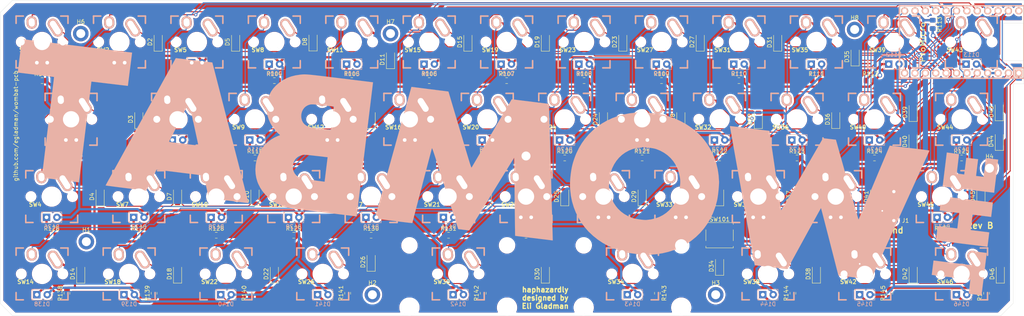
<source format=kicad_pcb>
(kicad_pcb (version 20171130) (host pcbnew "(5.1.4)-1")
  (layers (0 F.Cu signal) (31 B.Cu signal hide) (34 B.Paste user hide) (35 F.Paste user hide) (36 B.SilkS user hide) (37 F.SilkS user hide) (38 B.Mask user hide) (39 F.Mask user hide) (44 Edge.Cuts user))
  (net 0 "")
  (net 1 "Net-(D1-Pad2)")
  (net 2 /row_0)
  (net 3 "Net-(D2-Pad2)")
  (net 4 "Net-(D3-Pad2)")
  (net 5 /row_1)
  (net 6 "Net-(D4-Pad2)")
  (net 7 /row_2)
  (net 8 "Net-(D5-Pad2)")
  (net 9 "Net-(D6-Pad2)")
  (net 10 "Net-(D7-Pad2)")
  (net 11 "Net-(D8-Pad2)")
  (net 12 "Net-(D9-Pad2)")
  (net 13 "Net-(D10-Pad2)")
  (net 14 "Net-(D11-Pad2)")
  (net 15 "Net-(D12-Pad2)")
  (net 16 "Net-(D13-Pad2)")
  (net 17 "Net-(D14-Pad2)")
  (net 18 /row_3)
  (net 19 "Net-(D15-Pad2)")
  (net 20 "Net-(D16-Pad2)")
  (net 21 "Net-(D17-Pad2)")
  (net 22 "Net-(D18-Pad2)")
  (net 23 "Net-(D19-Pad2)")
  (net 24 "Net-(D20-Pad2)")
  (net 25 "Net-(D21-Pad2)")
  (net 26 "Net-(D22-Pad2)")
  (net 27 "Net-(D23-Pad2)")
  (net 28 "Net-(D24-Pad2)")
  (net 29 "Net-(D25-Pad2)")
  (net 30 "Net-(D26-Pad2)")
  (net 31 "Net-(D27-Pad2)")
  (net 32 "Net-(D28-Pad2)")
  (net 33 "Net-(D29-Pad2)")
  (net 34 "Net-(D30-Pad2)")
  (net 35 "Net-(D31-Pad2)")
  (net 36 "Net-(D32-Pad2)")
  (net 37 "Net-(D33-Pad2)")
  (net 38 "Net-(D34-Pad2)")
  (net 39 "Net-(D35-Pad2)")
  (net 40 "Net-(D36-Pad2)")
  (net 41 "Net-(D37-Pad2)")
  (net 42 "Net-(D38-Pad2)")
  (net 43 "Net-(D39-Pad2)")
  (net 44 "Net-(D40-Pad2)")
  (net 45 "Net-(D41-Pad2)")
  (net 46 "Net-(D42-Pad2)")
  (net 47 "Net-(D43-Pad2)")
  (net 48 "Net-(D44-Pad2)")
  (net 49 "Net-(D45-Pad2)")
  (net 50 "Net-(D46-Pad2)")
  (net 51 "Net-(D101-Pad2)")
  (net 52 /bk_GND)
  (net 53 "Net-(D102-Pad2)")
  (net 54 "Net-(D103-Pad2)")
  (net 55 "Net-(D104-Pad2)")
  (net 56 "Net-(D105-Pad2)")
  (net 57 "Net-(D106-Pad2)")
  (net 58 "Net-(D107-Pad2)")
  (net 59 "Net-(D108-Pad2)")
  (net 60 "Net-(D109-Pad2)")
  (net 61 "Net-(D110-Pad2)")
  (net 62 "Net-(D111-Pad2)")
  (net 63 "Net-(D112-Pad2)")
  (net 64 "Net-(D113-Pad2)")
  (net 65 "Net-(D114-Pad2)")
  (net 66 "Net-(D115-Pad2)")
  (net 67 "Net-(D116-Pad2)")
  (net 68 "Net-(D117-Pad2)")
  (net 69 "Net-(D118-Pad2)")
  (net 70 "Net-(D119-Pad2)")
  (net 71 "Net-(D120-Pad2)")
  (net 72 "Net-(D121-Pad2)")
  (net 73 "Net-(D122-Pad2)")
  (net 74 "Net-(D123-Pad2)")
  (net 75 "Net-(D124-Pad2)")
  (net 76 "Net-(D125-Pad2)")
  (net 77 "Net-(D126-Pad2)")
  (net 78 "Net-(D127-Pad2)")
  (net 79 "Net-(D128-Pad2)")
  (net 80 "Net-(D129-Pad2)")
  (net 81 "Net-(D130-Pad2)")
  (net 82 "Net-(D131-Pad2)")
  (net 83 "Net-(D132-Pad2)")
  (net 84 "Net-(D133-Pad2)")
  (net 85 "Net-(D134-Pad2)")
  (net 86 "Net-(D135-Pad2)")
  (net 87 "Net-(D136-Pad2)")
  (net 88 "Net-(D137-Pad2)")
  (net 89 "Net-(D138-Pad2)")
  (net 90 "Net-(D139-Pad2)")
  (net 91 "Net-(D140-Pad2)")
  (net 92 "Net-(D141-Pad2)")
  (net 93 "Net-(D142-Pad2)")
  (net 94 "Net-(D143-Pad2)")
  (net 95 "Net-(D144-Pad2)")
  (net 96 "Net-(D145-Pad2)")
  (net 97 "Net-(D146-Pad2)")
  (net 98 "Net-(J2-Pad1)")
  (net 99 /bk_PWM)
  (net 100 /col_0)
  (net 101 /col_1)
  (net 102 /col_2)
  (net 103 /col_3)
  (net 104 /col_4)
  (net 105 /col_5)
  (net 106 /col_6)
  (net 107 /col_7)
  (net 108 /col_8)
  (net 109 /col_9)
  (net 110 /col_10)
  (net 111 /col_11)
  (net 112 /col_12)
  (net 113 "Net-(SW101-Pad1)")
  (net 114 "Net-(U1-Pad24)")
  (net 115 "Net-(SW101-Pad2)")
  (module lib:wombat_animal (layer B.Cu) (at 325.2216 38.862 270)
    (fp_text reference G2 hide)
    (fp_text value LOGO hide)
  )
  (module lib:oshw_logo (layer F.Cu) (at 123 126.5)
    (fp_text reference G1 hide)
    (fp_text value LOGO hide)
    (fp_poly (pts (xy 0.468753 -3.037416) (xy 0.472583 -3.025545) (xy 0.479064 -2.998666) (xy 0.48786 -2.958441) (xy 0.498633 -2.906531) (xy 0.511047 -2.844597) (xy 0.524765 -2.774298) (xy 0.53945 -2.697297) (xy 0.554765 -2.615253) (xy 0.55849 -2.595033) (xy 0.573865 -2.511853) (xy 0.588584 -2.433162) (xy 0.60232 -2.360643) (xy 0.614745 -2.29598) (xy 0.625533 -2.240856) (xy 0.634356 -2.196954) (xy 0.640889 -2.165959) (xy 0.644803 -2.149554) (xy 0.645301 -2.148017) (xy 0.659512 -2.12645) (xy 0.676409 -2.112932) (xy 0.697408 -2.103006) (xy 0.730484 -2.088505) (xy 0.773494 -2.070284) (xy 0.824296 -2.049196) (xy 0.880749 -2.026096) (xy 0.94071 -2.001837) (xy 1.002037 -1.977274) (xy 1.062588 -1.953261) (xy 1.12022 -1.930651) (xy 1.172792 -1.910299) (xy 1.218161 -1.893058) (xy 1.254186 -1.879784) (xy 1.278723 -1.871329) (xy 1.289406 -1.868539) (xy 1.294297 -1.868675) (xy 1.299722 -1.869607) (xy 1.306663 -1.871976) (xy 1.3161 -1.876422) (xy 1.329016 -1.883587) (xy 1.346392 -1.894111) (xy 1.369209 -1.908636) (xy 1.398449 -1.927802) (xy 1.435093 -1.952251) (xy 1.480123 -1.982624) (xy 1.53452 -2.019562) (xy 1.599266 -2.063705) (xy 1.675342 -2.115695) (xy 1.763729 -2.176172) (xy 1.832319 -2.223125) (xy 1.887868 -2.260847) (xy 1.93944 -2.295285) (xy 1.985262 -2.325299) (xy 2.023563 -2.349751) (xy 2.052569 -2.367504) (xy 2.07051 -2.377419) (xy 2.075236 -2.379133) (xy 2.083623 -2.373303) (xy 2.10249 -2.356714) (xy 2.130483 -2.330717) (xy 2.166247 -2.296664) (xy 2.208426 -2.255906) (xy 2.255667 -2.209795) (xy 2.306613 -2.159681) (xy 2.359911 -2.106918) (xy 2.414205 -2.052855) (xy 2.468141 -1.998846) (xy 2.520363 -1.94624) (xy 2.569518 -1.896389) (xy 2.614249 -1.850645) (xy 2.653203 -1.81036) (xy 2.685024 -1.776885) (xy 2.708357 -1.75157) (xy 2.721849 -1.735769) (xy 2.724685 -1.731305) (xy 2.725396 -1.727289) (xy 2.725173 -1.722699) (xy 2.723279 -1.716395) (xy 2.718975 -1.707235) (xy 2.711525 -1.694078) (xy 2.700191 -1.675783) (xy 2.684237 -1.651209) (xy 2.662924 -1.619215) (xy 2.635516 -1.578659) (xy 2.601275 -1.528402) (xy 2.559464 -1.467302) (xy 2.509346 -1.394217) (xy 2.466992 -1.332499) (xy 2.405901 -1.243141) (xy 2.354346 -1.166963) (xy 2.311966 -1.103406) (xy 2.278401 -1.05191) (xy 2.253289 -1.011916) (xy 2.23627 -0.982863) (xy 2.226984 -0.964192) (xy 2.224878 -0.956733) (xy 2.228035 -0.943483) (xy 2.237243 -0.916879) (xy 2.251613 -0.879013) (xy 2.270253 -0.831976) (xy 2.292272 -0.777859) (xy 2.316778 -0.718753) (xy 2.342881 -0.656748) (xy 2.36969 -0.593937) (xy 2.396312 -0.532409) (xy 2.421858 -0.474257) (xy 2.445435 -0.42157) (xy 2.466153 -0.37644) (xy 2.48312 -0.340958) (xy 2.495445 -0.317216) (xy 2.501304 -0.308146) (xy 2.506633 -0.303508) (xy 2.51497 -0.298902) (xy 2.527688 -0.294026) (xy 2.546161 -0.288577) (xy 2.571763 -0.282251) (xy 2.605866 -0.274746) (xy 2.649844 -0.265759) (xy 2.70507 -0.254986) (xy 2.772919 -0.242124) (xy 2.854763 -0.226871) (xy 2.946357 -0.209958) (xy 3.049087 -0.190914) (xy 3.136119 -0.174489) (xy 3.208452 -0.160472) (xy 3.267081 -0.148651) (xy 3.313006 -0.138816) (xy 3.347224 -0.130756) (xy 3.370731 -0.124259) (xy 3.384526 -0.119116) (xy 3.38874 -0.116416) (xy 3.392021 -0.112211) (xy 3.394783 -0.105765) (xy 3.39707 -0.095698) (xy 3.398926 -0.080627) (xy 3.400396 -0.059172) (xy 3.401524 -0.029952) (xy 3.402354 0.008415) (xy 3.402931 0.05731) (xy 3.4033 0.118114) (xy 3.403504 0.192209) (xy 3.403588 0.280976) (xy 3.4036 0.345821) (xy 3.403569 0.444632) (xy 3.403447 0.527885) (xy 3.40319 0.596956) (xy 3.402754 0.653218) (xy 3.402094 0.698048) (xy 3.401166 0.73282) (xy 3.399925 0.758911) (xy 3.398328 0.777694) (xy 3.39633 0.790546) (xy 3.393887 0.798841) (xy 3.390955 0.803955) (xy 3.388783 0.806209) (xy 3.375289 0.812287) (xy 3.347743 0.82032) (xy 3.308822 0.829645) (xy 3.261205 0.8396) (xy 3.230033 0.845515) (xy 3.104151 0.868591) (xy 2.993918 0.888894) (xy 2.898315 0.906631) (xy 2.816322 0.922008) (xy 2.74692 0.935231) (xy 2.689089 0.946507) (xy 2.64181 0.956042) (xy 2.604062 0.964042) (xy 2.574827 0.970713) (xy 2.553084 0.976262) (xy 2.537814 0.980895) (xy 2.527997 0.984819) (xy 2.522614 0.988239) (xy 2.522115 0.988733) (xy 2.515075 1.000736) (xy 2.503021 1.026297) (xy 2.486738 1.063418) (xy 2.467013 1.110101) (xy 2.444632 1.164347) (xy 2.420379 1.224158) (xy 2.395042 1.287536) (xy 2.369405 1.352481) (xy 2.344255 1.416997) (xy 2.320377 1.479084) (xy 2.298558 1.536745) (xy 2.279583 1.58798) (xy 2.264238 1.630791) (xy 2.253308 1.663181) (xy 2.24758 1.683151) (xy 2.246981 1.6884) (xy 2.252536 1.698703) (xy 2.266775 1.721524) (xy 2.288758 1.755448) (xy 2.317544 1.799063) (xy 2.352194 1.850952) (xy 2.391768 1.909702) (xy 2.435324 1.973898) (xy 2.481923 2.042127) (xy 2.488844 2.052222) (xy 2.535687 2.120875) (xy 2.579465 2.18571) (xy 2.619255 2.245315) (xy 2.654137 2.298278) (xy 2.68319 2.343187) (xy 2.705492 2.37863) (xy 2.720122 2.403195) (xy 2.726159 2.41547) (xy 2.726267 2.416163) (xy 2.720372 2.426301) (xy 2.703603 2.446767) (xy 2.67733 2.476195) (xy 2.642924 2.513216) (xy 2.601756 2.556464) (xy 2.555196 2.604572) (xy 2.504616 2.656173) (xy 2.451387 2.709899) (xy 2.396878 2.764384) (xy 2.342463 2.81826) (xy 2.28951 2.87016) (xy 2.239391 2.918717) (xy 2.193477 2.962564) (xy 2.153139 3.000334) (xy 2.119747 3.030659) (xy 2.094673 3.052173) (xy 2.079287 3.063509) (xy 2.075712 3.064934) (xy 2.064328 3.060159) (xy 2.040119 3.046272) (xy 2.00409 3.023924) (xy 1.957249 2.99377) (xy 1.900602 2.956462) (xy 1.835157 2.912654) (xy 1.761921 2.862998) (xy 1.716744 2.8321) (xy 1.633512 2.775184) (xy 1.563127 2.727465) (xy 1.504632 2.688332) (xy 1.457073 2.657174) (xy 1.419491 2.633381) (xy 1.39093 2.616342) (xy 1.370434 2.605447) (xy 1.357046 2.600083) (xy 1.35209 2.599267) (xy 1.334852 2.603502) (xy 1.304568 2.615753) (xy 1.262718 2.635342) (xy 1.210786 2.661589) (xy 1.175397 2.680254) (xy 1.121507 2.708432) (xy 1.07569 2.731109) (xy 1.039676 2.747488) (xy 1.015197 2.756774) (xy 1.005149 2.75857) (xy 1.001352 2.75663) (xy 0.996453 2.751173) (xy 0.990059 2.741301) (xy 0.981779 2.72612) (xy 0.97122 2.704732) (xy 0.957993 2.676243) (xy 0.941703 2.639755) (xy 0.921961 2.594372) (xy 0.898374 2.539199) (xy 0.87055 2.473338) (xy 0.838098 2.395895) (xy 0.800626 2.305972) (xy 0.757742 2.202673) (xy 0.709055 2.085103) (xy 0.679026 2.012496) (xy 0.619447 1.868075) (xy 0.566342 1.738696) (xy 0.519736 1.624419) (xy 0.479653 1.525303) (xy 0.446115 1.441407) (xy 0.419147 1.37279) (xy 0.398772 1.319511) (xy 0.385013 1.281631) (xy 0.377894 1.259208) (xy 0.376902 1.25264) (xy 0.386863 1.239227) (xy 0.406702 1.22275) (xy 0.421778 1.212959) (xy 0.466839 1.184192) (xy 0.518599 1.147367) (xy 0.57243 1.106105) (xy 0.623699 1.064029) (xy 0.667775 1.02476) (xy 0.688766 1.004133) (xy 0.76824 0.909754) (xy 0.834419 0.805739) (xy 0.88648 0.693906) (xy 0.923602 0.576071) (xy 0.944961 0.454051) (xy 0.946902 0.433775) (xy 0.949798 0.304429) (xy 0.936439 0.179374) (xy 0.907052 0.059261) (xy 0.861866 -0.055261) (xy 0.801108 -0.16354) (xy 0.725006 -0.264926) (xy 0.687498 -0.30637) (xy 0.594814 -0.391682) (xy 0.494333 -0.462596) (xy 0.387399 -0.518968) (xy 0.275357 -0.560657) (xy 0.15955 -0.587518) (xy 0.041321 -0.599409) (xy -0.077986 -0.596186) (xy -0.197027 -0.577706) (xy -0.314458 -0.543827) (xy -0.428937 -0.494405) (xy -0.529167 -0.435965) (xy -0.556603 -0.415856) (xy -0.591006 -0.387811) (xy -0.627453 -0.355957) (xy -0.653382 -0.331844) (xy -0.737909 -0.239343) (xy -0.808272 -0.13853) (xy -0.864201 -0.030773) (xy -0.905423 0.082558) (xy -0.931668 0.200094) (xy -0.942664 0.320466) (xy -0.93814 0.442306) (xy -0.917825 0.564243) (xy -0.881448 0.684909) (xy -0.863631 0.729501) (xy -0.810124 0.833493) (xy -0.740804 0.93251) (xy -0.656216 1.025967) (xy -0.5569 1.113279) (xy -0.443399 1.193864) (xy -0.417406 1.210126) (xy -0.392985 1.227095) (xy -0.374938 1.243385) (xy -0.368302 1.25306) (xy -0.370623 1.263881) (xy -0.379461 1.289966) (xy -0.394691 1.331003) (xy -0.41619 1.386679) (xy -0.443832 1.456682) (xy -0.477494 1.540699) (xy -0.517051 1.638418) (xy -0.562379 1.749527) (xy -0.613353 1.873712) (xy -0.669849 2.010662) (xy -0.670599 2.012477) (xy -0.722897 2.138872) (xy -0.769172 2.250477) (xy -0.80981 2.348179) (xy -0.845197 2.43286) (xy -0.87572 2.505408) (xy -0.901764 2.566705) (xy -0.923716 2.617637) (xy -0.941962 2.659088) (xy -0.956887 2.691943) (xy -0.968879 2.717087) (xy -0.978323 2.735405) (xy -0.985604 2.747781) (xy -0.99111 2.7551) (xy -0.995227 2.758247) (xy -0.996184 2.758501) (xy -1.009626 2.75539) (xy -1.035719 2.744862) (xy -1.072396 2.72787) (xy -1.117591 2.705373) (xy -1.167511 2.679247) (xy -1.222168 2.650357) (xy -1.26423 2.628997) (xy -1.295782 2.614261) (xy -1.318911 2.605242) (xy -1.335703 2.601035) (xy -1.34823 2.60073) (xy -1.36157 2.605752) (xy -1.386043 2.619085) (xy -1.422061 2.640992) (xy -1.470036 2.671738) (xy -1.530378 2.711589) (xy -1.6035 2.760808) (xy -1.689811 2.81966) (xy -1.711445 2.834499) (xy -1.790676 2.888616) (xy -1.861742 2.936579) (xy -1.923761 2.977818) (xy -1.975855 3.011763) (xy -2.017144 3.037842) (xy -2.046746 3.055487) (xy -2.063783 3.064127) (xy -2.066919 3.064934) (xy -2.074846 3.061707) (xy -2.088956 3.051576) (xy -2.109966 3.033862) (xy -2.138599 3.007888) (xy -2.175574 2.972977) (xy -2.22161 2.928451) (xy -2.277429 2.873633) (xy -2.343751 2.807845) (xy -2.402291 2.749424) (xy -2.482629 2.668775) (xy -2.550867 2.599601) (xy -2.60718 2.541714) (xy -2.651747 2.494928) (xy -2.684744 2.459054) (xy -2.706348 2.433907) (xy -2.716737 2.4193) (xy -2.7178 2.416163) (xy -2.713128 2.405848) (xy -2.699725 2.383031) (xy -2.678512 2.349125) (xy -2.65041 2.305542) (xy -2.616342 2.253694) (xy -2.577227 2.194993) (xy -2.533987 2.130851) (xy -2.487544 2.06268) (xy -2.480377 2.052222) (xy -2.433417 1.983529) (xy -2.389363 1.918663) (xy -2.349157 1.85904) (xy -2.313739 1.806073) (xy -2.284048 1.761177) (xy -2.261025 1.725767) (xy -2.24561 1.701256) (xy -2.238744 1.68906) (xy -2.238515 1.6884) (xy -2.240648 1.677043) (xy -2.24847 1.652039) (xy -2.261195 1.615384) (xy -2.278036 1.569078) (xy -2.298208 1.515118) (xy -2.320924 1.455502) (xy -2.345398 1.39223) (xy -2.370845 1.327298) (xy -2.396477 1.262706) (xy -2.42151 1.200452) (xy -2.445156 1.142533) (xy -2.46663 1.090949) (xy -2.485145 1.047696) (xy -2.499916 1.014775) (xy -2.510156 0.994181) (xy -2.513859 0.988508) (xy -2.521446 0.984161) (xy -2.537678 0.978681) (xy -2.563604 0.971844) (xy -2.600268 0.963428) (xy -2.648717 0.953209) (xy -2.709998 0.940964) (xy -2.785157 0.92647) (xy -2.875239 0.909505) (xy -2.946611 0.896248) (xy -3.048027 0.87729) (xy -3.137378 0.86017) (xy -3.213937 0.84504) (xy -3.276976 0.83205) (xy -3.32577 0.821353) (xy -3.35959 0.813098) (xy -3.377711 0.807438) (xy -3.380317 0.806011) (xy -3.383594 0.802259) (xy -3.386351 0.796208) (xy -3.388632 0.786479) (xy -3.390484 0.771696) (xy -3.391949 0.750482) (xy -3.393072 0.721458) (xy -3.393899 0.683249) (xy -3.394472 0.634476) (xy -3.394838 0.573763) (xy -3.39504 0.499732) (xy -3.395123 0.411006) (xy -3.395133 0.34744) (xy -3.395054 0.244894) (xy -3.394798 0.158077) (xy -3.394334 0.085786) (xy -3.393635 0.026817) (xy -3.392672 -0.020034) (xy -3.391415 -0.05597) (xy -3.389836 -0.082196) (xy -3.387905 -0.099914) (xy -3.385594 -0.110329) (xy -3.384038 -0.113537) (xy -3.378408 -0.117611) (xy -3.366277 -0.122414) (xy -3.346455 -0.1282) (xy -3.317752 -0.135225) (xy -3.278981 -0.143745) (xy -3.228951 -0.154016) (xy -3.166473 -0.166292) (xy -3.090358 -0.180829) (xy -2.999417 -0.197884) (xy -2.941655 -0.208614) (xy -2.844884 -0.226594) (xy -2.763411 -0.241875) (xy -2.695868 -0.254762) (xy -2.640887 -0.265555) (xy -2.597102 -0.27456) (xy -2.563145 -0.282078) (xy -2.537648 -0.288413) (xy -2.519244 -0.293867) (xy -2.506565 -0.298744) (xy -2.498244 -0.303347) (xy -2.492914 -0.307978) (xy -2.492838 -0.308063) (xy -2.485057 -0.320799) (xy -2.47187 -0.346955) (xy -2.454171 -0.384441) (xy -2.432855 -0.431167) (xy -2.408817 -0.485041) (xy -2.382951 -0.543973) (xy -2.356153 -0.605873) (xy -2.329317 -0.668649) (xy -2.303339 -0.73021) (xy -2.279112 -0.788467) (xy -2.257532 -0.841329) (xy -2.239494 -0.886704) (xy -2.225892 -0.922503) (xy -2.217621 -0.946634) (xy -2.215445 -0.956166) (xy -2.219178 -0.967346) (xy -2.230598 -0.988815) (xy -2.250036 -1.021086) (xy -2.277824 -1.064672) (xy -2.314292 -1.120085) (xy -2.359771 -1.187838) (xy -2.414594 -1.268443) (xy -2.459546 -1.334009) (xy -2.507387 -1.403803) (xy -2.552476 -1.469967) (xy -2.593862 -1.531079) (xy -2.630593 -1.585716) (xy -2.66172 -1.632456) (xy -2.686289 -1.669875) (xy -2.703351 -1.696552) (xy -2.711953 -1.711064) (xy -2.712647 -1.712562) (xy -2.714311 -1.717966) (xy -2.714449 -1.723788) (xy -2.712147 -1.731037) (xy -2.706491 -1.740721) (xy -2.696566 -1.753848) (xy -2.681458 -1.771428) (xy -2.660253 -1.79447) (xy -2.632037 -1.823981) (xy -2.595894 -1.860971) (xy -2.550912 -1.906448) (xy -2.496176 -1.96142) (xy -2.430771 -2.026898) (xy -2.39817 -2.059503) (xy -2.327723 -2.12992) (xy -2.268227 -2.189265) (xy -2.218675 -2.238451) (xy -2.178057 -2.278392) (xy -2.145364 -2.310003) (xy -2.119589 -2.334196) (xy -2.099721 -2.351887) (xy -2.084753 -2.36399) (xy -2.073676 -2.371417) (xy -2.06548 -2.375085) (xy -2.059159 -2.375906) (xy -2.053702 -2.374795) (xy -2.051229 -2.373896) (xy -2.03979 -2.367414) (xy -2.015853 -2.352252) (xy -1.980844 -2.329366) (xy -1.936192 -2.29971) (xy -1.883323 -2.264239) (xy -1.823666 -2.223906) (xy -1.758648 -2.179666) (xy -1.689697 -2.132473) (xy -1.674639 -2.122131) (xy -1.605118 -2.074481) (xy -1.539299 -2.029611) (xy -1.4786 -1.988472) (xy -1.424436 -1.952012) (xy -1.378225 -1.921179) (xy -1.341384 -1.896923) (xy -1.315329 -1.880192) (xy -1.301476 -1.871936) (xy -1.300215 -1.871354) (xy -1.293753 -1.868948) (xy -1.287373 -1.867425) (xy -1.279533 -1.867324) (xy -1.268688 -1.869183) (xy -1.253294 -1.87354) (xy -1.231809 -1.880934) (xy -1.202687 -1.891902) (xy -1.164386 -1.906983) (xy -1.115361 -1.926715) (xy -1.054068 -1.951637) (xy -0.978964 -1.982286) (xy -0.960967 -1.989634) (xy -0.882773 -2.02159) (xy -0.818777 -2.047899) (xy -0.767487 -2.069289) (xy -0.727413 -2.086488) (xy -0.697064 -2.100224) (xy -0.674951 -2.111224) (xy -0.659582 -2.120216) (xy -0.649467 -2.12793) (xy -0.643115 -2.135092) (xy -0.639037 -2.14243) (xy -0.636772 -2.14797) (xy -0.633489 -2.160778) (xy -0.627518 -2.188564) (xy -0.619183 -2.229645) (xy -0.608813 -2.282337) (xy -0.596734 -2.344957) (xy -0.583273 -2.415819) (xy -0.568759 -2.493242) (xy -0.553516 -2.57554) (xy -0.549933 -2.595033) (xy -0.534531 -2.67804) (xy -0.519678 -2.756401) (xy -0.505711 -2.828458) (xy -0.492965 -2.892548) (xy -0.481778 -2.947011) (xy -0.472487 -2.990186) (xy -0.465427 -3.020412) (xy -0.460935 -3.036029) (xy -0.460278 -3.037416) (xy -0.448343 -3.056466) (xy 0.456809 -3.056466) (xy 0.468753 -3.037416)) (layer F.Cu) (width 0.01))
  )
  (module lib:R_0805_2012Metric_Pad1.15x1.40mm_HandSolder_Double_Sided (layer F.Cu) (at 251.104 66.7512 90)
    (fp_text reference R113 (at 0 1.6644 90) (layer F.SilkS))
    (fp_text value 300)
    (pad 2 smd roundrect (at 1.025 0 90) (size 1.15 1.4) (layers B.Cu B.Paste B.Mask) (roundrect_rratio 0.217391) (net 99 /bk_PWM))
    (pad 1 smd roundrect (at -1.025 0 90) (size 1.15 1.4) (layers B.Cu B.Paste B.Mask) (roundrect_rratio 0.217391) (net 64 "Net-(D113-Pad2)"))
    (pad 1 smd roundrect (at -1.025 0 90) (size 1.15 1.4) (layers F.Cu F.Paste F.Mask) (roundrect_rratio 0.217391) (net 64 "Net-(D113-Pad2)"))
    (pad 2 smd roundrect (at 1.025 0 90) (size 1.15 1.4) (layers F.Cu F.Paste F.Mask) (roundrect_rratio 0.217391) (net 99 /bk_PWM))
  )
  (module keebs-github:Pro_Micro (layer B.Cu) (at 258.203 71.0565 180)
    (fp_text reference U1 hide)
    (fp_text value ProMicro (at 9.5628 -0.0381 90) (layer F.SilkS) (effects (font (size 1.27 1.524) (thickness 0.2032))))
    (pad 24 thru_hole circle (at -13.97 7.62 180) (size 1.7526 1.7526) (drill 1.0922) (layers *.Cu *.SilkS *.Mask) (net 114 "Net-(U1-Pad24)"))
    (pad 23 thru_hole circle (at -11.43 7.62 180) (size 1.7526 1.7526) (drill 1.0922) (layers *.Cu *.SilkS *.Mask) (net 115 "Net-(SW101-Pad2)"))
    (pad 22 thru_hole circle (at -8.89 7.62 180) (size 1.7526 1.7526) (drill 1.0922) (layers *.Cu *.SilkS *.Mask) (net 113 "Net-(SW101-Pad1)"))
    (pad 21 thru_hole circle (at -6.35 7.62 180) (size 1.7526 1.7526) (drill 1.0922) (layers *.Cu *.SilkS *.Mask) (net 98 "Net-(J2-Pad1)"))
    (pad 20 thru_hole circle (at -3.81 7.62 180) (size 1.7526 1.7526) (drill 1.0922) (layers *.Cu *.SilkS *.Mask) (net 105 /col_5))
    (pad 19 thru_hole circle (at -1.27 7.62 180) (size 1.7526 1.7526) (drill 1.0922) (layers *.Cu *.SilkS *.Mask) (net 104 /col_4))
    (pad 18 thru_hole circle (at 1.27 7.62 180) (size 1.7526 1.7526) (drill 1.0922) (layers *.Cu *.SilkS *.Mask) (net 103 /col_3))
    (pad 17 thru_hole circle (at 3.81 7.62 180) (size 1.7526 1.7526) (drill 1.0922) (layers *.Cu *.SilkS *.Mask) (net 102 /col_2))
    (pad 16 thru_hole circle (at 6.35 7.62 180) (size 1.7526 1.7526) (drill 1.0922) (layers *.Cu *.SilkS *.Mask) (net 101 /col_1))
    (pad 15 thru_hole circle (at 8.89 7.62 180) (size 1.7526 1.7526) (drill 1.0922) (layers *.Cu *.SilkS *.Mask) (net 100 /col_0))
    (pad 14 thru_hole circle (at 11.43 7.62 180) (size 1.7526 1.7526) (drill 1.0922) (layers *.Cu *.SilkS *.Mask) (net 99 /bk_PWM))
    (pad 13 thru_hole circle (at 13.97 7.62 180) (size 1.7526 1.7526) (drill 1.0922) (layers *.Cu *.SilkS *.Mask) (net 18 /row_3))
    (pad 12 thru_hole circle (at 13.97 -7.62 180) (size 1.7526 1.7526) (drill 1.0922) (layers *.Cu *.SilkS *.Mask) (net 106 /col_6))
    (pad 11 thru_hole circle (at 11.43 -7.62 180) (size 1.7526 1.7526) (drill 1.0922) (layers *.Cu *.SilkS *.Mask) (net 107 /col_7))
    (pad 10 thru_hole circle (at 8.89 -7.62 180) (size 1.7526 1.7526) (drill 1.0922) (layers *.Cu *.SilkS *.Mask) (net 108 /col_8))
    (pad 9 thru_hole circle (at 6.35 -7.62 180) (size 1.7526 1.7526) (drill 1.0922) (layers *.Cu *.SilkS *.Mask) (net 109 /col_9))
    (pad 8 thru_hole circle (at 3.81 -7.62 180) (size 1.7526 1.7526) (drill 1.0922) (layers *.Cu *.SilkS *.Mask) (net 110 /col_10))
    (pad 7 thru_hole circle (at 1.27 -7.62 180) (size 1.7526 1.7526) (drill 1.0922) (layers *.Cu *.SilkS *.Mask) (net 111 /col_11))
    (pad 6 thru_hole circle (at -1.27 -7.62 180) (size 1.7526 1.7526) (drill 1.0922) (layers *.Cu *.SilkS *.Mask) (net 112 /col_12))
    (pad 5 thru_hole circle (at -3.81 -7.62 180) (size 1.7526 1.7526) (drill 1.0922) (layers *.Cu *.SilkS *.Mask) (net 2 /row_0))
    (pad 4 thru_hole circle (at -6.35 -7.62 180) (size 1.7526 1.7526) (drill 1.0922) (layers *.Cu *.SilkS *.Mask) (net 52 /bk_GND))
    (pad 3 thru_hole circle (at -8.89 -7.62 180) (size 1.7526 1.7526) (drill 1.0922) (layers *.Cu *.SilkS *.Mask) (net 52 /bk_GND))
    (pad 2 thru_hole circle (at -11.43 -7.62 180) (size 1.7526 1.7526) (drill 1.0922) (layers *.Cu *.SilkS *.Mask) (net 5 /row_1))
    (pad 1 thru_hole rect (at -13.97 -7.62 180) (size 1.7526 1.7526) (drill 1.0922) (layers *.Cu *.SilkS *.Mask) (net 7 /row_2))
  )
  (module Button_Switch_SMD:SW_SPST_EVQP0 (layer F.Cu) (at 198.958 118.428)
    (fp_text reference SW101 (at 0 -3.9) (layer F.SilkS))
    (fp_text value SW_Push)
    (pad 2 smd rect (at 2.88 2) (size 2.75 1) (layers F.Cu F.Paste F.Mask) (net 115 "Net-(SW101-Pad2)"))
    (pad 2 smd rect (at -2.88 2) (size 2.75 1) (layers F.Cu F.Paste F.Mask) (net 115 "Net-(SW101-Pad2)"))
    (pad 1 smd rect (at -2.88 -2) (size 2.75 1) (layers F.Cu F.Paste F.Mask) (net 113 "Net-(SW101-Pad1)"))
    (pad 1 smd rect (at 2.88 -2) (size 2.75 1) (layers F.Cu F.Paste F.Mask) (net 113 "Net-(SW101-Pad1)"))
  )
  (module lib:wombat_logo (layer B.Cu) (at 145.70202 101.47808 173)
    (fp_text reference G3 hide)
    (fp_text value LOGO hide)
  )
  (module MountingHole:MountingHole_2.2mm_M2_DIN965_Pad (layer F.Cu) (at 42.638 69)
    (fp_text reference H6 (at 0 -2.9) (layer F.SilkS))
    (fp_text value MountingHole_2.2mm_M2_DIN965_Pad)
    (pad 1 thru_hole circle (at 0 0) (size 3.8 3.8) (drill 2.2) (layers *.Cu *.Mask))
  )
  (module MountingHole:MountingHole_2.2mm_M2_DIN965_Pad (layer F.Cu) (at 118.43 69)
    (fp_text reference H7 (at 0 -2.9) (layer F.SilkS))
    (fp_text value MountingHole_2.2mm_M2_DIN965_Pad)
    (pad 1 thru_hole circle (at 0 0) (size 3.8 3.8) (drill 2.2) (layers *.Cu *.Mask))
  )
  (module MountingHole:MountingHole_2.2mm_M2_DIN965_Pad (layer F.Cu) (at 151.59 99)
    (fp_text reference H5 (at 0 -2.9) (layer F.SilkS))
    (fp_text value MountingHole_2.2mm_M2_DIN965_Pad)
    (pad 1 thru_hole circle (at 0 0) (size 3.8 3.8) (drill 2.2) (layers *.Cu *.Mask))
  )
  (module MountingHole:MountingHole_2.2mm_M2_DIN965_Pad (layer F.Cu) (at 44 120)
    (fp_text reference H1 (at 0 -2.9) (layer F.SilkS))
    (fp_text value MountingHole_2.2mm_M2_DIN965_Pad)
    (pad 1 thru_hole circle (at 0 0) (size 3.8 3.8) (drill 2.2) (layers *.Cu *.Mask))
  )
  (module MountingHole:MountingHole_2.2mm_M2_DIN965_Pad (layer F.Cu) (at 265 102)
    (fp_text reference H4 (at 0 -2.9) (layer F.SilkS))
    (fp_text value MountingHole_2.2mm_M2_DIN965_Pad)
    (pad 1 thru_hole circle (at 0 0) (size 3.8 3.8) (drill 2.2) (layers *.Cu *.Mask))
  )
  (module MountingHole:MountingHole_2.2mm_M2_DIN965_Pad (layer F.Cu) (at 232 68)
    (fp_text reference H8 (at 0 -2.9) (layer F.SilkS))
    (fp_text value MountingHole_2.2mm_M2_DIN965_Pad)
    (pad 1 thru_hole circle (at 0 0) (size 3.8 3.8) (drill 2.2) (layers *.Cu *.Mask))
  )
  (module MountingHole:MountingHole_2.2mm_M2_DIN965_Pad (layer F.Cu) (at 198 133)
    (fp_text reference H3 (at 0 -2.9) (layer F.SilkS))
    (fp_text value MountingHole_2.2mm_M2_DIN965_Pad)
    (pad 1 thru_hole circle (at 0 0) (size 3.8 3.8) (drill 2.2) (layers *.Cu *.Mask))
  )
  (module MountingHole:MountingHole_2.2mm_M2_DIN965_Pad (layer F.Cu) (at 114 133)
    (fp_text reference H2 (at 0 -2.9) (layer F.SilkS))
    (fp_text value MountingHole_2.2mm_M2_DIN965_Pad)
    (pad 1 thru_hole circle (at 0 0) (size 3.8 3.8) (drill 2.2) (layers *.Cu *.Mask))
  )
  (module keebs-github:LED_D2.0mm_W4.8mm_H2.5mm_FlatTop_Reverse_Polarity (layer B.Cu) (at 256.902 132.982)
    (fp_text reference D146 (at 1.27 2.31) (layer B.SilkS) (effects (justify mirror)))
    (fp_text value LED)
    (pad 2 thru_hole rect (at 0 0) (size 1.8 1.8) (drill 0.9) (layers *.Cu *.Mask) (net 97 "Net-(D146-Pad2)"))
    (pad 1 thru_hole circle (at 2.54 0) (size 1.8 1.8) (drill 0.9) (layers *.Cu *.Mask) (net 52 /bk_GND))
  )
  (module keebs-github:LED_D2.0mm_W4.8mm_H2.5mm_FlatTop_Reverse_Polarity (layer B.Cu) (at 233.216 132.982)
    (fp_text reference D145 (at 1.27 2.31) (layer B.SilkS) (effects (justify mirror)))
    (fp_text value LED)
    (pad 2 thru_hole rect (at 0 0) (size 1.8 1.8) (drill 0.9) (layers *.Cu *.Mask) (net 96 "Net-(D145-Pad2)"))
    (pad 1 thru_hole circle (at 2.54 0) (size 1.8 1.8) (drill 0.9) (layers *.Cu *.Mask) (net 52 /bk_GND))
  )
  (module keebs-github:LED_D2.0mm_W4.8mm_H2.5mm_FlatTop_Reverse_Polarity (layer B.Cu) (at 209.531 132.982)
    (fp_text reference D144 (at 1.27 2.31) (layer B.SilkS) (effects (justify mirror)))
    (fp_text value LED)
    (pad 2 thru_hole rect (at 0 0) (size 1.8 1.8) (drill 0.9) (layers *.Cu *.Mask) (net 95 "Net-(D144-Pad2)"))
    (pad 1 thru_hole circle (at 2.54 0) (size 1.8 1.8) (drill 0.9) (layers *.Cu *.Mask) (net 52 /bk_GND))
  )
  (module keebs-github:LED_D2.0mm_W4.8mm_H2.5mm_FlatTop_Reverse_Polarity (layer B.Cu) (at 176.371 132.982)
    (fp_text reference D143 (at 1.27 2.31) (layer B.SilkS) (effects (justify mirror)))
    (fp_text value LED)
    (pad 2 thru_hole rect (at 0 0) (size 1.8 1.8) (drill 0.9) (layers *.Cu *.Mask) (net 94 "Net-(D143-Pad2)"))
    (pad 1 thru_hole circle (at 2.54 0) (size 1.8 1.8) (drill 0.9) (layers *.Cu *.Mask) (net 52 /bk_GND))
  )
  (module keebs-github:LED_D2.0mm_W4.8mm_H2.5mm_FlatTop_Reverse_Polarity (layer B.Cu) (at 133.737 132.982)
    (fp_text reference D142 (at 1.27 2.31) (layer B.SilkS) (effects (justify mirror)))
    (fp_text value LED)
    (pad 2 thru_hole rect (at 0 0) (size 1.8 1.8) (drill 0.9) (layers *.Cu *.Mask) (net 93 "Net-(D142-Pad2)"))
    (pad 1 thru_hole circle (at 2.54 0) (size 1.8 1.8) (drill 0.9) (layers *.Cu *.Mask) (net 52 /bk_GND))
  )
  (module keebs-github:LED_D2.0mm_W4.8mm_H2.5mm_FlatTop_Reverse_Polarity (layer B.Cu) (at 100.578 132.982)
    (fp_text reference D141 (at 1.27 2.31) (layer B.SilkS) (effects (justify mirror)))
    (fp_text value LED)
    (pad 2 thru_hole rect (at 0 0) (size 1.8 1.8) (drill 0.9) (layers *.Cu *.Mask) (net 92 "Net-(D141-Pad2)"))
    (pad 1 thru_hole circle (at 2.54 0) (size 1.8 1.8) (drill 0.9) (layers *.Cu *.Mask) (net 52 /bk_GND))
  )
  (module keebs-github:LED_D2.0mm_W4.8mm_H2.5mm_FlatTop_Reverse_Polarity (layer B.Cu) (at 76.8921 132.982)
    (fp_text reference D140 (at 1.27 2.31) (layer B.SilkS) (effects (justify mirror)))
    (fp_text value LED)
    (pad 2 thru_hole rect (at 0 0) (size 1.8 1.8) (drill 0.9) (layers *.Cu *.Mask) (net 91 "Net-(D140-Pad2)"))
    (pad 1 thru_hole circle (at 2.54 0) (size 1.8 1.8) (drill 0.9) (layers *.Cu *.Mask) (net 52 /bk_GND))
  )
  (module keebs-github:LED_D2.0mm_W4.8mm_H2.5mm_FlatTop_Reverse_Polarity (layer B.Cu) (at 53.2067 132.982)
    (fp_text reference D139 (at 1.27 2.31) (layer B.SilkS) (effects (justify mirror)))
    (fp_text value LED)
    (pad 2 thru_hole rect (at 0 0) (size 1.8 1.8) (drill 0.9) (layers *.Cu *.Mask) (net 90 "Net-(D139-Pad2)"))
    (pad 1 thru_hole circle (at 2.54 0) (size 1.8 1.8) (drill 0.9) (layers *.Cu *.Mask) (net 52 /bk_GND))
  )
  (module keebs-github:LED_D2.0mm_W4.8mm_H2.5mm_FlatTop_Reverse_Polarity (layer B.Cu) (at 31.8897 132.982)
    (fp_text reference D138 (at 1.27 2.31) (layer B.SilkS) (effects (justify mirror)))
    (fp_text value LED)
    (pad 2 thru_hole rect (at 0 0) (size 1.8 1.8) (drill 0.9) (layers *.Cu *.Mask) (net 89 "Net-(D138-Pad2)"))
    (pad 1 thru_hole circle (at 2.54 0) (size 1.8 1.8) (drill 0.9) (layers *.Cu *.Mask) (net 52 /bk_GND))
  )
  (module keebs-github:LED_D2.0mm_W4.8mm_H2.5mm_FlatTop_Reverse_Polarity (layer B.Cu) (at 252.165 114.033)
    (fp_text reference D137 (at 1.27 2.31) (layer B.SilkS) (effects (justify mirror)))
    (fp_text value LED)
    (pad 2 thru_hole rect (at 0 0) (size 1.8 1.8) (drill 0.9) (layers *.Cu *.Mask) (net 88 "Net-(D137-Pad2)"))
    (pad 1 thru_hole circle (at 2.54 0) (size 1.8 1.8) (drill 0.9) (layers *.Cu *.Mask) (net 52 /bk_GND))
  )
  (module keebs-github:LED_D2.0mm_W4.8mm_H2.5mm_FlatTop_Reverse_Polarity (layer B.Cu) (at 226.111 114.033)
    (fp_text reference D136 (at 1.27 2.31) (layer B.SilkS) (effects (justify mirror)))
    (fp_text value LED)
    (pad 2 thru_hole rect (at 0 0) (size 1.8 1.8) (drill 0.9) (layers *.Cu *.Mask) (net 87 "Net-(D136-Pad2)"))
    (pad 1 thru_hole circle (at 2.54 0) (size 1.8 1.8) (drill 0.9) (layers *.Cu *.Mask) (net 52 /bk_GND))
  )
  (module keebs-github:LED_D2.0mm_W4.8mm_H2.5mm_FlatTop_Reverse_Polarity (layer B.Cu) (at 207.162 114.033)
    (fp_text reference D135 (at 1.27 2.31) (layer B.SilkS) (effects (justify mirror)))
    (fp_text value LED)
    (pad 2 thru_hole rect (at 0 0) (size 1.8 1.8) (drill 0.9) (layers *.Cu *.Mask) (net 86 "Net-(D135-Pad2)"))
    (pad 1 thru_hole circle (at 2.54 0) (size 1.8 1.8) (drill 0.9) (layers *.Cu *.Mask) (net 52 /bk_GND))
  )
  (module keebs-github:LED_D2.0mm_W4.8mm_H2.5mm_FlatTop_Reverse_Polarity (layer B.Cu) (at 188.214 114.033)
    (fp_text reference D134 (at 1.27 2.31) (layer B.SilkS) (effects (justify mirror)))
    (fp_text value LED)
    (pad 2 thru_hole rect (at 0 0) (size 1.8 1.8) (drill 0.9) (layers *.Cu *.Mask) (net 85 "Net-(D134-Pad2)"))
    (pad 1 thru_hole circle (at 2.54 0) (size 1.8 1.8) (drill 0.9) (layers *.Cu *.Mask) (net 52 /bk_GND))
  )
  (module keebs-github:LED_D2.0mm_W4.8mm_H2.5mm_FlatTop_Reverse_Polarity (layer B.Cu) (at 169.266 114.033)
    (fp_text reference D133 (at 1.27 2.31) (layer B.SilkS) (effects (justify mirror)))
    (fp_text value LED)
    (pad 2 thru_hole rect (at 0 0) (size 1.8 1.8) (drill 0.9) (layers *.Cu *.Mask) (net 84 "Net-(D133-Pad2)"))
    (pad 1 thru_hole circle (at 2.54 0) (size 1.8 1.8) (drill 0.9) (layers *.Cu *.Mask) (net 52 /bk_GND))
  )
  (module keebs-github:LED_D2.0mm_W4.8mm_H2.5mm_FlatTop_Reverse_Polarity (layer B.Cu) (at 150.317 114.033)
    (fp_text reference D132 (at 1.27 2.31) (layer B.SilkS) (effects (justify mirror)))
    (fp_text value LED)
    (pad 2 thru_hole rect (at 0 0) (size 1.8 1.8) (drill 0.9) (layers *.Cu *.Mask) (net 83 "Net-(D132-Pad2)"))
    (pad 1 thru_hole circle (at 2.54 0) (size 1.8 1.8) (drill 0.9) (layers *.Cu *.Mask) (net 52 /bk_GND))
  )
  (module keebs-github:LED_D2.0mm_W4.8mm_H2.5mm_FlatTop_Reverse_Polarity (layer B.Cu) (at 131.369 114.033)
    (fp_text reference D131 (at 1.27 2.31) (layer B.SilkS) (effects (justify mirror)))
    (fp_text value LED)
    (pad 2 thru_hole rect (at 0 0) (size 1.8 1.8) (drill 0.9) (layers *.Cu *.Mask) (net 82 "Net-(D131-Pad2)"))
    (pad 1 thru_hole circle (at 2.54 0) (size 1.8 1.8) (drill 0.9) (layers *.Cu *.Mask) (net 52 /bk_GND))
  )
  (module keebs-github:LED_D2.0mm_W4.8mm_H2.5mm_FlatTop_Reverse_Polarity (layer B.Cu) (at 112.42 114.033)
    (fp_text reference D130 (at 1.27 2.31) (layer B.SilkS) (effects (justify mirror)))
    (fp_text value LED)
    (pad 2 thru_hole rect (at 0 0) (size 1.8 1.8) (drill 0.9) (layers *.Cu *.Mask) (net 81 "Net-(D130-Pad2)"))
    (pad 1 thru_hole circle (at 2.54 0) (size 1.8 1.8) (drill 0.9) (layers *.Cu *.Mask) (net 52 /bk_GND))
  )
  (module keebs-github:LED_D2.0mm_W4.8mm_H2.5mm_FlatTop_Reverse_Polarity (layer B.Cu) (at 93.472 114.033)
    (fp_text reference D129 (at 1.27 2.31) (layer B.SilkS) (effects (justify mirror)))
    (fp_text value LED)
    (pad 2 thru_hole rect (at 0 0) (size 1.8 1.8) (drill 0.9) (layers *.Cu *.Mask) (net 80 "Net-(D129-Pad2)"))
    (pad 1 thru_hole circle (at 2.54 0) (size 1.8 1.8) (drill 0.9) (layers *.Cu *.Mask) (net 52 /bk_GND))
  )
  (module keebs-github:LED_D2.0mm_W4.8mm_H2.5mm_FlatTop_Reverse_Polarity (layer B.Cu) (at 74.5236 114.033)
    (fp_text reference D128 (at 1.27 2.31) (layer B.SilkS) (effects (justify mirror)))
    (fp_text value LED)
    (pad 2 thru_hole rect (at 0 0) (size 1.8 1.8) (drill 0.9) (layers *.Cu *.Mask) (net 79 "Net-(D128-Pad2)"))
    (pad 1 thru_hole circle (at 2.54 0) (size 1.8 1.8) (drill 0.9) (layers *.Cu *.Mask) (net 52 /bk_GND))
  )
  (module keebs-github:LED_D2.0mm_W4.8mm_H2.5mm_FlatTop_Reverse_Polarity (layer B.Cu) (at 55.5752 114.033)
    (fp_text reference D127 (at 1.27 2.31) (layer B.SilkS) (effects (justify mirror)))
    (fp_text value LED)
    (pad 2 thru_hole rect (at 0 0) (size 1.8 1.8) (drill 0.9) (layers *.Cu *.Mask) (net 78 "Net-(D127-Pad2)"))
    (pad 1 thru_hole circle (at 2.54 0) (size 1.8 1.8) (drill 0.9) (layers *.Cu *.Mask) (net 52 /bk_GND))
  )
  (module keebs-github:LED_D2.0mm_W4.8mm_H2.5mm_FlatTop_Reverse_Polarity (layer B.Cu) (at 34.2582 114.033)
    (fp_text reference D126 (at 1.27 2.31) (layer B.SilkS) (effects (justify mirror)))
    (fp_text value LED)
    (pad 2 thru_hole rect (at 0 0) (size 1.8 1.8) (drill 0.9) (layers *.Cu *.Mask) (net 77 "Net-(D126-Pad2)"))
    (pad 1 thru_hole circle (at 2.54 0) (size 1.8 1.8) (drill 0.9) (layers *.Cu *.Mask) (net 52 /bk_GND))
  )
  (module keebs-github:LED_D2.0mm_W4.8mm_H2.5mm_FlatTop_Reverse_Polarity (layer B.Cu) (at 256.902 95.0849)
    (fp_text reference D125 (at 1.27 2.31) (layer B.SilkS) (effects (justify mirror)))
    (fp_text value LED)
    (pad 2 thru_hole rect (at 0 0) (size 1.8 1.8) (drill 0.9) (layers *.Cu *.Mask) (net 76 "Net-(D125-Pad2)"))
    (pad 1 thru_hole circle (at 2.54 0) (size 1.8 1.8) (drill 0.9) (layers *.Cu *.Mask) (net 52 /bk_GND))
  )
  (module keebs-github:LED_D2.0mm_W4.8mm_H2.5mm_FlatTop_Reverse_Polarity (layer B.Cu) (at 235.585 95.0849)
    (fp_text reference D124 (at 1.27 2.31) (layer B.SilkS) (effects (justify mirror)))
    (fp_text value LED)
    (pad 2 thru_hole rect (at 0 0) (size 1.8 1.8) (drill 0.9) (layers *.Cu *.Mask) (net 75 "Net-(D124-Pad2)"))
    (pad 1 thru_hole circle (at 2.54 0) (size 1.8 1.8) (drill 0.9) (layers *.Cu *.Mask) (net 52 /bk_GND))
  )
  (module keebs-github:LED_D2.0mm_W4.8mm_H2.5mm_FlatTop_Reverse_Polarity (layer B.Cu) (at 216.637 95.0849)
    (fp_text reference D123 (at 1.27 2.31) (layer B.SilkS) (effects (justify mirror)))
    (fp_text value LED)
    (pad 2 thru_hole rect (at 0 0) (size 1.8 1.8) (drill 0.9) (layers *.Cu *.Mask) (net 74 "Net-(D123-Pad2)"))
    (pad 1 thru_hole circle (at 2.54 0) (size 1.8 1.8) (drill 0.9) (layers *.Cu *.Mask) (net 52 /bk_GND))
  )
  (module keebs-github:LED_D2.0mm_W4.8mm_H2.5mm_FlatTop_Reverse_Polarity (layer B.Cu) (at 197.688 95.0849)
    (fp_text reference D122 (at 1.27 2.31) (layer B.SilkS) (effects (justify mirror)))
    (fp_text value LED)
    (pad 2 thru_hole rect (at 0 0) (size 1.8 1.8) (drill 0.9) (layers *.Cu *.Mask) (net 73 "Net-(D122-Pad2)"))
    (pad 1 thru_hole circle (at 2.54 0) (size 1.8 1.8) (drill 0.9) (layers *.Cu *.Mask) (net 52 /bk_GND))
  )
  (module keebs-github:LED_D2.0mm_W4.8mm_H2.5mm_FlatTop_Reverse_Polarity (layer B.Cu) (at 178.74 95.0849)
    (fp_text reference D121 (at 1.27 2.31) (layer B.SilkS) (effects (justify mirror)))
    (fp_text value LED)
    (pad 2 thru_hole rect (at 0 0) (size 1.8 1.8) (drill 0.9) (layers *.Cu *.Mask) (net 72 "Net-(D121-Pad2)"))
    (pad 1 thru_hole circle (at 2.54 0) (size 1.8 1.8) (drill 0.9) (layers *.Cu *.Mask) (net 52 /bk_GND))
  )
  (module keebs-github:LED_D2.0mm_W4.8mm_H2.5mm_FlatTop_Reverse_Polarity (layer B.Cu) (at 159.791 95.0849)
    (fp_text reference D120 (at 1.27 2.31) (layer B.SilkS) (effects (justify mirror)))
    (fp_text value LED)
    (pad 2 thru_hole rect (at 0 0) (size 1.8 1.8) (drill 0.9) (layers *.Cu *.Mask) (net 71 "Net-(D120-Pad2)"))
    (pad 1 thru_hole circle (at 2.54 0) (size 1.8 1.8) (drill 0.9) (layers *.Cu *.Mask) (net 52 /bk_GND))
  )
  (module keebs-github:LED_D2.0mm_W4.8mm_H2.5mm_FlatTop_Reverse_Polarity (layer B.Cu) (at 140.843 95.0849)
    (fp_text reference D119 (at 1.27 2.31) (layer B.SilkS) (effects (justify mirror)))
    (fp_text value LED)
    (pad 2 thru_hole rect (at 0 0) (size 1.8 1.8) (drill 0.9) (layers *.Cu *.Mask) (net 70 "Net-(D119-Pad2)"))
    (pad 1 thru_hole circle (at 2.54 0) (size 1.8 1.8) (drill 0.9) (layers *.Cu *.Mask) (net 52 /bk_GND))
  )
  (module keebs-github:LED_D2.0mm_W4.8mm_H2.5mm_FlatTop_Reverse_Polarity (layer B.Cu) (at 121.895 95.0849)
    (fp_text reference D118 (at 1.27 2.31) (layer B.SilkS) (effects (justify mirror)))
    (fp_text value LED)
    (pad 2 thru_hole rect (at 0 0) (size 1.8 1.8) (drill 0.9) (layers *.Cu *.Mask) (net 69 "Net-(D118-Pad2)"))
    (pad 1 thru_hole circle (at 2.54 0) (size 1.8 1.8) (drill 0.9) (layers *.Cu *.Mask) (net 52 /bk_GND))
  )
  (module keebs-github:LED_D2.0mm_W4.8mm_H2.5mm_FlatTop_Reverse_Polarity (layer B.Cu) (at 102.946 95.0849)
    (fp_text reference D117 (at 1.27 2.31) (layer B.SilkS) (effects (justify mirror)))
    (fp_text value LED)
    (pad 2 thru_hole rect (at 0 0) (size 1.8 1.8) (drill 0.9) (layers *.Cu *.Mask) (net 68 "Net-(D117-Pad2)"))
    (pad 1 thru_hole circle (at 2.54 0) (size 1.8 1.8) (drill 0.9) (layers *.Cu *.Mask) (net 52 /bk_GND))
  )
  (module keebs-github:LED_D2.0mm_W4.8mm_H2.5mm_FlatTop_Reverse_Polarity (layer B.Cu) (at 83.9978 95.0849)
    (fp_text reference D116 (at 1.27 2.31) (layer B.SilkS) (effects (justify mirror)))
    (fp_text value LED)
    (pad 2 thru_hole rect (at 0 0) (size 1.8 1.8) (drill 0.9) (layers *.Cu *.Mask) (net 67 "Net-(D116-Pad2)"))
    (pad 1 thru_hole circle (at 2.54 0) (size 1.8 1.8) (drill 0.9) (layers *.Cu *.Mask) (net 52 /bk_GND))
  )
  (module keebs-github:LED_D2.0mm_W4.8mm_H2.5mm_FlatTop_Reverse_Polarity (layer B.Cu) (at 65.0494 95.0849)
    (fp_text reference D115 (at 1.27 2.31) (layer B.SilkS) (effects (justify mirror)))
    (fp_text value LED)
    (pad 2 thru_hole rect (at 0 0) (size 1.8 1.8) (drill 0.9) (layers *.Cu *.Mask) (net 66 "Net-(D115-Pad2)"))
    (pad 1 thru_hole circle (at 2.54 0) (size 1.8 1.8) (drill 0.9) (layers *.Cu *.Mask) (net 52 /bk_GND))
  )
  (module keebs-github:LED_D2.0mm_W4.8mm_H2.5mm_FlatTop_Reverse_Polarity (layer B.Cu) (at 38.9953 95.0849)
    (fp_text reference D114 (at 1.27 2.31) (layer B.SilkS) (effects (justify mirror)))
    (fp_text value LED)
    (pad 2 thru_hole rect (at 0 0) (size 1.8 1.8) (drill 0.9) (layers *.Cu *.Mask) (net 65 "Net-(D114-Pad2)"))
    (pad 1 thru_hole circle (at 2.54 0) (size 1.8 1.8) (drill 0.9) (layers *.Cu *.Mask) (net 52 /bk_GND))
  )
  (module keebs-github:LED_D2.0mm_W4.8mm_H2.5mm_FlatTop_Reverse_Polarity (layer B.Cu) (at 259.27 76.4794)
    (fp_text reference D113 (at 1.3335 -2.3114) (layer B.SilkS) (effects (justify mirror)))
    (fp_text value LED)
    (pad 2 thru_hole rect (at 0 0) (size 1.8 1.8) (drill 0.9) (layers *.Cu *.Mask) (net 64 "Net-(D113-Pad2)"))
    (pad 1 thru_hole circle (at 2.54 0) (size 1.8 1.8) (drill 0.9) (layers *.Cu *.Mask) (net 52 /bk_GND))
  )
  (module keebs-github:LED_D2.0mm_W4.8mm_H2.5mm_FlatTop_Reverse_Polarity (layer B.Cu) (at 240.322 76.4794)
    (fp_text reference D112 (at 1.27 -2.3114) (layer B.SilkS) (effects (justify mirror)))
    (fp_text value LED)
    (pad 2 thru_hole rect (at 0 0) (size 1.8 1.8) (drill 0.9) (layers *.Cu *.Mask) (net 63 "Net-(D112-Pad2)"))
    (pad 1 thru_hole circle (at 2.54 0) (size 1.8 1.8) (drill 0.9) (layers *.Cu *.Mask) (net 52 /bk_GND))
  )
  (module keebs-github:LED_D2.0mm_W4.8mm_H2.5mm_FlatTop_Reverse_Polarity (layer B.Cu) (at 221.374 76.4794)
    (fp_text reference D111 (at 1.27 2.31) (layer B.SilkS) (effects (justify mirror)))
    (fp_text value LED)
    (pad 2 thru_hole rect (at 0 0) (size 1.8 1.8) (drill 0.9) (layers *.Cu *.Mask) (net 62 "Net-(D111-Pad2)"))
    (pad 1 thru_hole circle (at 2.54 0) (size 1.8 1.8) (drill 0.9) (layers *.Cu *.Mask) (net 52 /bk_GND))
  )
  (module keebs-github:LED_D2.0mm_W4.8mm_H2.5mm_FlatTop_Reverse_Polarity (layer B.Cu) (at 202.425 76.4794)
    (fp_text reference D110 (at 1.27 2.31) (layer B.SilkS) (effects (justify mirror)))
    (fp_text value LED)
    (pad 2 thru_hole rect (at 0 0) (size 1.8 1.8) (drill 0.9) (layers *.Cu *.Mask) (net 61 "Net-(D110-Pad2)"))
    (pad 1 thru_hole circle (at 2.54 0) (size 1.8 1.8) (drill 0.9) (layers *.Cu *.Mask) (net 52 /bk_GND))
  )
  (module keebs-github:LED_D2.0mm_W4.8mm_H2.5mm_FlatTop_Reverse_Polarity (layer B.Cu) (at 183.477 76.4794)
    (fp_text reference D109 (at 1.27 2.31) (layer B.SilkS) (effects (justify mirror)))
    (fp_text value LED)
    (pad 2 thru_hole rect (at 0 0) (size 1.8 1.8) (drill 0.9) (layers *.Cu *.Mask) (net 60 "Net-(D109-Pad2)"))
    (pad 1 thru_hole circle (at 2.54 0) (size 1.8 1.8) (drill 0.9) (layers *.Cu *.Mask) (net 52 /bk_GND))
  )
  (module keebs-github:LED_D2.0mm_W4.8mm_H2.5mm_FlatTop_Reverse_Polarity (layer B.Cu) (at 164.528 76.4794)
    (fp_text reference D108 (at 1.27 2.31) (layer B.SilkS) (effects (justify mirror)))
    (fp_text value LED)
    (pad 2 thru_hole rect (at 0 0) (size 1.8 1.8) (drill 0.9) (layers *.Cu *.Mask) (net 59 "Net-(D108-Pad2)"))
    (pad 1 thru_hole circle (at 2.54 0) (size 1.8 1.8) (drill 0.9) (layers *.Cu *.Mask) (net 52 /bk_GND))
  )
  (module keebs-github:LED_D2.0mm_W4.8mm_H2.5mm_FlatTop_Reverse_Polarity (layer B.Cu) (at 145.482 76.4794)
    (fp_text reference D107 (at 1.27 2.31) (layer B.SilkS) (effects (justify mirror)))
    (fp_text value LED)
    (pad 2 thru_hole rect (at 0 0) (size 1.8 1.8) (drill 0.9) (layers *.Cu *.Mask) (net 58 "Net-(D107-Pad2)"))
    (pad 1 thru_hole circle (at 2.54 0) (size 1.8 1.8) (drill 0.9) (layers *.Cu *.Mask) (net 52 /bk_GND))
  )
  (module keebs-github:LED_D2.0mm_W4.8mm_H2.5mm_FlatTop_Reverse_Polarity (layer B.Cu) (at 126.632 76.4794)
    (fp_text reference D106 (at 1.27 2.31) (layer B.SilkS) (effects (justify mirror)))
    (fp_text value LED)
    (pad 2 thru_hole rect (at 0 0) (size 1.8 1.8) (drill 0.9) (layers *.Cu *.Mask) (net 57 "Net-(D106-Pad2)"))
    (pad 1 thru_hole circle (at 2.54 0) (size 1.8 1.8) (drill 0.9) (layers *.Cu *.Mask) (net 52 /bk_GND))
  )
  (module keebs-github:LED_D2.0mm_W4.8mm_H2.5mm_FlatTop_Reverse_Polarity (layer B.Cu) (at 107.683 76.4794)
    (fp_text reference D105 (at 1.27 2.31) (layer B.SilkS) (effects (justify mirror)))
    (fp_text value LED)
    (pad 2 thru_hole rect (at 0 0) (size 1.8 1.8) (drill 0.9) (layers *.Cu *.Mask) (net 56 "Net-(D105-Pad2)"))
    (pad 1 thru_hole circle (at 2.54 0) (size 1.8 1.8) (drill 0.9) (layers *.Cu *.Mask) (net 52 /bk_GND))
  )
  (module keebs-github:LED_D2.0mm_W4.8mm_H2.5mm_FlatTop_Reverse_Polarity (layer B.Cu) (at 88.7349 76.4794)
    (fp_text reference D104 (at 1.27 2.31) (layer B.SilkS) (effects (justify mirror)))
    (fp_text value LED)
    (pad 2 thru_hole rect (at 0 0) (size 1.8 1.8) (drill 0.9) (layers *.Cu *.Mask) (net 55 "Net-(D104-Pad2)"))
    (pad 1 thru_hole circle (at 2.54 0) (size 1.8 1.8) (drill 0.9) (layers *.Cu *.Mask) (net 52 /bk_GND))
  )
  (module keebs-github:LED_D2.0mm_W4.8mm_H2.5mm_FlatTop_Reverse_Polarity (layer B.Cu) (at 69.7865 76.1365)
    (fp_text reference D103 (at 1.27 2.31) (layer B.SilkS) (effects (justify mirror)))
    (fp_text value LED)
    (pad 2 thru_hole rect (at 0 0) (size 1.8 1.8) (drill 0.9) (layers *.Cu *.Mask) (net 54 "Net-(D103-Pad2)"))
    (pad 1 thru_hole circle (at 2.54 0) (size 1.8 1.8) (drill 0.9) (layers *.Cu *.Mask) (net 52 /bk_GND))
  )
  (module keebs-github:LED_D2.0mm_W4.8mm_H2.5mm_FlatTop_Reverse_Polarity (layer B.Cu) (at 50.8381 76.1365)
    (fp_text reference D102 (at 1.27 2.31) (layer B.SilkS) (effects (justify mirror)))
    (fp_text value LED)
    (pad 2 thru_hole rect (at 0 0) (size 1.8 1.8) (drill 0.9) (layers *.Cu *.Mask) (net 53 "Net-(D102-Pad2)"))
    (pad 1 thru_hole circle (at 2.54 0) (size 1.8 1.8) (drill 0.9) (layers *.Cu *.Mask) (net 52 /bk_GND))
  )
  (module keebs-github:LED_D2.0mm_W4.8mm_H2.5mm_FlatTop_Reverse_Polarity (layer B.Cu) (at 31.8897 76.1365)
    (fp_text reference D101 (at 1.27 2.31) (layer B.SilkS) (effects (justify mirror)))
    (fp_text value LED)
    (pad 2 thru_hole rect (at 0 0) (size 1.8 1.8) (drill 0.9) (layers *.Cu *.Mask) (net 51 "Net-(D101-Pad2)"))
    (pad 1 thru_hole circle (at 2.54 0) (size 1.8 1.8) (drill 0.9) (layers *.Cu *.Mask) (net 52 /bk_GND))
  )
  (module Diode_SMD:D_SOD-123 (layer F.Cu) (at 267.646 127.902 90)
    (fp_text reference D46 (at 0 -2 90) (layer F.SilkS))
    (fp_text value 1N4148)
    (pad 2 smd rect (at 1.65 0 90) (size 0.9 1.2) (layers F.Cu F.Paste F.Mask) (net 50 "Net-(D46-Pad2)"))
    (pad 1 smd rect (at -1.65 0 90) (size 0.9 1.2) (layers F.Cu F.Paste F.Mask) (net 18 /row_3))
  )
  (module Diode_SMD:D_SOD-123 (layer F.Cu) (at 262.909 108.953 90)
    (fp_text reference D45 (at 0 -2 90) (layer F.SilkS))
    (fp_text value 1N4148)
    (pad 2 smd rect (at 1.65 0 90) (size 0.9 1.2) (layers F.Cu F.Paste F.Mask) (net 49 "Net-(D45-Pad2)"))
    (pad 1 smd rect (at -1.65 0 90) (size 0.9 1.2) (layers F.Cu F.Paste F.Mask) (net 7 /row_2))
  )
  (module Diode_SMD:D_SOD-123 (layer F.Cu) (at 267.411 95.3846 90)
    (fp_text reference D44 (at 0 -2 90) (layer F.SilkS))
    (fp_text value 1N4148)
    (pad 2 smd rect (at 1.65 0 90) (size 0.9 1.2) (layers F.Cu F.Paste F.Mask) (net 48 "Net-(D44-Pad2)"))
    (pad 1 smd rect (at -1.65 0 90) (size 0.9 1.2) (layers F.Cu F.Paste F.Mask) (net 5 /row_1))
  )
  (module Diode_SMD:D_SOD-123 (layer F.Cu) (at 267.386 88.105 90)
    (fp_text reference D43 (at -0.02794 -1.9431 270) (layer F.SilkS))
    (fp_text value 1N4148)
    (pad 2 smd rect (at 1.65 0 90) (size 0.9 1.2) (layers F.Cu F.Paste F.Mask) (net 47 "Net-(D43-Pad2)"))
    (pad 1 smd rect (at -1.65 0 90) (size 0.9 1.2) (layers F.Cu F.Paste F.Mask) (net 2 /row_0))
  )
  (module Diode_SMD:D_SOD-123 (layer F.Cu) (at 246.329 127.902 90)
    (fp_text reference D42 (at 0 -2 90) (layer F.SilkS))
    (fp_text value 1N4148)
    (pad 2 smd rect (at 1.65 0 90) (size 0.9 1.2) (layers F.Cu F.Paste F.Mask) (net 46 "Net-(D42-Pad2)"))
    (pad 1 smd rect (at -1.65 0 90) (size 0.9 1.2) (layers F.Cu F.Paste F.Mask) (net 18 /row_3))
  )
  (module Diode_SMD:D_SOD-123 (layer F.Cu) (at 236.855 108.953 90)
    (fp_text reference D41 (at 0 -2 90) (layer F.SilkS))
    (fp_text value 1N4148)
    (pad 2 smd rect (at 1.65 0 90) (size 0.9 1.2) (layers F.Cu F.Paste F.Mask) (net 45 "Net-(D41-Pad2)"))
    (pad 1 smd rect (at -1.65 0 90) (size 0.9 1.2) (layers F.Cu F.Paste F.Mask) (net 7 /row_2))
  )
  (module Diode_SMD:D_SOD-123 (layer F.Cu) (at 246.299 95.4354 90)
    (fp_text reference D40 (at 0 -2 90) (layer F.SilkS))
    (fp_text value 1N4148)
    (pad 2 smd rect (at 1.65 0 90) (size 0.9 1.2) (layers F.Cu F.Paste F.Mask) (net 44 "Net-(D40-Pad2)"))
    (pad 1 smd rect (at -1.65 0 90) (size 0.9 1.2) (layers F.Cu F.Paste F.Mask) (net 5 /row_1))
  )
  (module Diode_SMD:D_SOD-123 (layer F.Cu) (at 246.324 88.2853 90)
    (fp_text reference D39 (at 0 -2 90) (layer F.SilkS))
    (fp_text value 1N4148)
    (pad 2 smd rect (at 1.65 0 90) (size 0.9 1.2) (layers F.Cu F.Paste F.Mask) (net 43 "Net-(D39-Pad2)"))
    (pad 1 smd rect (at -1.65 0 90) (size 0.9 1.2) (layers F.Cu F.Paste F.Mask) (net 2 /row_0))
  )
  (module Diode_SMD:D_SOD-123 (layer F.Cu) (at 222.644 127.902 90)
    (fp_text reference D38 (at 0 -2 90) (layer F.SilkS))
    (fp_text value 1N4148)
    (pad 2 smd rect (at 1.65 0 90) (size 0.9 1.2) (layers F.Cu F.Paste F.Mask) (net 42 "Net-(D38-Pad2)"))
    (pad 1 smd rect (at -1.65 0 90) (size 0.9 1.2) (layers F.Cu F.Paste F.Mask) (net 18 /row_3))
  )
  (module Diode_SMD:D_SOD-123 (layer F.Cu) (at 217.907 108.953 90)
    (fp_text reference D37 (at 0 -2 90) (layer F.SilkS))
    (fp_text value 1N4148)
    (pad 2 smd rect (at 1.65 0 90) (size 0.9 1.2) (layers F.Cu F.Paste F.Mask) (net 41 "Net-(D37-Pad2)"))
    (pad 1 smd rect (at -1.65 0 90) (size 0.9 1.2) (layers F.Cu F.Paste F.Mask) (net 7 /row_2))
  )
  (module Diode_SMD:D_SOD-123 (layer F.Cu) (at 227.381 90.0049 90)
    (fp_text reference D36 (at 0 -2 90) (layer F.SilkS))
    (fp_text value 1N4148)
    (pad 2 smd rect (at 1.65 0 90) (size 0.9 1.2) (layers F.Cu F.Paste F.Mask) (net 40 "Net-(D36-Pad2)"))
    (pad 1 smd rect (at -1.65 0 90) (size 0.9 1.2) (layers F.Cu F.Paste F.Mask) (net 5 /row_1))
  )
  (module Diode_SMD:D_SOD-123 (layer F.Cu) (at 232.118 74.676 90)
    (fp_text reference D35 (at 0 -2 90) (layer F.SilkS))
    (fp_text value 1N4148)
    (pad 2 smd rect (at 1.65 0 90) (size 0.9 1.2) (layers F.Cu F.Paste F.Mask) (net 39 "Net-(D35-Pad2)"))
    (pad 1 smd rect (at -1.65 0 90) (size 0.9 1.2) (layers F.Cu F.Paste F.Mask) (net 2 /row_0))
  )
  (module Diode_SMD:D_SOD-123 (layer F.Cu) (at 198.958 126 90)
    (fp_text reference D34 (at 0 -2 90) (layer F.SilkS))
    (fp_text value 1N4148)
    (pad 2 smd rect (at 1.65 0 90) (size 0.9 1.2) (layers F.Cu F.Paste F.Mask) (net 38 "Net-(D34-Pad2)"))
    (pad 1 smd rect (at -1.65 0 90) (size 0.9 1.2) (layers F.Cu F.Paste F.Mask) (net 18 /row_3))
  )
  (module Diode_SMD:D_SOD-123 (layer F.Cu) (at 198.958 108.953 90)
    (fp_text reference D33 (at 0 -2 90) (layer F.SilkS))
    (fp_text value 1N4148)
    (pad 2 smd rect (at 1.65 0 90) (size 0.9 1.2) (layers F.Cu F.Paste F.Mask) (net 37 "Net-(D33-Pad2)"))
    (pad 1 smd rect (at -1.65 0 90) (size 0.9 1.2) (layers F.Cu F.Paste F.Mask) (net 7 /row_2))
  )
  (module Diode_SMD:D_SOD-123 (layer F.Cu) (at 208.432 90.0049 90)
    (fp_text reference D32 (at 0 -2 90) (layer F.SilkS))
    (fp_text value 1N4148)
    (pad 2 smd rect (at 1.65 0 90) (size 0.9 1.2) (layers F.Cu F.Paste F.Mask) (net 36 "Net-(D32-Pad2)"))
    (pad 1 smd rect (at -1.65 0 90) (size 0.9 1.2) (layers F.Cu F.Paste F.Mask) (net 5 /row_1))
  )
  (module Diode_SMD:D_SOD-123 (layer F.Cu) (at 213.17 71.0565 90)
    (fp_text reference D31 (at 0 -2 90) (layer F.SilkS))
    (fp_text value 1N4148)
    (pad 2 smd rect (at 1.65 0 90) (size 0.9 1.2) (layers F.Cu F.Paste F.Mask) (net 35 "Net-(D31-Pad2)"))
    (pad 1 smd rect (at -1.65 0 90) (size 0.9 1.2) (layers F.Cu F.Paste F.Mask) (net 2 /row_0))
  )
  (module Diode_SMD:D_SOD-123 (layer F.Cu) (at 156.324 127.902 90)
    (fp_text reference D30 (at 0 -2 90) (layer F.SilkS))
    (fp_text value 1N4148)
    (pad 2 smd rect (at 1.65 0 90) (size 0.9 1.2) (layers F.Cu F.Paste F.Mask) (net 34 "Net-(D30-Pad2)"))
    (pad 1 smd rect (at -1.65 0 90) (size 0.9 1.2) (layers F.Cu F.Paste F.Mask) (net 18 /row_3))
  )
  (module Diode_SMD:D_SOD-123 (layer F.Cu) (at 180.01 108.953 90)
    (fp_text reference D29 (at 0 -2 90) (layer F.SilkS))
    (fp_text value 1N4148)
    (pad 2 smd rect (at 1.65 0 90) (size 0.9 1.2) (layers F.Cu F.Paste F.Mask) (net 33 "Net-(D29-Pad2)"))
    (pad 1 smd rect (at -1.65 0 90) (size 0.9 1.2) (layers F.Cu F.Paste F.Mask) (net 7 /row_2))
  )
  (module Diode_SMD:D_SOD-123 (layer F.Cu) (at 189.484 90.0049 90)
    (fp_text reference D28 (at 0 -2 90) (layer F.SilkS))
    (fp_text value 1N4148)
    (pad 2 smd rect (at 1.65 0 90) (size 0.9 1.2) (layers F.Cu F.Paste F.Mask) (net 32 "Net-(D28-Pad2)"))
    (pad 1 smd rect (at -1.65 0 90) (size 0.9 1.2) (layers F.Cu F.Paste F.Mask) (net 5 /row_1))
  )
  (module Diode_SMD:D_SOD-123 (layer F.Cu) (at 194.221 71.0565 90)
    (fp_text reference D27 (at 0 -2 90) (layer F.SilkS))
    (fp_text value 1N4148)
    (pad 2 smd rect (at 1.65 0 90) (size 0.9 1.2) (layers F.Cu F.Paste F.Mask) (net 31 "Net-(D27-Pad2)"))
    (pad 1 smd rect (at -1.65 0 90) (size 0.9 1.2) (layers F.Cu F.Paste F.Mask) (net 2 /row_0))
  )
  (module Diode_SMD:D_SOD-123 (layer F.Cu) (at 113.69 125 90)
    (fp_text reference D26 (at 0 -2 90) (layer F.SilkS))
    (fp_text value 1N4148)
    (pad 2 smd rect (at 1.65 0 90) (size 0.9 1.2) (layers F.Cu F.Paste F.Mask) (net 30 "Net-(D26-Pad2)"))
    (pad 1 smd rect (at -1.65 0 90) (size 0.9 1.2) (layers F.Cu F.Paste F.Mask) (net 18 /row_3))
  )
  (module Diode_SMD:D_SOD-123 (layer F.Cu) (at 161.061 108.953 90)
    (fp_text reference D25 (at 0 -2 90) (layer F.SilkS))
    (fp_text value 1N4148)
    (pad 2 smd rect (at 1.65 0 90) (size 0.9 1.2) (layers F.Cu F.Paste F.Mask) (net 29 "Net-(D25-Pad2)"))
    (pad 1 smd rect (at -1.65 0 90) (size 0.9 1.2) (layers F.Cu F.Paste F.Mask) (net 7 /row_2))
  )
  (module Diode_SMD:D_SOD-123 (layer F.Cu) (at 170.536 90.0049 90)
    (fp_text reference D24 (at 0 -2 90) (layer F.SilkS))
    (fp_text value 1N4148)
    (pad 2 smd rect (at 1.65 0 90) (size 0.9 1.2) (layers F.Cu F.Paste F.Mask) (net 28 "Net-(D24-Pad2)"))
    (pad 1 smd rect (at -1.65 0 90) (size 0.9 1.2) (layers F.Cu F.Paste F.Mask) (net 5 /row_1))
  )
  (module Diode_SMD:D_SOD-123 (layer F.Cu) (at 175.273 71.0565 90)
    (fp_text reference D23 (at 0 -2 90) (layer F.SilkS))
    (fp_text value 1N4148)
    (pad 2 smd rect (at 1.65 0 90) (size 0.9 1.2) (layers F.Cu F.Paste F.Mask) (net 27 "Net-(D23-Pad2)"))
    (pad 1 smd rect (at -1.65 0 90) (size 0.9 1.2) (layers F.Cu F.Paste F.Mask) (net 2 /row_0))
  )
  (module Diode_SMD:D_SOD-123 (layer F.Cu) (at 90.0049 127.902 90)
    (fp_text reference D22 (at 0 -2 90) (layer F.SilkS))
    (fp_text value 1N4148)
    (pad 2 smd rect (at 1.65 0 90) (size 0.9 1.2) (layers F.Cu F.Paste F.Mask) (net 26 "Net-(D22-Pad2)"))
    (pad 1 smd rect (at -1.65 0 90) (size 0.9 1.2) (layers F.Cu F.Paste F.Mask) (net 18 /row_3))
  )
  (module Diode_SMD:D_SOD-123 (layer F.Cu) (at 142.113 108.953 90)
    (fp_text reference D21 (at 0 -2 90) (layer F.SilkS))
    (fp_text value 1N4148)
    (pad 2 smd rect (at 1.65 0 90) (size 0.9 1.2) (layers F.Cu F.Paste F.Mask) (net 25 "Net-(D21-Pad2)"))
    (pad 1 smd rect (at -1.65 0 90) (size 0.9 1.2) (layers F.Cu F.Paste F.Mask) (net 7 /row_2))
  )
  (module Diode_SMD:D_SOD-123 (layer F.Cu) (at 151.587 90.0049 90)
    (fp_text reference D20 (at 0 -2 90) (layer F.SilkS))
    (fp_text value 1N4148)
    (pad 2 smd rect (at 1.65 0 90) (size 0.9 1.2) (layers F.Cu F.Paste F.Mask) (net 24 "Net-(D20-Pad2)"))
    (pad 1 smd rect (at -1.65 0 90) (size 0.9 1.2) (layers F.Cu F.Paste F.Mask) (net 5 /row_1))
  )
  (module Diode_SMD:D_SOD-123 (layer F.Cu) (at 156.324 71.0565 90)
    (fp_text reference D19 (at 0 -2 90) (layer F.SilkS))
    (fp_text value 1N4148)
    (pad 2 smd rect (at 1.65 0 90) (size 0.9 1.2) (layers F.Cu F.Paste F.Mask) (net 23 "Net-(D19-Pad2)"))
    (pad 1 smd rect (at -1.65 0 90) (size 0.9 1.2) (layers F.Cu F.Paste F.Mask) (net 2 /row_0))
  )
  (module Diode_SMD:D_SOD-123 (layer F.Cu) (at 66.3194 127.902 90)
    (fp_text reference D18 (at 0 -2 90) (layer F.SilkS))
    (fp_text value 1N4148)
    (pad 2 smd rect (at 1.65 0 90) (size 0.9 1.2) (layers F.Cu F.Paste F.Mask) (net 22 "Net-(D18-Pad2)"))
    (pad 1 smd rect (at -1.65 0 90) (size 0.9 1.2) (layers F.Cu F.Paste F.Mask) (net 18 /row_3))
  )
  (module Diode_SMD:D_SOD-123 (layer F.Cu) (at 123.165 108.953 90)
    (fp_text reference D17 (at 0 -2 90) (layer F.SilkS))
    (fp_text value 1N4148)
    (pad 2 smd rect (at 1.65 0 90) (size 0.9 1.2) (layers F.Cu F.Paste F.Mask) (net 21 "Net-(D17-Pad2)"))
    (pad 1 smd rect (at -1.65 0 90) (size 0.9 1.2) (layers F.Cu F.Paste F.Mask) (net 7 /row_2))
  )
  (module Diode_SMD:D_SOD-123 (layer F.Cu) (at 132.639 90.0049 90)
    (fp_text reference D16 (at 0 -2 90) (layer F.SilkS))
    (fp_text value 1N4148)
    (pad 2 smd rect (at 1.65 0 90) (size 0.9 1.2) (layers F.Cu F.Paste F.Mask) (net 20 "Net-(D16-Pad2)"))
    (pad 1 smd rect (at -1.65 0 90) (size 0.9 1.2) (layers F.Cu F.Paste F.Mask) (net 5 /row_1))
  )
  (module Diode_SMD:D_SOD-123 (layer F.Cu) (at 137.376 71.0565 90)
    (fp_text reference D15 (at 0 -2 90) (layer F.SilkS))
    (fp_text value 1N4148)
    (pad 2 smd rect (at 1.65 0 90) (size 0.9 1.2) (layers F.Cu F.Paste F.Mask) (net 19 "Net-(D15-Pad2)"))
    (pad 1 smd rect (at -1.65 0 90) (size 0.9 1.2) (layers F.Cu F.Paste F.Mask) (net 2 /row_0))
  )
  (module Diode_SMD:D_SOD-123 (layer F.Cu) (at 42.6339 127.902 90)
    (fp_text reference D14 (at 0 -2 90) (layer F.SilkS))
    (fp_text value 1N4148)
    (pad 2 smd rect (at 1.65 0 90) (size 0.9 1.2) (layers F.Cu F.Paste F.Mask) (net 17 "Net-(D14-Pad2)"))
    (pad 1 smd rect (at -1.65 0 90) (size 0.9 1.2) (layers F.Cu F.Paste F.Mask) (net 18 /row_3))
  )
  (module Diode_SMD:D_SOD-123 (layer F.Cu) (at 104.216 108.953 90)
    (fp_text reference D13 (at 0 -2 90) (layer F.SilkS))
    (fp_text value 1N4148)
    (pad 2 smd rect (at 1.65 0 90) (size 0.9 1.2) (layers F.Cu F.Paste F.Mask) (net 16 "Net-(D13-Pad2)"))
    (pad 1 smd rect (at -1.65 0 90) (size 0.9 1.2) (layers F.Cu F.Paste F.Mask) (net 7 /row_2))
  )
  (module Diode_SMD:D_SOD-123 (layer F.Cu) (at 113.69 90.0049 90)
    (fp_text reference D12 (at 0 -2 90) (layer F.SilkS))
    (fp_text value 1N4148)
    (pad 2 smd rect (at 1.65 0 90) (size 0.9 1.2) (layers F.Cu F.Paste F.Mask) (net 15 "Net-(D12-Pad2)"))
    (pad 1 smd rect (at -1.65 0 90) (size 0.9 1.2) (layers F.Cu F.Paste F.Mask) (net 5 /row_1))
  )
  (module Diode_SMD:D_SOD-123 (layer F.Cu) (at 118.428 75.35 90)
    (fp_text reference D11 (at 0 -2 90) (layer F.SilkS))
    (fp_text value 1N4148)
    (pad 2 smd rect (at 1.65 0 90) (size 0.9 1.2) (layers F.Cu F.Paste F.Mask) (net 14 "Net-(D11-Pad2)"))
    (pad 1 smd rect (at -1.65 0 90) (size 0.9 1.2) (layers F.Cu F.Paste F.Mask) (net 2 /row_0))
  )
  (module Diode_SMD:D_SOD-123 (layer F.Cu) (at 85.2678 108.953 90)
    (fp_text reference D10 (at 0 -2 90) (layer F.SilkS))
    (fp_text value 1N4148)
    (pad 2 smd rect (at 1.65 0 90) (size 0.9 1.2) (layers F.Cu F.Paste F.Mask) (net 13 "Net-(D10-Pad2)"))
    (pad 1 smd rect (at -1.65 0 90) (size 0.9 1.2) (layers F.Cu F.Paste F.Mask) (net 7 /row_2))
  )
  (module Diode_SMD:D_SOD-123 (layer F.Cu) (at 94.742 90.0049 90)
    (fp_text reference D9 (at 0 -2 90) (layer F.SilkS))
    (fp_text value 1N4148)
    (pad 2 smd rect (at 1.65 0 90) (size 0.9 1.2) (layers F.Cu F.Paste F.Mask) (net 12 "Net-(D9-Pad2)"))
    (pad 1 smd rect (at -1.65 0 90) (size 0.9 1.2) (layers F.Cu F.Paste F.Mask) (net 5 /row_1))
  )
  (module Diode_SMD:D_SOD-123 (layer F.Cu) (at 99.4791 71 90)
    (fp_text reference D8 (at 0 -2 90) (layer F.SilkS))
    (fp_text value 1N4148)
    (pad 2 smd rect (at 1.65 0 90) (size 0.9 1.2) (layers F.Cu F.Paste F.Mask) (net 11 "Net-(D8-Pad2)"))
    (pad 1 smd rect (at -1.65 0 90) (size 0.9 1.2) (layers F.Cu F.Paste F.Mask) (net 2 /row_0))
  )
  (module Diode_SMD:D_SOD-123 (layer F.Cu) (at 66.3194 108.953 90)
    (fp_text reference D7 (at 0 -2 90) (layer F.SilkS))
    (fp_text value 1N4148)
    (pad 2 smd rect (at 1.65 0 90) (size 0.9 1.2) (layers F.Cu F.Paste F.Mask) (net 10 "Net-(D7-Pad2)"))
    (pad 1 smd rect (at -1.65 0 90) (size 0.9 1.2) (layers F.Cu F.Paste F.Mask) (net 7 /row_2))
  )
  (module Diode_SMD:D_SOD-123 (layer F.Cu) (at 75.7936 90.0049 90)
    (fp_text reference D6 (at 0 -2 90) (layer F.SilkS))
    (fp_text value 1N4148)
    (pad 2 smd rect (at 1.65 0 90) (size 0.9 1.2) (layers F.Cu F.Paste F.Mask) (net 9 "Net-(D6-Pad2)"))
    (pad 1 smd rect (at -1.65 0 90) (size 0.9 1.2) (layers F.Cu F.Paste F.Mask) (net 5 /row_1))
  )
  (module Diode_SMD:D_SOD-123 (layer F.Cu) (at 80.5307 71.0565 90)
    (fp_text reference D5 (at 0 -2 90) (layer F.SilkS))
    (fp_text value 1N4148)
    (pad 2 smd rect (at 1.65 0 90) (size 0.9 1.2) (layers F.Cu F.Paste F.Mask) (net 8 "Net-(D5-Pad2)"))
    (pad 1 smd rect (at -1.65 0 90) (size 0.9 1.2) (layers F.Cu F.Paste F.Mask) (net 2 /row_0))
  )
  (module Diode_SMD:D_SOD-123 (layer F.Cu) (at 47.371 108.953 90)
    (fp_text reference D4 (at 0 -2 90) (layer F.SilkS))
    (fp_text value 1N4148)
    (pad 2 smd rect (at 1.65 0 90) (size 0.9 1.2) (layers F.Cu F.Paste F.Mask) (net 6 "Net-(D4-Pad2)"))
    (pad 1 smd rect (at -1.65 0 90) (size 0.9 1.2) (layers F.Cu F.Paste F.Mask) (net 7 /row_2))
  )
  (module Diode_SMD:D_SOD-123 (layer F.Cu) (at 56.8452 90.0049 90)
    (fp_text reference D3 (at 0 -2 90) (layer F.SilkS))
    (fp_text value 1N4148)
    (pad 2 smd rect (at 1.65 0 90) (size 0.9 1.2) (layers F.Cu F.Paste F.Mask) (net 4 "Net-(D3-Pad2)"))
    (pad 1 smd rect (at -1.65 0 90) (size 0.9 1.2) (layers F.Cu F.Paste F.Mask) (net 5 /row_1))
  )
  (module Diode_SMD:D_SOD-123 (layer F.Cu) (at 61.5823 71.0565 90)
    (fp_text reference D2 (at 0 -2 90) (layer F.SilkS))
    (fp_text value 1N4148)
    (pad 2 smd rect (at 1.65 0 90) (size 0.9 1.2) (layers F.Cu F.Paste F.Mask) (net 3 "Net-(D2-Pad2)"))
    (pad 1 smd rect (at -1.65 0 90) (size 0.9 1.2) (layers F.Cu F.Paste F.Mask) (net 2 /row_0))
  )
  (module Connector_Wire:SolderWirePad_1x01_Drill0.8mm (layer F.Cu) (at 241.597 107.728)
    (fp_text reference J2 (at 2.86855 0) (layer F.SilkS))
    (fp_text value Conn_01x01)
    (pad 1 thru_hole circle (at 0 0) (size 1.99898 1.99898) (drill 0.8001) (layers *.Cu *.Mask) (net 98 "Net-(J2-Pad1)"))
  )
  (module Connector_Wire:SolderWirePad_1x01_Drill0.8mm (layer F.Cu) (at 241.597 114.833)
    (fp_text reference J1 (at 2.86855 0) (layer F.SilkS))
    (fp_text value Conn_01x01)
    (pad 1 thru_hole circle (at 0 0) (size 1.99898 1.99898) (drill 0.8001) (layers *.Cu *.Mask) (net 52 /bk_GND))
  )
  (module keebs-github:Mx_Alps_125 (layer B.Cu) (at 258.172 127.902 180)
    (fp_text reference SW46 (at 4.0371 -1.94945) (layer F.SilkS) (effects (font (thickness 0.2))))
    (fp_text value SW_SPST hide)
    (pad 2 thru_hole oval (at 2.52 4.79 183.9) (size 2.5 3.08) (drill oval 1.5 2.08) (layers *.Cu *.Mask B.SilkS) (net 112 /col_12))
    (pad 1 thru_hole oval (at -3.255 3.52 212.5) (size 2.5 4.75) (drill oval 1.5 3.75) (layers *.Cu *.Mask B.SilkS) (net 50 "Net-(D46-Pad2)"))
    (pad HOLE np_thru_hole circle (at 5.08 0 180) (size 1.7018 1.7018) (drill 1.7018) (layers *.Cu))
    (pad HOLE np_thru_hole circle (at -5.08 0 180) (size 1.7018 1.7018) (drill 1.7018) (layers *.Cu))
    (pad HOLE np_thru_hole circle (at 0 0 180) (size 3.9878 3.9878) (drill 3.9878) (layers *.Cu))
  )
  (module keebs-github:Mx_Alps_175 (layer B.Cu) (at 253.435 108.953 180)
    (fp_text reference SW45 (at 4.0371 -1.94945) (layer F.SilkS) (effects (font (thickness 0.2))))
    (fp_text value SW_SPST hide)
    (pad 2 thru_hole oval (at 2.52 4.79 183.9) (size 2.5 3.08) (drill oval 1.5 2.08) (layers *.Cu *.Mask B.SilkS) (net 112 /col_12))
    (pad 1 thru_hole oval (at -3.255 3.52 212.5) (size 2.5 4.75) (drill oval 1.5 3.75) (layers *.Cu *.Mask B.SilkS) (net 49 "Net-(D45-Pad2)"))
    (pad HOLE np_thru_hole circle (at 5.08 0 180) (size 1.7018 1.7018) (drill 1.7018) (layers *.Cu))
    (pad HOLE np_thru_hole circle (at -5.08 0 180) (size 1.7018 1.7018) (drill 1.7018) (layers *.Cu))
    (pad HOLE np_thru_hole circle (at 0 0 180) (size 3.9878 3.9878) (drill 3.9878) (layers *.Cu))
  )
  (module keebs-github:Mx_Alps_125 (layer B.Cu) (at 258.172 90.0049 180)
    (fp_text reference SW44 (at 4.0371 -1.94945) (layer F.SilkS) (effects (font (thickness 0.2))))
    (fp_text value SW_SPST hide)
    (pad 2 thru_hole oval (at 2.52 4.79 183.9) (size 2.5 3.08) (drill oval 1.5 2.08) (layers *.Cu *.Mask B.SilkS) (net 112 /col_12))
    (pad 1 thru_hole oval (at -3.255 3.52 212.5) (size 2.5 4.75) (drill oval 1.5 3.75) (layers *.Cu *.Mask B.SilkS) (net 48 "Net-(D44-Pad2)"))
    (pad HOLE np_thru_hole circle (at 5.08 0 180) (size 1.7018 1.7018) (drill 1.7018) (layers *.Cu))
    (pad HOLE np_thru_hole circle (at -5.08 0 180) (size 1.7018 1.7018) (drill 1.7018) (layers *.Cu))
    (pad HOLE np_thru_hole circle (at 0 0 180) (size 3.9878 3.9878) (drill 3.9878) (layers *.Cu))
  )
  (module keebs-github:Mx_Alps_100 (layer B.Cu) (at 260.54 71.0565 180)
    (fp_text reference SW43 (at 4.0371 -1.94945) (layer F.SilkS) (effects (font (thickness 0.2))))
    (fp_text value SW_SPST hide)
    (pad 2 thru_hole oval (at 2.52 4.79 183.9) (size 2.5 3.08) (drill oval 1.5 2.08) (layers *.Cu *.Mask B.SilkS) (net 112 /col_12))
    (pad 1 thru_hole oval (at -3.255 3.52 212.5) (size 2.5 4.75) (drill oval 1.5 3.75) (layers *.Cu *.Mask B.SilkS) (net 47 "Net-(D43-Pad2)"))
    (pad HOLE np_thru_hole circle (at 5.08 0 180) (size 1.7018 1.7018) (drill 1.7018) (layers *.Cu))
    (pad HOLE np_thru_hole circle (at -5.08 0 180) (size 1.7018 1.7018) (drill 1.7018) (layers *.Cu))
    (pad HOLE np_thru_hole circle (at 0 0 180) (size 3.9878 3.9878) (drill 3.9878) (layers *.Cu))
  )
  (module keebs-github:Mx_Alps_125 (layer B.Cu) (at 234.486 127.902 180)
    (fp_text reference SW42 (at 4.0371 -1.94945) (layer F.SilkS) (effects (font (thickness 0.2))))
    (fp_text value SW_SPST hide)
    (pad 2 thru_hole oval (at 2.52 4.79 183.9) (size 2.5 3.08) (drill oval 1.5 2.08) (layers *.Cu *.Mask B.SilkS) (net 111 /col_11))
    (pad 1 thru_hole oval (at -3.255 3.52 212.5) (size 2.5 4.75) (drill oval 1.5 3.75) (layers *.Cu *.Mask B.SilkS) (net 46 "Net-(D42-Pad2)"))
    (pad HOLE np_thru_hole circle (at 5.08 0 180) (size 1.7018 1.7018) (drill 1.7018) (layers *.Cu))
    (pad HOLE np_thru_hole circle (at -5.08 0 180) (size 1.7018 1.7018) (drill 1.7018) (layers *.Cu))
    (pad HOLE np_thru_hole circle (at 0 0 180) (size 3.9878 3.9878) (drill 3.9878) (layers *.Cu))
  )
  (module keebs-github:Mx_Alps_100 (layer B.Cu) (at 227.381 108.953 180)
    (fp_text reference SW41 (at 4.0371 -1.94945) (layer F.SilkS) (effects (font (thickness 0.2))))
    (fp_text value SW_SPST hide)
    (pad 2 thru_hole oval (at 2.52 4.79 183.9) (size 2.5 3.08) (drill oval 1.5 2.08) (layers *.Cu *.Mask B.SilkS) (net 111 /col_11))
    (pad 1 thru_hole oval (at -3.255 3.52 212.5) (size 2.5 4.75) (drill oval 1.5 3.75) (layers *.Cu *.Mask B.SilkS) (net 45 "Net-(D41-Pad2)"))
    (pad HOLE np_thru_hole circle (at 5.08 0 180) (size 1.7018 1.7018) (drill 1.7018) (layers *.Cu))
    (pad HOLE np_thru_hole circle (at -5.08 0 180) (size 1.7018 1.7018) (drill 1.7018) (layers *.Cu))
    (pad HOLE np_thru_hole circle (at 0 0 180) (size 3.9878 3.9878) (drill 3.9878) (layers *.Cu))
  )
  (module keebs-github:Mx_Alps_100 (layer B.Cu) (at 236.855 90.0049 180)
    (fp_text reference SW40 (at 4.0371 -1.94945) (layer F.SilkS) (effects (font (thickness 0.2))))
    (fp_text value SW_SPST hide)
    (pad 2 thru_hole oval (at 2.52 4.79 183.9) (size 2.5 3.08) (drill oval 1.5 2.08) (layers *.Cu *.Mask B.SilkS) (net 111 /col_11))
    (pad 1 thru_hole oval (at -3.255 3.52 212.5) (size 2.5 4.75) (drill oval 1.5 3.75) (layers *.Cu *.Mask B.SilkS) (net 44 "Net-(D40-Pad2)"))
    (pad HOLE np_thru_hole circle (at 5.08 0 180) (size 1.7018 1.7018) (drill 1.7018) (layers *.Cu))
    (pad HOLE np_thru_hole circle (at -5.08 0 180) (size 1.7018 1.7018) (drill 1.7018) (layers *.Cu))
    (pad HOLE np_thru_hole circle (at 0 0 180) (size 3.9878 3.9878) (drill 3.9878) (layers *.Cu))
  )
  (module keebs-github:Mx_Alps_100 (layer B.Cu) (at 241.592 71.0565 180)
    (fp_text reference SW39 (at 4.0371 -1.94945) (layer F.SilkS) (effects (font (thickness 0.2))))
    (fp_text value SW_SPST hide)
    (pad 2 thru_hole oval (at 2.52 4.79 183.9) (size 2.5 3.08) (drill oval 1.5 2.08) (layers *.Cu *.Mask B.SilkS) (net 111 /col_11))
    (pad 1 thru_hole oval (at -3.255 3.52 212.5) (size 2.5 4.75) (drill oval 1.5 3.75) (layers *.Cu *.Mask B.SilkS) (net 43 "Net-(D39-Pad2)"))
    (pad HOLE np_thru_hole circle (at 5.08 0 180) (size 1.7018 1.7018) (drill 1.7018) (layers *.Cu))
    (pad HOLE np_thru_hole circle (at -5.08 0 180) (size 1.7018 1.7018) (drill 1.7018) (layers *.Cu))
    (pad HOLE np_thru_hole circle (at 0 0 180) (size 3.9878 3.9878) (drill 3.9878) (layers *.Cu))
  )
  (module keebs-github:Mx_Alps_125 (layer B.Cu) (at 210.801 127.902 180)
    (fp_text reference SW38 (at 4.0371 -1.94945) (layer F.SilkS) (effects (font (thickness 0.2))))
    (fp_text value SW_SPST hide)
    (pad 2 thru_hole oval (at 2.52 4.79 183.9) (size 2.5 3.08) (drill oval 1.5 2.08) (layers *.Cu *.Mask B.SilkS) (net 110 /col_10))
    (pad 1 thru_hole oval (at -3.255 3.52 212.5) (size 2.5 4.75) (drill oval 1.5 3.75) (layers *.Cu *.Mask B.SilkS) (net 42 "Net-(D38-Pad2)"))
    (pad HOLE np_thru_hole circle (at 5.08 0 180) (size 1.7018 1.7018) (drill 1.7018) (layers *.Cu))
    (pad HOLE np_thru_hole circle (at -5.08 0 180) (size 1.7018 1.7018) (drill 1.7018) (layers *.Cu))
    (pad HOLE np_thru_hole circle (at 0 0 180) (size 3.9878 3.9878) (drill 3.9878) (layers *.Cu))
  )
  (module keebs-github:Mx_Alps_100 (layer B.Cu) (at 208.432 108.953 180)
    (fp_text reference SW37 (at 4.0371 -1.94945) (layer F.SilkS) (effects (font (thickness 0.2))))
    (fp_text value SW_SPST hide)
    (pad 2 thru_hole oval (at 2.52 4.79 183.9) (size 2.5 3.08) (drill oval 1.5 2.08) (layers *.Cu *.Mask B.SilkS) (net 110 /col_10))
    (pad 1 thru_hole oval (at -3.255 3.52 212.5) (size 2.5 4.75) (drill oval 1.5 3.75) (layers *.Cu *.Mask B.SilkS) (net 41 "Net-(D37-Pad2)"))
    (pad HOLE np_thru_hole circle (at 5.08 0 180) (size 1.7018 1.7018) (drill 1.7018) (layers *.Cu))
    (pad HOLE np_thru_hole circle (at -5.08 0 180) (size 1.7018 1.7018) (drill 1.7018) (layers *.Cu))
    (pad HOLE np_thru_hole circle (at 0 0 180) (size 3.9878 3.9878) (drill 3.9878) (layers *.Cu))
  )
  (module keebs-github:Mx_Alps_100 (layer B.Cu) (at 217.907 90.0049 180)
    (fp_text reference SW36 (at 4.0371 -1.94945) (layer F.SilkS) (effects (font (thickness 0.2))))
    (fp_text value SW_SPST hide)
    (pad 2 thru_hole oval (at 2.52 4.79 183.9) (size 2.5 3.08) (drill oval 1.5 2.08) (layers *.Cu *.Mask B.SilkS) (net 110 /col_10))
    (pad 1 thru_hole oval (at -3.255 3.52 212.5) (size 2.5 4.75) (drill oval 1.5 3.75) (layers *.Cu *.Mask B.SilkS) (net 40 "Net-(D36-Pad2)"))
    (pad HOLE np_thru_hole circle (at 5.08 0 180) (size 1.7018 1.7018) (drill 1.7018) (layers *.Cu))
    (pad HOLE np_thru_hole circle (at -5.08 0 180) (size 1.7018 1.7018) (drill 1.7018) (layers *.Cu))
    (pad HOLE np_thru_hole circle (at 0 0 180) (size 3.9878 3.9878) (drill 3.9878) (layers *.Cu))
  )
  (module keebs-github:Mx_Alps_100 (layer B.Cu) (at 222.644 71.0565 180)
    (fp_text reference SW35 (at 4.0371 -1.94945) (layer F.SilkS) (effects (font (thickness 0.2))))
    (fp_text value SW_SPST hide)
    (pad 2 thru_hole oval (at 2.52 4.79 183.9) (size 2.5 3.08) (drill oval 1.5 2.08) (layers *.Cu *.Mask B.SilkS) (net 110 /col_10))
    (pad 1 thru_hole oval (at -3.255 3.52 212.5) (size 2.5 4.75) (drill oval 1.5 3.75) (layers *.Cu *.Mask B.SilkS) (net 39 "Net-(D35-Pad2)"))
    (pad HOLE np_thru_hole circle (at 5.08 0 180) (size 1.7018 1.7018) (drill 1.7018) (layers *.Cu))
    (pad HOLE np_thru_hole circle (at -5.08 0 180) (size 1.7018 1.7018) (drill 1.7018) (layers *.Cu))
    (pad HOLE np_thru_hole circle (at 0 0 180) (size 3.9878 3.9878) (drill 3.9878) (layers *.Cu))
  )
  (module keebs-github:Mx_Alps_225 (layer B.Cu) (at 177.641 127.902 180)
    (fp_text reference SW34 (at 4.0371 -1.94945) (layer F.SilkS) (effects (font (thickness 0.2))))
    (fp_text value SW_SPST hide)
    (pad 2 thru_hole oval (at 2.52 4.79 183.9) (size 2.5 3.08) (drill oval 1.5 2.08) (layers *.Cu *.Mask B.SilkS) (net 109 /col_9))
    (pad 1 thru_hole oval (at -3.255 3.52 212.5) (size 2.5 4.75) (drill oval 1.5 3.75) (layers *.Cu *.Mask B.SilkS) (net 38 "Net-(D34-Pad2)"))
    (pad HOLE np_thru_hole circle (at 11.938 -8.255 180) (size 3.9878 3.9878) (drill 3.9878) (layers *.Cu))
    (pad HOLE np_thru_hole circle (at -11.938 -8.255 180) (size 3.9878 3.9878) (drill 3.9878) (layers *.Cu))
    (pad HOLE np_thru_hole circle (at 11.938 6.985 180) (size 3.048 3.048) (drill 3.048) (layers *.Cu))
    (pad HOLE np_thru_hole circle (at -11.938 6.985 180) (size 3.048 3.048) (drill 3.048) (layers *.Cu))
    (pad HOLE np_thru_hole circle (at 5.08 0 180) (size 1.7018 1.7018) (drill 1.7018) (layers *.Cu))
    (pad HOLE np_thru_hole circle (at -5.08 0 180) (size 1.7018 1.7018) (drill 1.7018) (layers *.Cu))
    (pad HOLE np_thru_hole circle (at 0 0 180) (size 3.9878 3.9878) (drill 3.9878) (layers *.Cu))
  )
  (module keebs-github:Mx_Alps_100 (layer B.Cu) (at 189.484 108.953 180)
    (fp_text reference SW33 (at 4.0371 -1.94945) (layer F.SilkS) (effects (font (thickness 0.2))))
    (fp_text value SW_SPST hide)
    (pad 2 thru_hole oval (at 2.52 4.79 183.9) (size 2.5 3.08) (drill oval 1.5 2.08) (layers *.Cu *.Mask B.SilkS) (net 109 /col_9))
    (pad 1 thru_hole oval (at -3.255 3.52 212.5) (size 2.5 4.75) (drill oval 1.5 3.75) (layers *.Cu *.Mask B.SilkS) (net 37 "Net-(D33-Pad2)"))
    (pad HOLE np_thru_hole circle (at 5.08 0 180) (size 1.7018 1.7018) (drill 1.7018) (layers *.Cu))
    (pad HOLE np_thru_hole circle (at -5.08 0 180) (size 1.7018 1.7018) (drill 1.7018) (layers *.Cu))
    (pad HOLE np_thru_hole circle (at 0 0 180) (size 3.9878 3.9878) (drill 3.9878) (layers *.Cu))
  )
  (module keebs-github:Mx_Alps_100 (layer B.Cu) (at 198.958 90.0049 180)
    (fp_text reference SW32 (at 4.0371 -1.94945) (layer F.SilkS) (effects (font (thickness 0.2))))
    (fp_text value SW_SPST hide)
    (pad 2 thru_hole oval (at 2.52 4.79 183.9) (size 2.5 3.08) (drill oval 1.5 2.08) (layers *.Cu *.Mask B.SilkS) (net 109 /col_9))
    (pad 1 thru_hole oval (at -3.255 3.52 212.5) (size 2.5 4.75) (drill oval 1.5 3.75) (layers *.Cu *.Mask B.SilkS) (net 36 "Net-(D32-Pad2)"))
    (pad HOLE np_thru_hole circle (at 5.08 0 180) (size 1.7018 1.7018) (drill 1.7018) (layers *.Cu))
    (pad HOLE np_thru_hole circle (at -5.08 0 180) (size 1.7018 1.7018) (drill 1.7018) (layers *.Cu))
    (pad HOLE np_thru_hole circle (at 0 0 180) (size 3.9878 3.9878) (drill 3.9878) (layers *.Cu))
  )
  (module keebs-github:Mx_Alps_100 (layer B.Cu) (at 203.695 71.0565 180)
    (fp_text reference SW31 (at 4.0371 -1.94945) (layer F.SilkS) (effects (font (thickness 0.2))))
    (fp_text value SW_SPST hide)
    (pad 2 thru_hole oval (at 2.52 4.79 183.9) (size 2.5 3.08) (drill oval 1.5 2.08) (layers *.Cu *.Mask B.SilkS) (net 109 /col_9))
    (pad 1 thru_hole oval (at -3.255 3.52 212.5) (size 2.5 4.75) (drill oval 1.5 3.75) (layers *.Cu *.Mask B.SilkS) (net 35 "Net-(D31-Pad2)"))
    (pad HOLE np_thru_hole circle (at 5.08 0 180) (size 1.7018 1.7018) (drill 1.7018) (layers *.Cu))
    (pad HOLE np_thru_hole circle (at -5.08 0 180) (size 1.7018 1.7018) (drill 1.7018) (layers *.Cu))
    (pad HOLE np_thru_hole circle (at 0 0 180) (size 3.9878 3.9878) (drill 3.9878) (layers *.Cu))
  )
  (module keebs-github:Mx_Alps_225 (layer B.Cu) (at 135.007 127.902 180)
    (fp_text reference SW30 (at 4.0371 -1.94945) (layer F.SilkS) (effects (font (thickness 0.2))))
    (fp_text value SW_SPST hide)
    (pad 2 thru_hole oval (at 2.52 4.79 183.9) (size 2.5 3.08) (drill oval 1.5 2.08) (layers *.Cu *.Mask B.SilkS) (net 108 /col_8))
    (pad 1 thru_hole oval (at -3.255 3.52 212.5) (size 2.5 4.75) (drill oval 1.5 3.75) (layers *.Cu *.Mask B.SilkS) (net 34 "Net-(D30-Pad2)"))
    (pad HOLE np_thru_hole circle (at 11.938 -8.255 180) (size 3.9878 3.9878) (drill 3.9878) (layers *.Cu))
    (pad HOLE np_thru_hole circle (at -11.938 -8.255 180) (size 3.9878 3.9878) (drill 3.9878) (layers *.Cu))
    (pad HOLE np_thru_hole circle (at 11.938 6.985 180) (size 3.048 3.048) (drill 3.048) (layers *.Cu))
    (pad HOLE np_thru_hole circle (at -11.938 6.985 180) (size 3.048 3.048) (drill 3.048) (layers *.Cu))
    (pad HOLE np_thru_hole circle (at 5.08 0 180) (size 1.7018 1.7018) (drill 1.7018) (layers *.Cu))
    (pad HOLE np_thru_hole circle (at -5.08 0 180) (size 1.7018 1.7018) (drill 1.7018) (layers *.Cu))
    (pad HOLE np_thru_hole circle (at 0 0 180) (size 3.9878 3.9878) (drill 3.9878) (layers *.Cu))
  )
  (module keebs-github:Mx_Alps_100 (layer B.Cu) (at 170.536 108.953 180)
    (fp_text reference SW29 (at 4.0371 -1.94945) (layer F.SilkS) (effects (font (thickness 0.2))))
    (fp_text value SW_SPST hide)
    (pad 2 thru_hole oval (at 2.52 4.79 183.9) (size 2.5 3.08) (drill oval 1.5 2.08) (layers *.Cu *.Mask B.SilkS) (net 108 /col_8))
    (pad 1 thru_hole oval (at -3.255 3.52 212.5) (size 2.5 4.75) (drill oval 1.5 3.75) (layers *.Cu *.Mask B.SilkS) (net 33 "Net-(D29-Pad2)"))
    (pad HOLE np_thru_hole circle (at 5.08 0 180) (size 1.7018 1.7018) (drill 1.7018) (layers *.Cu))
    (pad HOLE np_thru_hole circle (at -5.08 0 180) (size 1.7018 1.7018) (drill 1.7018) (layers *.Cu))
    (pad HOLE np_thru_hole circle (at 0 0 180) (size 3.9878 3.9878) (drill 3.9878) (layers *.Cu))
  )
  (module keebs-github:Mx_Alps_100 (layer B.Cu) (at 180.01 90.0049 180)
    (fp_text reference SW28 (at 4.0371 -1.94945) (layer F.SilkS) (effects (font (thickness 0.2))))
    (fp_text value SW_SPST hide)
    (pad 2 thru_hole oval (at 2.52 4.79 183.9) (size 2.5 3.08) (drill oval 1.5 2.08) (layers *.Cu *.Mask B.SilkS) (net 108 /col_8))
    (pad 1 thru_hole oval (at -3.255 3.52 212.5) (size 2.5 4.75) (drill oval 1.5 3.75) (layers *.Cu *.Mask B.SilkS) (net 32 "Net-(D28-Pad2)"))
    (pad HOLE np_thru_hole circle (at 5.08 0 180) (size 1.7018 1.7018) (drill 1.7018) (layers *.Cu))
    (pad HOLE np_thru_hole circle (at -5.08 0 180) (size 1.7018 1.7018) (drill 1.7018) (layers *.Cu))
    (pad HOLE np_thru_hole circle (at 0 0 180) (size 3.9878 3.9878) (drill 3.9878) (layers *.Cu))
  )
  (module keebs-github:Mx_Alps_100 (layer B.Cu) (at 184.747 71.0565 180)
    (fp_text reference SW27 (at 4.0371 -1.94945) (layer F.SilkS) (effects (font (thickness 0.2))))
    (fp_text value SW_SPST hide)
    (pad 2 thru_hole oval (at 2.52 4.79 183.9) (size 2.5 3.08) (drill oval 1.5 2.08) (layers *.Cu *.Mask B.SilkS) (net 108 /col_8))
    (pad 1 thru_hole oval (at -3.255 3.52 212.5) (size 2.5 4.75) (drill oval 1.5 3.75) (layers *.Cu *.Mask B.SilkS) (net 31 "Net-(D27-Pad2)"))
    (pad HOLE np_thru_hole circle (at 5.08 0 180) (size 1.7018 1.7018) (drill 1.7018) (layers *.Cu))
    (pad HOLE np_thru_hole circle (at -5.08 0 180) (size 1.7018 1.7018) (drill 1.7018) (layers *.Cu))
    (pad HOLE np_thru_hole circle (at 0 0 180) (size 3.9878 3.9878) (drill 3.9878) (layers *.Cu))
  )
  (module keebs-github:Mx_Alps_125 (layer B.Cu) (at 101.848 127.902 180)
    (fp_text reference SW26 (at 4.0371 -1.94945) (layer F.SilkS) (effects (font (thickness 0.2))))
    (fp_text value SW_SPST hide)
    (pad 2 thru_hole oval (at 2.52 4.79 183.9) (size 2.5 3.08) (drill oval 1.5 2.08) (layers *.Cu *.Mask B.SilkS) (net 107 /col_7))
    (pad 1 thru_hole oval (at -3.255 3.52 212.5) (size 2.5 4.75) (drill oval 1.5 3.75) (layers *.Cu *.Mask B.SilkS) (net 30 "Net-(D26-Pad2)"))
    (pad HOLE np_thru_hole circle (at 5.08 0 180) (size 1.7018 1.7018) (drill 1.7018) (layers *.Cu))
    (pad HOLE np_thru_hole circle (at -5.08 0 180) (size 1.7018 1.7018) (drill 1.7018) (layers *.Cu))
    (pad HOLE np_thru_hole circle (at 0 0 180) (size 3.9878 3.9878) (drill 3.9878) (layers *.Cu))
  )
  (module keebs-github:Mx_Alps_100 (layer B.Cu) (at 151.587 108.953 180)
    (fp_text reference SW25 (at 4.0371 -1.94945) (layer F.SilkS) (effects (font (thickness 0.2))))
    (fp_text value SW_SPST hide)
    (pad 2 thru_hole oval (at 2.52 4.79 183.9) (size 2.5 3.08) (drill oval 1.5 2.08) (layers *.Cu *.Mask B.SilkS) (net 107 /col_7))
    (pad 1 thru_hole oval (at -3.255 3.52 212.5) (size 2.5 4.75) (drill oval 1.5 3.75) (layers *.Cu *.Mask B.SilkS) (net 29 "Net-(D25-Pad2)"))
    (pad HOLE np_thru_hole circle (at 5.08 0 180) (size 1.7018 1.7018) (drill 1.7018) (layers *.Cu))
    (pad HOLE np_thru_hole circle (at -5.08 0 180) (size 1.7018 1.7018) (drill 1.7018) (layers *.Cu))
    (pad HOLE np_thru_hole circle (at 0 0 180) (size 3.9878 3.9878) (drill 3.9878) (layers *.Cu))
  )
  (module keebs-github:Mx_Alps_100 (layer B.Cu) (at 161.061 90.0049 180)
    (fp_text reference SW24 (at 4.0371 -1.94945) (layer F.SilkS) (effects (font (thickness 0.2))))
    (fp_text value SW_SPST hide)
    (pad 2 thru_hole oval (at 2.52 4.79 183.9) (size 2.5 3.08) (drill oval 1.5 2.08) (layers *.Cu *.Mask B.SilkS) (net 107 /col_7))
    (pad 1 thru_hole oval (at -3.255 3.52 212.5) (size 2.5 4.75) (drill oval 1.5 3.75) (layers *.Cu *.Mask B.SilkS) (net 28 "Net-(D24-Pad2)"))
    (pad HOLE np_thru_hole circle (at 5.08 0 180) (size 1.7018 1.7018) (drill 1.7018) (layers *.Cu))
    (pad HOLE np_thru_hole circle (at -5.08 0 180) (size 1.7018 1.7018) (drill 1.7018) (layers *.Cu))
    (pad HOLE np_thru_hole circle (at 0 0 180) (size 3.9878 3.9878) (drill 3.9878) (layers *.Cu))
  )
  (module keebs-github:Mx_Alps_100 (layer B.Cu) (at 165.798 71.0565 180)
    (fp_text reference SW23 (at 4.0371 -1.94945) (layer F.SilkS) (effects (font (thickness 0.2))))
    (fp_text value SW_SPST hide)
    (pad 2 thru_hole oval (at 2.52 4.79 183.9) (size 2.5 3.08) (drill oval 1.5 2.08) (layers *.Cu *.Mask B.SilkS) (net 107 /col_7))
    (pad 1 thru_hole oval (at -3.255 3.52 212.5) (size 2.5 4.75) (drill oval 1.5 3.75) (layers *.Cu *.Mask B.SilkS) (net 27 "Net-(D23-Pad2)"))
    (pad HOLE np_thru_hole circle (at 5.08 0 180) (size 1.7018 1.7018) (drill 1.7018) (layers *.Cu))
    (pad HOLE np_thru_hole circle (at -5.08 0 180) (size 1.7018 1.7018) (drill 1.7018) (layers *.Cu))
    (pad HOLE np_thru_hole circle (at 0 0 180) (size 3.9878 3.9878) (drill 3.9878) (layers *.Cu))
  )
  (module keebs-github:Mx_Alps_125 (layer B.Cu) (at 78.1621 127.902 180)
    (fp_text reference SW22 (at 4.0371 -1.94945) (layer F.SilkS) (effects (font (thickness 0.2))))
    (fp_text value SW_SPST hide)
    (pad 2 thru_hole oval (at 2.52 4.79 183.9) (size 2.5 3.08) (drill oval 1.5 2.08) (layers *.Cu *.Mask B.SilkS) (net 106 /col_6))
    (pad 1 thru_hole oval (at -3.255 3.52 212.5) (size 2.5 4.75) (drill oval 1.5 3.75) (layers *.Cu *.Mask B.SilkS) (net 26 "Net-(D22-Pad2)"))
    (pad HOLE np_thru_hole circle (at 5.08 0 180) (size 1.7018 1.7018) (drill 1.7018) (layers *.Cu))
    (pad HOLE np_thru_hole circle (at -5.08 0 180) (size 1.7018 1.7018) (drill 1.7018) (layers *.Cu))
    (pad HOLE np_thru_hole circle (at 0 0 180) (size 3.9878 3.9878) (drill 3.9878) (layers *.Cu))
  )
  (module keebs-github:Mx_Alps_100 (layer B.Cu) (at 132.639 108.953 180)
    (fp_text reference SW21 (at 4.0371 -1.94945) (layer F.SilkS) (effects (font (thickness 0.2))))
    (fp_text value SW_SPST hide)
    (pad 2 thru_hole oval (at 2.52 4.79 183.9) (size 2.5 3.08) (drill oval 1.5 2.08) (layers *.Cu *.Mask B.SilkS) (net 106 /col_6))
    (pad 1 thru_hole oval (at -3.255 3.52 212.5) (size 2.5 4.75) (drill oval 1.5 3.75) (layers *.Cu *.Mask B.SilkS) (net 25 "Net-(D21-Pad2)"))
    (pad HOLE np_thru_hole circle (at 5.08 0 180) (size 1.7018 1.7018) (drill 1.7018) (layers *.Cu))
    (pad HOLE np_thru_hole circle (at -5.08 0 180) (size 1.7018 1.7018) (drill 1.7018) (layers *.Cu))
    (pad HOLE np_thru_hole circle (at 0 0 180) (size 3.9878 3.9878) (drill 3.9878) (layers *.Cu))
  )
  (module keebs-github:Mx_Alps_100 (layer B.Cu) (at 142.113 90.0049 180)
    (fp_text reference SW20 (at 4.0371 -1.94945) (layer F.SilkS) (effects (font (thickness 0.2))))
    (fp_text value SW_SPST hide)
    (pad 2 thru_hole oval (at 2.52 4.79 183.9) (size 2.5 3.08) (drill oval 1.5 2.08) (layers *.Cu *.Mask B.SilkS) (net 106 /col_6))
    (pad 1 thru_hole oval (at -3.255 3.52 212.5) (size 2.5 4.75) (drill oval 1.5 3.75) (layers *.Cu *.Mask B.SilkS) (net 24 "Net-(D20-Pad2)"))
    (pad HOLE np_thru_hole circle (at 5.08 0 180) (size 1.7018 1.7018) (drill 1.7018) (layers *.Cu))
    (pad HOLE np_thru_hole circle (at -5.08 0 180) (size 1.7018 1.7018) (drill 1.7018) (layers *.Cu))
    (pad HOLE np_thru_hole circle (at 0 0 180) (size 3.9878 3.9878) (drill 3.9878) (layers *.Cu))
  )
  (module keebs-github:Mx_Alps_100 (layer B.Cu) (at 146.85 71.0565 180)
    (fp_text reference SW19 (at 4.0371 -1.94945) (layer F.SilkS) (effects (font (thickness 0.2))))
    (fp_text value SW_SPST hide)
    (pad 2 thru_hole oval (at 2.52 4.79 183.9) (size 2.5 3.08) (drill oval 1.5 2.08) (layers *.Cu *.Mask B.SilkS) (net 106 /col_6))
    (pad 1 thru_hole oval (at -3.255 3.52 212.5) (size 2.5 4.75) (drill oval 1.5 3.75) (layers *.Cu *.Mask B.SilkS) (net 23 "Net-(D19-Pad2)"))
    (pad HOLE np_thru_hole circle (at 5.08 0 180) (size 1.7018 1.7018) (drill 1.7018) (layers *.Cu))
    (pad HOLE np_thru_hole circle (at -5.08 0 180) (size 1.7018 1.7018) (drill 1.7018) (layers *.Cu))
    (pad HOLE np_thru_hole circle (at 0 0 180) (size 3.9878 3.9878) (drill 3.9878) (layers *.Cu))
  )
  (module keebs-github:Mx_Alps_125 (layer B.Cu) (at 54.4767 127.902 180)
    (fp_text reference SW18 (at 4.0371 -1.94945) (layer F.SilkS) (effects (font (thickness 0.2))))
    (fp_text value SW_SPST hide)
    (pad 2 thru_hole oval (at 2.52 4.79 183.9) (size 2.5 3.08) (drill oval 1.5 2.08) (layers *.Cu *.Mask B.SilkS) (net 105 /col_5))
    (pad 1 thru_hole oval (at -3.255 3.52 212.5) (size 2.5 4.75) (drill oval 1.5 3.75) (layers *.Cu *.Mask B.SilkS) (net 22 "Net-(D18-Pad2)"))
    (pad HOLE np_thru_hole circle (at 5.08 0 180) (size 1.7018 1.7018) (drill 1.7018) (layers *.Cu))
    (pad HOLE np_thru_hole circle (at -5.08 0 180) (size 1.7018 1.7018) (drill 1.7018) (layers *.Cu))
    (pad HOLE np_thru_hole circle (at 0 0 180) (size 3.9878 3.9878) (drill 3.9878) (layers *.Cu))
  )
  (module keebs-github:Mx_Alps_100 (layer B.Cu) (at 113.69 108.953 180)
    (fp_text reference SW17 (at 4.0371 -1.94945) (layer F.SilkS) (effects (font (thickness 0.2))))
    (fp_text value SW_SPST hide)
    (pad 2 thru_hole oval (at 2.52 4.79 183.9) (size 2.5 3.08) (drill oval 1.5 2.08) (layers *.Cu *.Mask B.SilkS) (net 105 /col_5))
    (pad 1 thru_hole oval (at -3.255 3.52 212.5) (size 2.5 4.75) (drill oval 1.5 3.75) (layers *.Cu *.Mask B.SilkS) (net 21 "Net-(D17-Pad2)"))
    (pad HOLE np_thru_hole circle (at 5.08 0 180) (size 1.7018 1.7018) (drill 1.7018) (layers *.Cu))
    (pad HOLE np_thru_hole circle (at -5.08 0 180) (size 1.7018 1.7018) (drill 1.7018) (layers *.Cu))
    (pad HOLE np_thru_hole circle (at 0 0 180) (size 3.9878 3.9878) (drill 3.9878) (layers *.Cu))
  )
  (module keebs-github:Mx_Alps_100 (layer B.Cu) (at 123.165 90.0049 180)
    (fp_text reference SW16 (at 4.0371 -1.94945) (layer F.SilkS) (effects (font (thickness 0.2))))
    (fp_text value SW_SPST hide)
    (pad 2 thru_hole oval (at 2.52 4.79 183.9) (size 2.5 3.08) (drill oval 1.5 2.08) (layers *.Cu *.Mask B.SilkS) (net 105 /col_5))
    (pad 1 thru_hole oval (at -3.255 3.52 212.5) (size 2.5 4.75) (drill oval 1.5 3.75) (layers *.Cu *.Mask B.SilkS) (net 20 "Net-(D16-Pad2)"))
    (pad HOLE np_thru_hole circle (at 5.08 0 180) (size 1.7018 1.7018) (drill 1.7018) (layers *.Cu))
    (pad HOLE np_thru_hole circle (at -5.08 0 180) (size 1.7018 1.7018) (drill 1.7018) (layers *.Cu))
    (pad HOLE np_thru_hole circle (at 0 0 180) (size 3.9878 3.9878) (drill 3.9878) (layers *.Cu))
  )
  (module keebs-github:Mx_Alps_100 (layer B.Cu) (at 127.902 71.0565 180)
    (fp_text reference SW15 (at 4.0371 -1.94945) (layer F.SilkS) (effects (font (thickness 0.2))))
    (fp_text value SW_SPST hide)
    (pad 2 thru_hole oval (at 2.52 4.79 183.9) (size 2.5 3.08) (drill oval 1.5 2.08) (layers *.Cu *.Mask B.SilkS) (net 105 /col_5))
    (pad 1 thru_hole oval (at -3.255 3.52 212.5) (size 2.5 4.75) (drill oval 1.5 3.75) (layers *.Cu *.Mask B.SilkS) (net 19 "Net-(D15-Pad2)"))
    (pad HOLE np_thru_hole circle (at 5.08 0 180) (size 1.7018 1.7018) (drill 1.7018) (layers *.Cu))
    (pad HOLE np_thru_hole circle (at -5.08 0 180) (size 1.7018 1.7018) (drill 1.7018) (layers *.Cu))
    (pad HOLE np_thru_hole circle (at 0 0 180) (size 3.9878 3.9878) (drill 3.9878) (layers *.Cu))
  )
  (module keebs-github:Mx_Alps_100 (layer B.Cu) (at 33.1597 127.902 180)
    (fp_text reference SW14 (at 4.0371 -1.94945) (layer F.SilkS) (effects (font (thickness 0.2))))
    (fp_text value SW_SPST hide)
    (pad 2 thru_hole oval (at 2.52 4.79 183.9) (size 2.5 3.08) (drill oval 1.5 2.08) (layers *.Cu *.Mask B.SilkS) (net 104 /col_4))
    (pad 1 thru_hole oval (at -3.255 3.52 212.5) (size 2.5 4.75) (drill oval 1.5 3.75) (layers *.Cu *.Mask B.SilkS) (net 17 "Net-(D14-Pad2)"))
    (pad HOLE np_thru_hole circle (at 5.08 0 180) (size 1.7018 1.7018) (drill 1.7018) (layers *.Cu))
    (pad HOLE np_thru_hole circle (at -5.08 0 180) (size 1.7018 1.7018) (drill 1.7018) (layers *.Cu))
    (pad HOLE np_thru_hole circle (at 0 0 180) (size 3.9878 3.9878) (drill 3.9878) (layers *.Cu))
  )
  (module keebs-github:Mx_Alps_100 (layer B.Cu) (at 94.742 108.953 180)
    (fp_text reference SW13 (at 4.0371 -1.94945) (layer F.SilkS) (effects (font (thickness 0.2))))
    (fp_text value SW_SPST hide)
    (pad 2 thru_hole oval (at 2.52 4.79 183.9) (size 2.5 3.08) (drill oval 1.5 2.08) (layers *.Cu *.Mask B.SilkS) (net 104 /col_4))
    (pad 1 thru_hole oval (at -3.255 3.52 212.5) (size 2.5 4.75) (drill oval 1.5 3.75) (layers *.Cu *.Mask B.SilkS) (net 16 "Net-(D13-Pad2)"))
    (pad HOLE np_thru_hole circle (at 5.08 0 180) (size 1.7018 1.7018) (drill 1.7018) (layers *.Cu))
    (pad HOLE np_thru_hole circle (at -5.08 0 180) (size 1.7018 1.7018) (drill 1.7018) (layers *.Cu))
    (pad HOLE np_thru_hole circle (at 0 0 180) (size 3.9878 3.9878) (drill 3.9878) (layers *.Cu))
  )
  (module keebs-github:Mx_Alps_100 (layer B.Cu) (at 104.216 90.0049 180)
    (fp_text reference SW12 (at 4.0371 -1.94945) (layer F.SilkS) (effects (font (thickness 0.2))))
    (fp_text value SW_SPST hide)
    (pad 2 thru_hole oval (at 2.52 4.79 183.9) (size 2.5 3.08) (drill oval 1.5 2.08) (layers *.Cu *.Mask B.SilkS) (net 104 /col_4))
    (pad 1 thru_hole oval (at -3.255 3.52 212.5) (size 2.5 4.75) (drill oval 1.5 3.75) (layers *.Cu *.Mask B.SilkS) (net 15 "Net-(D12-Pad2)"))
    (pad HOLE np_thru_hole circle (at 5.08 0 180) (size 1.7018 1.7018) (drill 1.7018) (layers *.Cu))
    (pad HOLE np_thru_hole circle (at -5.08 0 180) (size 1.7018 1.7018) (drill 1.7018) (layers *.Cu))
    (pad HOLE np_thru_hole circle (at 0 0 180) (size 3.9878 3.9878) (drill 3.9878) (layers *.Cu))
  )
  (module keebs-github:Mx_Alps_100 (layer B.Cu) (at 108.953 71.0565 180)
    (fp_text reference SW11 (at 4.0371 -1.94945) (layer F.SilkS) (effects (font (thickness 0.2))))
    (fp_text value SW_SPST hide)
    (pad 2 thru_hole oval (at 2.52 4.79 183.9) (size 2.5 3.08) (drill oval 1.5 2.08) (layers *.Cu *.Mask B.SilkS) (net 104 /col_4))
    (pad 1 thru_hole oval (at -3.255 3.52 212.5) (size 2.5 4.75) (drill oval 1.5 3.75) (layers *.Cu *.Mask B.SilkS) (net 14 "Net-(D11-Pad2)"))
    (pad HOLE np_thru_hole circle (at 5.08 0 180) (size 1.7018 1.7018) (drill 1.7018) (layers *.Cu))
    (pad HOLE np_thru_hole circle (at -5.08 0 180) (size 1.7018 1.7018) (drill 1.7018) (layers *.Cu))
    (pad HOLE np_thru_hole circle (at 0 0 180) (size 3.9878 3.9878) (drill 3.9878) (layers *.Cu))
  )
  (module keebs-github:Mx_Alps_100 (layer B.Cu) (at 75.7936 108.953 180)
    (fp_text reference SW10 (at 4.0371 -1.94945) (layer F.SilkS) (effects (font (thickness 0.2))))
    (fp_text value SW_SPST hide)
    (pad 2 thru_hole oval (at 2.52 4.79 183.9) (size 2.5 3.08) (drill oval 1.5 2.08) (layers *.Cu *.Mask B.SilkS) (net 103 /col_3))
    (pad 1 thru_hole oval (at -3.255 3.52 212.5) (size 2.5 4.75) (drill oval 1.5 3.75) (layers *.Cu *.Mask B.SilkS) (net 13 "Net-(D10-Pad2)"))
    (pad HOLE np_thru_hole circle (at 5.08 0 180) (size 1.7018 1.7018) (drill 1.7018) (layers *.Cu))
    (pad HOLE np_thru_hole circle (at -5.08 0 180) (size 1.7018 1.7018) (drill 1.7018) (layers *.Cu))
    (pad HOLE np_thru_hole circle (at 0 0 180) (size 3.9878 3.9878) (drill 3.9878) (layers *.Cu))
  )
  (module keebs-github:Mx_Alps_100 (layer B.Cu) (at 85.2678 90.0049 180)
    (fp_text reference SW9 (at 4.0371 -1.94945) (layer F.SilkS) (effects (font (thickness 0.2))))
    (fp_text value SW_SPST hide)
    (pad 2 thru_hole oval (at 2.52 4.79 183.9) (size 2.5 3.08) (drill oval 1.5 2.08) (layers *.Cu *.Mask B.SilkS) (net 103 /col_3))
    (pad 1 thru_hole oval (at -3.255 3.52 212.5) (size 2.5 4.75) (drill oval 1.5 3.75) (layers *.Cu *.Mask B.SilkS) (net 12 "Net-(D9-Pad2)"))
    (pad HOLE np_thru_hole circle (at 5.08 0 180) (size 1.7018 1.7018) (drill 1.7018) (layers *.Cu))
    (pad HOLE np_thru_hole circle (at -5.08 0 180) (size 1.7018 1.7018) (drill 1.7018) (layers *.Cu))
    (pad HOLE np_thru_hole circle (at 0 0 180) (size 3.9878 3.9878) (drill 3.9878) (layers *.Cu))
  )
  (module keebs-github:Mx_Alps_100 (layer B.Cu) (at 90.0049 71.0565 180)
    (fp_text reference SW8 (at 4.0371 -1.94945) (layer F.SilkS) (effects (font (thickness 0.2))))
    (fp_text value SW_SPST hide)
    (pad 2 thru_hole oval (at 2.52 4.79 183.9) (size 2.5 3.08) (drill oval 1.5 2.08) (layers *.Cu *.Mask B.SilkS) (net 103 /col_3))
    (pad 1 thru_hole oval (at -3.255 3.52 212.5) (size 2.5 4.75) (drill oval 1.5 3.75) (layers *.Cu *.Mask B.SilkS) (net 11 "Net-(D8-Pad2)"))
    (pad HOLE np_thru_hole circle (at 5.08 0 180) (size 1.7018 1.7018) (drill 1.7018) (layers *.Cu))
    (pad HOLE np_thru_hole circle (at -5.08 0 180) (size 1.7018 1.7018) (drill 1.7018) (layers *.Cu))
    (pad HOLE np_thru_hole circle (at 0 0 180) (size 3.9878 3.9878) (drill 3.9878) (layers *.Cu))
  )
  (module keebs-github:Mx_Alps_100 (layer B.Cu) (at 56.8452 108.953 180)
    (fp_text reference SW7 (at 4.0371 -1.94945) (layer F.SilkS) (effects (font (thickness 0.2))))
    (fp_text value SW_SPST hide)
    (pad 2 thru_hole oval (at 2.52 4.79 183.9) (size 2.5 3.08) (drill oval 1.5 2.08) (layers *.Cu *.Mask B.SilkS) (net 102 /col_2))
    (pad 1 thru_hole oval (at -3.255 3.52 212.5) (size 2.5 4.75) (drill oval 1.5 3.75) (layers *.Cu *.Mask B.SilkS) (net 10 "Net-(D7-Pad2)"))
    (pad HOLE np_thru_hole circle (at 5.08 0 180) (size 1.7018 1.7018) (drill 1.7018) (layers *.Cu))
    (pad HOLE np_thru_hole circle (at -5.08 0 180) (size 1.7018 1.7018) (drill 1.7018) (layers *.Cu))
    (pad HOLE np_thru_hole circle (at 0 0 180) (size 3.9878 3.9878) (drill 3.9878) (layers *.Cu))
  )
  (module keebs-github:Mx_Alps_100 (layer B.Cu) (at 66.3194 90.0049 180)
    (fp_text reference SW6 (at 4.0371 -1.94945) (layer F.SilkS) (effects (font (thickness 0.2))))
    (fp_text value SW_SPST hide)
    (pad 2 thru_hole oval (at 2.52 4.79 183.9) (size 2.5 3.08) (drill oval 1.5 2.08) (layers *.Cu *.Mask B.SilkS) (net 102 /col_2))
    (pad 1 thru_hole oval (at -3.255 3.52 212.5) (size 2.5 4.75) (drill oval 1.5 3.75) (layers *.Cu *.Mask B.SilkS) (net 9 "Net-(D6-Pad2)"))
    (pad HOLE np_thru_hole circle (at 5.08 0 180) (size 1.7018 1.7018) (drill 1.7018) (layers *.Cu))
    (pad HOLE np_thru_hole circle (at -5.08 0 180) (size 1.7018 1.7018) (drill 1.7018) (layers *.Cu))
    (pad HOLE np_thru_hole circle (at 0 0 180) (size 3.9878 3.9878) (drill 3.9878) (layers *.Cu))
  )
  (module keebs-github:Mx_Alps_100 (layer B.Cu) (at 71.0565 71.0565 180)
    (fp_text reference SW5 (at 4.0371 -1.94945) (layer F.SilkS) (effects (font (thickness 0.2))))
    (fp_text value SW_SPST hide)
    (pad 2 thru_hole oval (at 2.52 4.79 183.9) (size 2.5 3.08) (drill oval 1.5 2.08) (layers *.Cu *.Mask B.SilkS) (net 102 /col_2))
    (pad 1 thru_hole oval (at -3.255 3.52 212.5) (size 2.5 4.75) (drill oval 1.5 3.75) (layers *.Cu *.Mask B.SilkS) (net 8 "Net-(D5-Pad2)"))
    (pad HOLE np_thru_hole circle (at 5.08 0 180) (size 1.7018 1.7018) (drill 1.7018) (layers *.Cu))
    (pad HOLE np_thru_hole circle (at -5.08 0 180) (size 1.7018 1.7018) (drill 1.7018) (layers *.Cu))
    (pad HOLE np_thru_hole circle (at 0 0 180) (size 3.9878 3.9878) (drill 3.9878) (layers *.Cu))
  )
  (module keebs-github:Mx_Alps_125 (layer B.Cu) (at 35.5282 108.953 180)
    (fp_text reference SW4 (at 4.0371 -1.94945) (layer F.SilkS) (effects (font (thickness 0.2))))
    (fp_text value SW_SPST hide)
    (pad 2 thru_hole oval (at 2.52 4.79 183.9) (size 2.5 3.08) (drill oval 1.5 2.08) (layers *.Cu *.Mask B.SilkS) (net 101 /col_1))
    (pad 1 thru_hole oval (at -3.255 3.52 212.5) (size 2.5 4.75) (drill oval 1.5 3.75) (layers *.Cu *.Mask B.SilkS) (net 6 "Net-(D4-Pad2)"))
    (pad HOLE np_thru_hole circle (at 5.08 0 180) (size 1.7018 1.7018) (drill 1.7018) (layers *.Cu))
    (pad HOLE np_thru_hole circle (at -5.08 0 180) (size 1.7018 1.7018) (drill 1.7018) (layers *.Cu))
    (pad HOLE np_thru_hole circle (at 0 0 180) (size 3.9878 3.9878) (drill 3.9878) (layers *.Cu))
  )
  (module keebs-github:Mx_Alps_175 (layer B.Cu) (at 40.2653 90.0049 180)
    (fp_text reference SW3 (at 4.0371 -1.94945) (layer F.SilkS) (effects (font (thickness 0.2))))
    (fp_text value SW_SPST hide)
    (pad 2 thru_hole oval (at 2.52 4.79 183.9) (size 2.5 3.08) (drill oval 1.5 2.08) (layers *.Cu *.Mask B.SilkS) (net 101 /col_1))
    (pad 1 thru_hole oval (at -3.255 3.52 212.5) (size 2.5 4.75) (drill oval 1.5 3.75) (layers *.Cu *.Mask B.SilkS) (net 4 "Net-(D3-Pad2)"))
    (pad HOLE np_thru_hole circle (at 5.08 0 180) (size 1.7018 1.7018) (drill 1.7018) (layers *.Cu))
    (pad HOLE np_thru_hole circle (at -5.08 0 180) (size 1.7018 1.7018) (drill 1.7018) (layers *.Cu))
    (pad HOLE np_thru_hole circle (at 0 0 180) (size 3.9878 3.9878) (drill 3.9878) (layers *.Cu))
  )
  (module keebs-github:Mx_Alps_100 (layer B.Cu) (at 52.1081 71.0565 180)
    (fp_text reference SW2 (at 4.0371 -1.94945) (layer F.SilkS) (effects (font (thickness 0.2))))
    (fp_text value SW_SPST hide)
    (pad 2 thru_hole oval (at 2.52 4.79 183.9) (size 2.5 3.08) (drill oval 1.5 2.08) (layers *.Cu *.Mask B.SilkS) (net 101 /col_1))
    (pad 1 thru_hole oval (at -3.255 3.52 212.5) (size 2.5 4.75) (drill oval 1.5 3.75) (layers *.Cu *.Mask B.SilkS) (net 3 "Net-(D2-Pad2)"))
    (pad HOLE np_thru_hole circle (at 5.08 0 180) (size 1.7018 1.7018) (drill 1.7018) (layers *.Cu))
    (pad HOLE np_thru_hole circle (at -5.08 0 180) (size 1.7018 1.7018) (drill 1.7018) (layers *.Cu))
    (pad HOLE np_thru_hole circle (at 0 0 180) (size 3.9878 3.9878) (drill 3.9878) (layers *.Cu))
  )
  (module keebs-github:Mx_Alps_100 (layer B.Cu) (at 33.1597 71.0565 180)
    (fp_text reference SW1 (at 4.0371 -1.94945) (layer F.SilkS) (effects (font (thickness 0.2))))
    (fp_text value SW_SPST hide)
    (pad 2 thru_hole oval (at 2.52 4.79 183.9) (size 2.5 3.08) (drill oval 1.5 2.08) (layers *.Cu *.Mask B.SilkS) (net 100 /col_0))
    (pad 1 thru_hole oval (at -3.255 3.52 212.5) (size 2.5 4.75) (drill oval 1.5 3.75) (layers *.Cu *.Mask B.SilkS) (net 1 "Net-(D1-Pad2)"))
    (pad HOLE np_thru_hole circle (at 5.08 0 180) (size 1.7018 1.7018) (drill 1.7018) (layers *.Cu))
    (pad HOLE np_thru_hole circle (at -5.08 0 180) (size 1.7018 1.7018) (drill 1.7018) (layers *.Cu))
    (pad HOLE np_thru_hole circle (at 0 0 180) (size 3.9878 3.9878) (drill 3.9878) (layers *.Cu))
  )
  (module Resistor_SMD:R_0805_2012Metric_Pad1.15x1.40mm_HandSolder (layer F.Cu) (at 264.278 132.639 90)
    (fp_text reference R146 (at 0 -1.65 90) (layer F.SilkS))
    (fp_text value 300)
    (pad 2 smd roundrect (at 1.025 0 90) (size 1.15 1.4) (layers F.Cu F.Paste F.Mask) (roundrect_rratio 0.217391) (net 99 /bk_PWM))
    (pad 1 smd roundrect (at -1.025 0 90) (size 1.15 1.4) (layers F.Cu F.Paste F.Mask) (roundrect_rratio 0.217391) (net 97 "Net-(D146-Pad2)"))
  )
  (module Resistor_SMD:R_0805_2012Metric_Pad1.15x1.40mm_HandSolder (layer F.Cu) (at 240.592 132.639 90)
    (fp_text reference R145 (at 0 -1.65 90) (layer F.SilkS))
    (fp_text value 300)
    (pad 2 smd roundrect (at 1.025 0 90) (size 1.15 1.4) (layers F.Cu F.Paste F.Mask) (roundrect_rratio 0.217391) (net 99 /bk_PWM))
    (pad 1 smd roundrect (at -1.025 0 90) (size 1.15 1.4) (layers F.Cu F.Paste F.Mask) (roundrect_rratio 0.217391) (net 96 "Net-(D145-Pad2)"))
  )
  (module Resistor_SMD:R_0805_2012Metric_Pad1.15x1.40mm_HandSolder (layer F.Cu) (at 216.907 132.639 90)
    (fp_text reference R144 (at 0 -1.65 90) (layer F.SilkS))
    (fp_text value 300)
    (pad 2 smd roundrect (at 1.025 0 90) (size 1.15 1.4) (layers F.Cu F.Paste F.Mask) (roundrect_rratio 0.217391) (net 99 /bk_PWM))
    (pad 1 smd roundrect (at -1.025 0 90) (size 1.15 1.4) (layers F.Cu F.Paste F.Mask) (roundrect_rratio 0.217391) (net 95 "Net-(D144-Pad2)"))
  )
  (module Resistor_SMD:R_0805_2012Metric_Pad1.15x1.40mm_HandSolder (layer F.Cu) (at 183.747 132.639 270)
    (fp_text reference R143 (at 0 -1.65 90) (layer F.SilkS))
    (fp_text value 300)
    (pad 2 smd roundrect (at 1.025 0 270) (size 1.15 1.4) (layers F.Cu F.Paste F.Mask) (roundrect_rratio 0.217391) (net 99 /bk_PWM))
    (pad 1 smd roundrect (at -1.025 0 270) (size 1.15 1.4) (layers F.Cu F.Paste F.Mask) (roundrect_rratio 0.217391) (net 94 "Net-(D143-Pad2)"))
  )
  (module Resistor_SMD:R_0805_2012Metric_Pad1.15x1.40mm_HandSolder (layer F.Cu) (at 141.113 132.639 90)
    (fp_text reference R142 (at 0 -1.65 90) (layer F.SilkS))
    (fp_text value 300)
    (pad 2 smd roundrect (at 1.025 0 90) (size 1.15 1.4) (layers F.Cu F.Paste F.Mask) (roundrect_rratio 0.217391) (net 99 /bk_PWM))
    (pad 1 smd roundrect (at -1.025 0 90) (size 1.15 1.4) (layers F.Cu F.Paste F.Mask) (roundrect_rratio 0.217391) (net 93 "Net-(D142-Pad2)"))
  )
  (module Resistor_SMD:R_0805_2012Metric_Pad1.15x1.40mm_HandSolder (layer F.Cu) (at 107.953 132.639 90)
    (fp_text reference R141 (at 0 -1.65 90) (layer F.SilkS))
    (fp_text value 300)
    (pad 2 smd roundrect (at 1.025 0 90) (size 1.15 1.4) (layers F.Cu F.Paste F.Mask) (roundrect_rratio 0.217391) (net 99 /bk_PWM))
    (pad 1 smd roundrect (at -1.025 0 90) (size 1.15 1.4) (layers F.Cu F.Paste F.Mask) (roundrect_rratio 0.217391) (net 92 "Net-(D141-Pad2)"))
  )
  (module Resistor_SMD:R_0805_2012Metric_Pad1.15x1.40mm_HandSolder (layer F.Cu) (at 84.2678 132.639 90)
    (fp_text reference R140 (at 0 -1.65 90) (layer F.SilkS))
    (fp_text value 300)
    (pad 2 smd roundrect (at 1.025 0 90) (size 1.15 1.4) (layers F.Cu F.Paste F.Mask) (roundrect_rratio 0.217391) (net 99 /bk_PWM))
    (pad 1 smd roundrect (at -1.025 0 90) (size 1.15 1.4) (layers F.Cu F.Paste F.Mask) (roundrect_rratio 0.217391) (net 91 "Net-(D140-Pad2)"))
  )
  (module Resistor_SMD:R_0805_2012Metric_Pad1.15x1.40mm_HandSolder (layer F.Cu) (at 60.5823 132.639 90)
    (fp_text reference R139 (at 0 -1.65 90) (layer F.SilkS))
    (fp_text value 300)
    (pad 2 smd roundrect (at 1.025 0 90) (size 1.15 1.4) (layers F.Cu F.Paste F.Mask) (roundrect_rratio 0.217391) (net 99 /bk_PWM))
    (pad 1 smd roundrect (at -1.025 0 90) (size 1.15 1.4) (layers F.Cu F.Paste F.Mask) (roundrect_rratio 0.217391) (net 90 "Net-(D139-Pad2)"))
  )
  (module Resistor_SMD:R_0805_2012Metric_Pad1.15x1.40mm_HandSolder (layer F.Cu) (at 39.2653 132.639 90)
    (fp_text reference R138 (at 0 -1.65 90) (layer F.SilkS))
    (fp_text value 300)
    (pad 2 smd roundrect (at 1.025 0 90) (size 1.15 1.4) (layers F.Cu F.Paste F.Mask) (roundrect_rratio 0.217391) (net 99 /bk_PWM))
    (pad 1 smd roundrect (at -1.025 0 90) (size 1.15 1.4) (layers F.Cu F.Paste F.Mask) (roundrect_rratio 0.217391) (net 89 "Net-(D138-Pad2)"))
  )
  (module Resistor_SMD:R_0805_2012Metric_Pad1.15x1.40mm_HandSolder (layer F.Cu) (at 253.435 118.428)
    (fp_text reference R137 (at 0 -1.65) (layer F.SilkS))
    (fp_text value 300)
    (pad 2 smd roundrect (at 1.025 0) (size 1.15 1.4) (layers F.Cu F.Paste F.Mask) (roundrect_rratio 0.217391) (net 99 /bk_PWM))
    (pad 1 smd roundrect (at -1.025 0) (size 1.15 1.4) (layers F.Cu F.Paste F.Mask) (roundrect_rratio 0.217391) (net 88 "Net-(D137-Pad2)"))
  )
  (module Resistor_SMD:R_0805_2012Metric_Pad1.15x1.40mm_HandSolder (layer F.Cu) (at 227.381 118.428)
    (fp_text reference R136 (at 0 -1.65) (layer F.SilkS))
    (fp_text value 300)
    (pad 2 smd roundrect (at 1.025 0) (size 1.15 1.4) (layers F.Cu F.Paste F.Mask) (roundrect_rratio 0.217391) (net 99 /bk_PWM))
    (pad 1 smd roundrect (at -1.025 0) (size 1.15 1.4) (layers F.Cu F.Paste F.Mask) (roundrect_rratio 0.217391) (net 87 "Net-(D136-Pad2)"))
  )
  (module Resistor_SMD:R_0805_2012Metric_Pad1.15x1.40mm_HandSolder (layer F.Cu) (at 208.432 118.428)
    (fp_text reference R135 (at 0 -1.65) (layer F.SilkS))
    (fp_text value 300)
    (pad 2 smd roundrect (at 1.025 0) (size 1.15 1.4) (layers F.Cu F.Paste F.Mask) (roundrect_rratio 0.217391) (net 99 /bk_PWM))
    (pad 1 smd roundrect (at -1.025 0) (size 1.15 1.4) (layers F.Cu F.Paste F.Mask) (roundrect_rratio 0.217391) (net 86 "Net-(D135-Pad2)"))
  )
  (module Resistor_SMD:R_0805_2012Metric_Pad1.15x1.40mm_HandSolder (layer F.Cu) (at 189.484 117.928)
    (fp_text reference R134 (at 0 -1.65) (layer F.SilkS))
    (fp_text value 300)
    (pad 2 smd roundrect (at 1.025 0) (size 1.15 1.4) (layers F.Cu F.Paste F.Mask) (roundrect_rratio 0.217391) (net 99 /bk_PWM))
    (pad 1 smd roundrect (at -1.025 0) (size 1.15 1.4) (layers F.Cu F.Paste F.Mask) (roundrect_rratio 0.217391) (net 85 "Net-(D134-Pad2)"))
  )
  (module Resistor_SMD:R_0805_2012Metric_Pad1.15x1.40mm_HandSolder (layer F.Cu) (at 170.536 118.428)
    (fp_text reference R133 (at 0 -1.65) (layer F.SilkS))
    (fp_text value 300)
    (pad 2 smd roundrect (at 1.025 0) (size 1.15 1.4) (layers F.Cu F.Paste F.Mask) (roundrect_rratio 0.217391) (net 99 /bk_PWM))
    (pad 1 smd roundrect (at -1.025 0) (size 1.15 1.4) (layers F.Cu F.Paste F.Mask) (roundrect_rratio 0.217391) (net 84 "Net-(D133-Pad2)"))
  )
  (module Resistor_SMD:R_0805_2012Metric_Pad1.15x1.40mm_HandSolder (layer F.Cu) (at 151.587 118.428)
    (fp_text reference R132 (at 0 -1.65) (layer F.SilkS))
    (fp_text value 300)
    (pad 2 smd roundrect (at 1.025 0) (size 1.15 1.4) (layers F.Cu F.Paste F.Mask) (roundrect_rratio 0.217391) (net 99 /bk_PWM))
    (pad 1 smd roundrect (at -1.025 0) (size 1.15 1.4) (layers F.Cu F.Paste F.Mask) (roundrect_rratio 0.217391) (net 83 "Net-(D132-Pad2)"))
  )
  (module Resistor_SMD:R_0805_2012Metric_Pad1.15x1.40mm_HandSolder (layer F.Cu) (at 132.639 118.428)
    (fp_text reference R131 (at 0 -1.65) (layer F.SilkS))
    (fp_text value 300)
    (pad 2 smd roundrect (at 1.025 0) (size 1.15 1.4) (layers F.Cu F.Paste F.Mask) (roundrect_rratio 0.217391) (net 99 /bk_PWM))
    (pad 1 smd roundrect (at -1.025 0) (size 1.15 1.4) (layers F.Cu F.Paste F.Mask) (roundrect_rratio 0.217391) (net 82 "Net-(D131-Pad2)"))
  )
  (module Resistor_SMD:R_0805_2012Metric_Pad1.15x1.40mm_HandSolder (layer F.Cu) (at 113.69 118.428)
    (fp_text reference R130 (at 0 -1.65) (layer F.SilkS))
    (fp_text value 300)
    (pad 2 smd roundrect (at 1.025 0) (size 1.15 1.4) (layers F.Cu F.Paste F.Mask) (roundrect_rratio 0.217391) (net 99 /bk_PWM))
    (pad 1 smd roundrect (at -1.025 0) (size 1.15 1.4) (layers F.Cu F.Paste F.Mask) (roundrect_rratio 0.217391) (net 81 "Net-(D130-Pad2)"))
  )
  (module Resistor_SMD:R_0805_2012Metric_Pad1.15x1.40mm_HandSolder (layer F.Cu) (at 94.742 118.428)
    (fp_text reference R129 (at 0 -1.65) (layer F.SilkS))
    (fp_text value 300)
    (pad 2 smd roundrect (at 1.025 0) (size 1.15 1.4) (layers F.Cu F.Paste F.Mask) (roundrect_rratio 0.217391) (net 99 /bk_PWM))
    (pad 1 smd roundrect (at -1.025 0) (size 1.15 1.4) (layers F.Cu F.Paste F.Mask) (roundrect_rratio 0.217391) (net 80 "Net-(D129-Pad2)"))
  )
  (module Resistor_SMD:R_0805_2012Metric_Pad1.15x1.40mm_HandSolder (layer F.Cu) (at 75.7936 118.428)
    (fp_text reference R128 (at 0 -1.65) (layer F.SilkS))
    (fp_text value 300)
    (pad 2 smd roundrect (at 1.025 0) (size 1.15 1.4) (layers F.Cu F.Paste F.Mask) (roundrect_rratio 0.217391) (net 99 /bk_PWM))
    (pad 1 smd roundrect (at -1.025 0) (size 1.15 1.4) (layers F.Cu F.Paste F.Mask) (roundrect_rratio 0.217391) (net 79 "Net-(D128-Pad2)"))
  )
  (module Resistor_SMD:R_0805_2012Metric_Pad1.15x1.40mm_HandSolder (layer F.Cu) (at 56.8452 118.428)
    (fp_text reference R127 (at 0 -1.65) (layer F.SilkS))
    (fp_text value 300)
    (pad 2 smd roundrect (at 1.025 0) (size 1.15 1.4) (layers F.Cu F.Paste F.Mask) (roundrect_rratio 0.217391) (net 99 /bk_PWM))
    (pad 1 smd roundrect (at -1.025 0) (size 1.15 1.4) (layers F.Cu F.Paste F.Mask) (roundrect_rratio 0.217391) (net 78 "Net-(D127-Pad2)"))
  )
  (module Resistor_SMD:R_0805_2012Metric_Pad1.15x1.40mm_HandSolder (layer F.Cu) (at 35.5282 118.428)
    (fp_text reference R126 (at 0 -1.65) (layer F.SilkS))
    (fp_text value 300)
    (pad 2 smd roundrect (at 1.025 0) (size 1.15 1.4) (layers F.Cu F.Paste F.Mask) (roundrect_rratio 0.217391) (net 99 /bk_PWM))
    (pad 1 smd roundrect (at -1.025 0) (size 1.15 1.4) (layers F.Cu F.Paste F.Mask) (roundrect_rratio 0.217391) (net 77 "Net-(D126-Pad2)"))
  )
  (module Resistor_SMD:R_0805_2012Metric_Pad1.15x1.40mm_HandSolder (layer F.Cu) (at 258.172 99.4791)
    (fp_text reference R125 (at 0 -1.65) (layer F.SilkS))
    (fp_text value 300)
    (pad 2 smd roundrect (at 1.025 0) (size 1.15 1.4) (layers F.Cu F.Paste F.Mask) (roundrect_rratio 0.217391) (net 99 /bk_PWM))
    (pad 1 smd roundrect (at -1.025 0) (size 1.15 1.4) (layers F.Cu F.Paste F.Mask) (roundrect_rratio 0.217391) (net 76 "Net-(D125-Pad2)"))
  )
  (module Resistor_SMD:R_0805_2012Metric_Pad1.15x1.40mm_HandSolder (layer F.Cu) (at 236.855 99.4791)
    (fp_text reference R124 (at 0 -1.65) (layer F.SilkS))
    (fp_text value 300)
    (pad 2 smd roundrect (at 1.025 0) (size 1.15 1.4) (layers F.Cu F.Paste F.Mask) (roundrect_rratio 0.217391) (net 99 /bk_PWM))
    (pad 1 smd roundrect (at -1.025 0) (size 1.15 1.4) (layers F.Cu F.Paste F.Mask) (roundrect_rratio 0.217391) (net 75 "Net-(D124-Pad2)"))
  )
  (module Resistor_SMD:R_0805_2012Metric_Pad1.15x1.40mm_HandSolder (layer F.Cu) (at 217.907 99.4791)
    (fp_text reference R123 (at 0 -1.65) (layer F.SilkS))
    (fp_text value 300)
    (pad 2 smd roundrect (at 1.025 0) (size 1.15 1.4) (layers F.Cu F.Paste F.Mask) (roundrect_rratio 0.217391) (net 99 /bk_PWM))
    (pad 1 smd roundrect (at -1.025 0) (size 1.15 1.4) (layers F.Cu F.Paste F.Mask) (roundrect_rratio 0.217391) (net 74 "Net-(D123-Pad2)"))
  )
  (module Resistor_SMD:R_0805_2012Metric_Pad1.15x1.40mm_HandSolder (layer F.Cu) (at 198.958 99.4791)
    (fp_text reference R122 (at 0 -1.65) (layer F.SilkS))
    (fp_text value 300)
    (pad 2 smd roundrect (at 1.025 0) (size 1.15 1.4) (layers F.Cu F.Paste F.Mask) (roundrect_rratio 0.217391) (net 99 /bk_PWM))
    (pad 1 smd roundrect (at -1.025 0) (size 1.15 1.4) (layers F.Cu F.Paste F.Mask) (roundrect_rratio 0.217391) (net 73 "Net-(D122-Pad2)"))
  )
  (module Resistor_SMD:R_0805_2012Metric_Pad1.15x1.40mm_HandSolder (layer F.Cu) (at 180.01 99.4791)
    (fp_text reference R121 (at 0 -1.65) (layer F.SilkS))
    (fp_text value 300)
    (pad 2 smd roundrect (at 1.025 0) (size 1.15 1.4) (layers F.Cu F.Paste F.Mask) (roundrect_rratio 0.217391) (net 99 /bk_PWM))
    (pad 1 smd roundrect (at -1.025 0) (size 1.15 1.4) (layers F.Cu F.Paste F.Mask) (roundrect_rratio 0.217391) (net 72 "Net-(D121-Pad2)"))
  )
  (module Resistor_SMD:R_0805_2012Metric_Pad1.15x1.40mm_HandSolder (layer F.Cu) (at 161.061 99.4791)
    (fp_text reference R120 (at 0 -1.65) (layer F.SilkS))
    (fp_text value 300)
    (pad 2 smd roundrect (at 1.025 0) (size 1.15 1.4) (layers F.Cu F.Paste F.Mask) (roundrect_rratio 0.217391) (net 99 /bk_PWM))
    (pad 1 smd roundrect (at -1.025 0) (size 1.15 1.4) (layers F.Cu F.Paste F.Mask) (roundrect_rratio 0.217391) (net 71 "Net-(D120-Pad2)"))
  )
  (module Resistor_SMD:R_0805_2012Metric_Pad1.15x1.40mm_HandSolder (layer F.Cu) (at 142.113 99.4791)
    (fp_text reference R119 (at 0 -1.65) (layer F.SilkS))
    (fp_text value 300)
    (pad 2 smd roundrect (at 1.025 0) (size 1.15 1.4) (layers F.Cu F.Paste F.Mask) (roundrect_rratio 0.217391) (net 99 /bk_PWM))
    (pad 1 smd roundrect (at -1.025 0) (size 1.15 1.4) (layers F.Cu F.Paste F.Mask) (roundrect_rratio 0.217391) (net 70 "Net-(D119-Pad2)"))
  )
  (module Resistor_SMD:R_0805_2012Metric_Pad1.15x1.40mm_HandSolder (layer F.Cu) (at 123.165 99.4791)
    (fp_text reference R118 (at 0 -1.65) (layer F.SilkS))
    (fp_text value 300)
    (pad 2 smd roundrect (at 1.025 0) (size 1.15 1.4) (layers F.Cu F.Paste F.Mask) (roundrect_rratio 0.217391) (net 99 /bk_PWM))
    (pad 1 smd roundrect (at -1.025 0) (size 1.15 1.4) (layers F.Cu F.Paste F.Mask) (roundrect_rratio 0.217391) (net 69 "Net-(D118-Pad2)"))
  )
  (module Resistor_SMD:R_0805_2012Metric_Pad1.15x1.40mm_HandSolder (layer F.Cu) (at 104.216 99.4791)
    (fp_text reference R117 (at 0 -1.65) (layer F.SilkS))
    (fp_text value 300)
    (pad 2 smd roundrect (at 1.025 0) (size 1.15 1.4) (layers F.Cu F.Paste F.Mask) (roundrect_rratio 0.217391) (net 99 /bk_PWM))
    (pad 1 smd roundrect (at -1.025 0) (size 1.15 1.4) (layers F.Cu F.Paste F.Mask) (roundrect_rratio 0.217391) (net 68 "Net-(D117-Pad2)"))
  )
  (module Resistor_SMD:R_0805_2012Metric_Pad1.15x1.40mm_HandSolder (layer F.Cu) (at 85.2678 99.4791)
    (fp_text reference R116 (at 0 -1.65) (layer F.SilkS))
    (fp_text value 300)
    (pad 2 smd roundrect (at 1.025 0) (size 1.15 1.4) (layers F.Cu F.Paste F.Mask) (roundrect_rratio 0.217391) (net 99 /bk_PWM))
    (pad 1 smd roundrect (at -1.025 0) (size 1.15 1.4) (layers F.Cu F.Paste F.Mask) (roundrect_rratio 0.217391) (net 67 "Net-(D116-Pad2)"))
  )
  (module Resistor_SMD:R_0805_2012Metric_Pad1.15x1.40mm_HandSolder (layer F.Cu) (at 66.3194 99.4791)
    (fp_text reference R115 (at 0 -1.65) (layer F.SilkS))
    (fp_text value 300)
    (pad 2 smd roundrect (at 1.025 0) (size 1.15 1.4) (layers F.Cu F.Paste F.Mask) (roundrect_rratio 0.217391) (net 99 /bk_PWM))
    (pad 1 smd roundrect (at -1.025 0) (size 1.15 1.4) (layers F.Cu F.Paste F.Mask) (roundrect_rratio 0.217391) (net 66 "Net-(D115-Pad2)"))
  )
  (module Resistor_SMD:R_0805_2012Metric_Pad1.15x1.40mm_HandSolder (layer F.Cu) (at 40.2653 99.4791)
    (fp_text reference R114 (at 0 -1.65) (layer F.SilkS))
    (fp_text value 300)
    (pad 2 smd roundrect (at 1.025 0) (size 1.15 1.4) (layers F.Cu F.Paste F.Mask) (roundrect_rratio 0.217391) (net 99 /bk_PWM))
    (pad 1 smd roundrect (at -1.025 0) (size 1.15 1.4) (layers F.Cu F.Paste F.Mask) (roundrect_rratio 0.217391) (net 65 "Net-(D114-Pad2)"))
  )
  (module Resistor_SMD:R_0805_2012Metric_Pad1.15x1.40mm_HandSolder (layer F.Cu) (at 235.83 80.5307)
    (fp_text reference R112 (at 0 -1.65) (layer F.SilkS))
    (fp_text value 300)
    (pad 2 smd roundrect (at 1.025 0) (size 1.15 1.4) (layers F.Cu F.Paste F.Mask) (roundrect_rratio 0.217391) (net 99 /bk_PWM))
    (pad 1 smd roundrect (at -1.025 0) (size 1.15 1.4) (layers F.Cu F.Paste F.Mask) (roundrect_rratio 0.217391) (net 63 "Net-(D112-Pad2)"))
  )
  (module Resistor_SMD:R_0805_2012Metric_Pad1.15x1.40mm_HandSolder (layer F.Cu) (at 222.644 80.5307)
    (fp_text reference R111 (at 0 -1.65) (layer F.SilkS))
    (fp_text value 300)
    (pad 2 smd roundrect (at 1.025 0) (size 1.15 1.4) (layers F.Cu F.Paste F.Mask) (roundrect_rratio 0.217391) (net 99 /bk_PWM))
    (pad 1 smd roundrect (at -1.025 0) (size 1.15 1.4) (layers F.Cu F.Paste F.Mask) (roundrect_rratio 0.217391) (net 62 "Net-(D111-Pad2)"))
  )
  (module Resistor_SMD:R_0805_2012Metric_Pad1.15x1.40mm_HandSolder (layer F.Cu) (at 203.695 80.5307)
    (fp_text reference R110 (at 0 -1.65) (layer F.SilkS))
    (fp_text value 300)
    (pad 2 smd roundrect (at 1.025 0) (size 1.15 1.4) (layers F.Cu F.Paste F.Mask) (roundrect_rratio 0.217391) (net 99 /bk_PWM))
    (pad 1 smd roundrect (at -1.025 0) (size 1.15 1.4) (layers F.Cu F.Paste F.Mask) (roundrect_rratio 0.217391) (net 61 "Net-(D110-Pad2)"))
  )
  (module Resistor_SMD:R_0805_2012Metric_Pad1.15x1.40mm_HandSolder (layer F.Cu) (at 184.747 80.5307)
    (fp_text reference R109 (at 0 -1.65) (layer F.SilkS))
    (fp_text value 300)
    (pad 2 smd roundrect (at 1.025 0) (size 1.15 1.4) (layers F.Cu F.Paste F.Mask) (roundrect_rratio 0.217391) (net 99 /bk_PWM))
    (pad 1 smd roundrect (at -1.025 0) (size 1.15 1.4) (layers F.Cu F.Paste F.Mask) (roundrect_rratio 0.217391) (net 60 "Net-(D109-Pad2)"))
  )
  (module Resistor_SMD:R_0805_2012Metric_Pad1.15x1.40mm_HandSolder (layer F.Cu) (at 165.798 80.5307)
    (fp_text reference R108 (at 0 -1.65) (layer F.SilkS))
    (fp_text value 300)
    (pad 2 smd roundrect (at 1.025 0) (size 1.15 1.4) (layers F.Cu F.Paste F.Mask) (roundrect_rratio 0.217391) (net 99 /bk_PWM))
    (pad 1 smd roundrect (at -1.025 0) (size 1.15 1.4) (layers F.Cu F.Paste F.Mask) (roundrect_rratio 0.217391) (net 59 "Net-(D108-Pad2)"))
  )
  (module Resistor_SMD:R_0805_2012Metric_Pad1.15x1.40mm_HandSolder (layer F.Cu) (at 146.85 80.5307)
    (fp_text reference R107 (at 0 -1.65) (layer F.SilkS))
    (fp_text value 300)
    (pad 2 smd roundrect (at 1.025 0) (size 1.15 1.4) (layers F.Cu F.Paste F.Mask) (roundrect_rratio 0.217391) (net 99 /bk_PWM))
    (pad 1 smd roundrect (at -1.025 0) (size 1.15 1.4) (layers F.Cu F.Paste F.Mask) (roundrect_rratio 0.217391) (net 58 "Net-(D107-Pad2)"))
  )
  (module Resistor_SMD:R_0805_2012Metric_Pad1.15x1.40mm_HandSolder (layer F.Cu) (at 127.902 80.5307)
    (fp_text reference R106 (at 0 -1.65) (layer F.SilkS))
    (fp_text value 300)
    (pad 2 smd roundrect (at 1.025 0) (size 1.15 1.4) (layers F.Cu F.Paste F.Mask) (roundrect_rratio 0.217391) (net 99 /bk_PWM))
    (pad 1 smd roundrect (at -1.025 0) (size 1.15 1.4) (layers F.Cu F.Paste F.Mask) (roundrect_rratio 0.217391) (net 57 "Net-(D106-Pad2)"))
  )
  (module Resistor_SMD:R_0805_2012Metric_Pad1.15x1.40mm_HandSolder (layer F.Cu) (at 108.953 80.5307)
    (fp_text reference R105 (at 0 -1.65) (layer F.SilkS))
    (fp_text value 300)
    (pad 2 smd roundrect (at 1.025 0) (size 1.15 1.4) (layers F.Cu F.Paste F.Mask) (roundrect_rratio 0.217391) (net 99 /bk_PWM))
    (pad 1 smd roundrect (at -1.025 0) (size 1.15 1.4) (layers F.Cu F.Paste F.Mask) (roundrect_rratio 0.217391) (net 56 "Net-(D105-Pad2)"))
  )
  (module Resistor_SMD:R_0805_2012Metric_Pad1.15x1.40mm_HandSolder (layer F.Cu) (at 90.0049 80.5307)
    (fp_text reference R104 (at 0 -1.65) (layer F.SilkS))
    (fp_text value 300)
    (pad 2 smd roundrect (at 1.025 0) (size 1.15 1.4) (layers F.Cu F.Paste F.Mask) (roundrect_rratio 0.217391) (net 99 /bk_PWM))
    (pad 1 smd roundrect (at -1.025 0) (size 1.15 1.4) (layers F.Cu F.Paste F.Mask) (roundrect_rratio 0.217391) (net 55 "Net-(D104-Pad2)"))
  )
  (module Resistor_SMD:R_0805_2012Metric_Pad1.15x1.40mm_HandSolder (layer F.Cu) (at 71.0565 80.5307)
    (fp_text reference R103 (at 0 -1.65) (layer F.SilkS))
    (fp_text value 300)
    (pad 2 smd roundrect (at 1.025 0) (size 1.15 1.4) (layers F.Cu F.Paste F.Mask) (roundrect_rratio 0.217391) (net 99 /bk_PWM))
    (pad 1 smd roundrect (at -1.025 0) (size 1.15 1.4) (layers F.Cu F.Paste F.Mask) (roundrect_rratio 0.217391) (net 54 "Net-(D103-Pad2)"))
  )
  (module Resistor_SMD:R_0805_2012Metric_Pad1.15x1.40mm_HandSolder (layer F.Cu) (at 52.1081 80.5307)
    (fp_text reference R102 (at 0 -1.65) (layer F.SilkS))
    (fp_text value 300)
    (pad 2 smd roundrect (at 1.025 0) (size 1.15 1.4) (layers F.Cu F.Paste F.Mask) (roundrect_rratio 0.217391) (net 99 /bk_PWM))
    (pad 1 smd roundrect (at -1.025 0) (size 1.15 1.4) (layers F.Cu F.Paste F.Mask) (roundrect_rratio 0.217391) (net 53 "Net-(D102-Pad2)"))
  )
  (module Resistor_SMD:R_0805_2012Metric_Pad1.15x1.40mm_HandSolder (layer F.Cu) (at 33.1597 80.5307)
    (fp_text reference R101 (at 0 -1.65) (layer F.SilkS))
    (fp_text value 300)
    (pad 2 smd roundrect (at 1.025 0) (size 1.15 1.4) (layers F.Cu F.Paste F.Mask) (roundrect_rratio 0.217391) (net 99 /bk_PWM))
    (pad 1 smd roundrect (at -1.025 0) (size 1.15 1.4) (layers F.Cu F.Paste F.Mask) (roundrect_rratio 0.217391) (net 51 "Net-(D101-Pad2)"))
  )
  (module Diode_SMD:D_0805_2012Metric_Pad1.15x1.40mm_HandSolder (layer F.Cu) (at 42.6339 76 90)
    (fp_text reference D1 (at 0 -1.65 90) (layer F.SilkS))
    (fp_text value 1N4148)
    (pad 2 smd roundrect (at 1.025 0 90) (size 1.15 1.4) (layers F.Cu F.Paste F.Mask) (roundrect_rratio 0.217391) (net 1 "Net-(D1-Pad2)"))
    (pad 1 smd roundrect (at -1.025 0 90) (size 1.15 1.4) (layers F.Cu F.Paste F.Mask) (roundrect_rratio 0.217391) (net 2 /row_0))
  )
  (gr_line (start 25.9588 138.1633) (end 22.8981 135.1026) (layer Edge.Cuts) (width 0.05))
  (gr_line (start 22.8981 63.8556) (end 25.9588 60.7949) (layer Edge.Cuts) (width 0.05))
  (gr_line (start 267.7541 138.1633) (end 270.8148 135.1026) (layer Edge.Cuts) (width 0.05))
  (gr_line (start 270.8148 135.1026) (end 270.8148 81.31556) (layer Edge.Cuts) (width 0.05))
  (gr_line (start 22.8981 135.1026) (end 22.8981 63.8556) (layer Edge.Cuts) (width 0.05))
  (gr_line (start 267.7541 138.1633) (end 25.9588 138.1633) (layer Edge.Cuts) (width 0.05))
  (gr_line (start 273.4324 75.66406) (end 273.4324 81.31556) (layer Edge.Cuts) (width 0.05))
  (gr_line (start 273.4324 66.4464) (end 268.5048 66.4464) (layer Edge.Cuts) (width 0.05))
  (gr_line (start 273.4324 75.66406) (end 268.5048 75.66406) (layer Edge.Cuts) (width 0.05))
  (gr_line (start 268.5048 75.66406) (end 268.5048 75.1332) (layer Edge.Cuts) (width 0.05))
  (gr_line (start 268.5048 67.0052) (end 268.5048 66.4464) (layer Edge.Cuts) (width 0.05))
  (gr_text github.com/egladman/wombat-pcb (at 26.7208 91.6305 90) (layer F.SilkS) (effects (font (size 1 1))))
  (gr_line (start 268.5048 75.1332) (end 268.5048 71.0692) (layer Edge.Cuts) (width 0.05))
  (gr_line (start 268.5048 71.0692) (end 268.5048 67.0052) (layer Edge.Cuts) (width 0.05))
  (gr_line (start 273.4324 60.7949) (end 273.4324 66.4464) (layer Edge.Cuts) (width 0.05))
  (gr_line (start 270.8148 81.31556) (end 273.4324 81.31556) (layer Edge.Cuts) (width 0.05))
  (gr_line (start 273.4324 60.7949) (end 25.9588 60.7949) (layer Edge.Cuts) (width 0.05))
  (gr_text "haphazardly\ndesigned by\nEli Gladman" (at 156.2989 133.7818) (layer F.SilkS) (effects (font (size 1.25 1.25) (thickness 0.3))))
  (gr_text "Rev B" (at 262.636 116.05895) (layer F.SilkS) (effects (font (size 1.5 1.5) (thickness 0.3))))
  (gr_text gnd (at 241.8968 117.20195) (layer F.SilkS) (effects (font (size 1.5 1.5) (thickness 0.3))))
  (gr_text vcc (at 241.8968 110.0963) (layer F.SilkS) (effects (font (size 1.5 1.5) (thickness 0.3))))
  (segment (start 36.4147 67.5365) (end 38.6984 68.9914) (width 0.25) (layer F.Cu) (net 1))
  (segment (start 42.6339 74.975) (end 42.6339 73.7557) (width 0.25) (layer F.Cu) (net 1))
  (segment (start 42.6339 73.7557) (end 38.6984 69.8202) (width 0.25) (layer F.Cu) (net 1))
  (segment (start 38.6984 69.8202) (end 38.6984 68.9914) (width 0.25) (layer F.Cu) (net 1))
  (segment (start 213.17 72.7065) (end 213.17 73.4818) (width 0.25) (layer F.Cu) (net 2))
  (segment (start 213.17 73.4818) (end 213.6204 73.9322) (width 0.25) (layer F.Cu) (net 2))
  (segment (start 213.6204 73.9322) (end 226.1823 73.9322) (width 0.25) (layer F.Cu) (net 2))
  (segment (start 226.1823 73.9322) (end 227.8008 75.5507) (width 0.25) (layer F.Cu) (net 2))
  (segment (start 227.8008 75.5507) (end 232.118 75.5507) (width 0.25) (layer F.Cu) (net 2))
  (segment (start 212.7074 72.7065) (end 213.17 72.7065) (width 0.25) (layer F.Cu) (net 2))
  (segment (start 246.324 87.4106) (end 245.5892 87.4106) (width 0.25) (layer F.Cu) (net 2))
  (segment (start 245.5892 87.4106) (end 245.3987 87.2201) (width 0.25) (layer F.Cu) (net 2))
  (segment (start 245.3987 87.2201) (end 245.3987 86.0505) (width 0.25) (layer F.Cu) (net 2))
  (segment (start 245.3987 86.0505) (end 250.5829 80.8663) (width 0.25) (layer F.Cu) (net 2))
  (segment (start 250.5829 80.8663) (end 250.5829 78.1638) (width 0.25) (layer F.Cu) (net 2))
  (segment (start 250.5829 78.1638) (end 249.889 77.4699) (width 0.25) (layer F.Cu) (net 2))
  (segment (start 249.889 77.4699) (end 246.9206 77.4699) (width 0.25) (layer F.Cu) (net 2))
  (segment (start 246.9206 77.4699) (end 243.933 74.4823) (width 0.25) (layer F.Cu) (net 2))
  (segment (start 243.933 74.4823) (end 237.8713 74.4823) (width 0.25) (layer F.Cu) (net 2))
  (segment (start 237.8713 74.4823) (end 236.8029 75.5507) (width 0.25) (layer F.Cu) (net 2))
  (segment (start 236.8029 75.5507) (end 232.118 75.5507) (width 0.25) (layer F.Cu) (net 2))
  (segment (start 232.118 76.326) (end 232.118 75.5507) (width 0.25) (layer F.Cu) (net 2))
  (segment (start 246.324 87.4106) (end 246.324 89.9353) (width 0.25) (layer F.Cu) (net 2))
  (segment (start 246.324 87.4106) (end 247.0588 87.4106) (width 0.25) (layer F.Cu) (net 2))
  (segment (start 247.0588 87.4106) (end 251.4131 83.0563) (width 0.25) (layer F.Cu) (net 2))
  (segment (start 251.4131 83.0563) (end 251.4131 83.0562) (width 0.25) (layer F.Cu) (net 2))
  (segment (start 251.4131 83.0562) (end 259.9027 83.0562) (width 0.25) (layer F.Cu) (net 2))
  (segment (start 259.9027 83.0562) (end 260.6826 82.2763) (width 0.25) (layer F.Cu) (net 2))
  (segment (start 260.6826 82.2763) (end 260.6826 80.0069) (width 0.25) (layer F.Cu) (net 2))
  (segment (start 260.6826 80.0069) (end 262.013 78.6765) (width 0.25) (layer F.Cu) (net 2))
  (segment (start 267.386 88.9797) (end 260.6826 82.2763) (width 0.25) (layer F.Cu) (net 2))
  (segment (start 267.386 89.755) (end 267.386 88.9797) (width 0.25) (layer F.Cu) (net 2))
  (segment (start 136.8806 72.7065) (end 142.5402 67.0469) (width 0.25) (layer F.Cu) (net 2))
  (segment (start 142.5402 67.0469) (end 142.5402 65.4165) (width 0.25) (layer F.Cu) (net 2))
  (segment (start 142.5402 65.4165) (end 143.5952 64.3615) (width 0.25) (layer F.Cu) (net 2))
  (segment (start 143.5952 64.3615) (end 152.8276 64.3615) (width 0.25) (layer F.Cu) (net 2))
  (segment (start 152.8276 64.3615) (end 157.2493 68.7832) (width 0.25) (layer F.Cu) (net 2))
  (segment (start 157.2493 68.7832) (end 157.2493 72.7065) (width 0.25) (layer F.Cu) (net 2))
  (segment (start 136.8806 72.7065) (end 136.4507 72.7065) (width 0.25) (layer F.Cu) (net 2))
  (segment (start 137.376 72.7065) (end 136.8806 72.7065) (width 0.25) (layer F.Cu) (net 2))
  (segment (start 175.273 72.7065) (end 174.3477 72.7065) (width 0.25) (layer F.Cu) (net 2))
  (segment (start 156.324 72.7065) (end 157.2493 72.7065) (width 0.25) (layer F.Cu) (net 2))
  (segment (start 157.2493 72.7065) (end 157.9186 73.3758) (width 0.25) (layer F.Cu) (net 2))
  (segment (start 157.9186 73.3758) (end 173.6784 73.3758) (width 0.25) (layer F.Cu) (net 2))
  (segment (start 173.6784 73.3758) (end 174.3477 72.7065) (width 0.25) (layer F.Cu) (net 2))
  (segment (start 193.2957 72.7065) (end 192.6264 73.3758) (width 0.25) (layer F.Cu) (net 2))
  (segment (start 192.6264 73.3758) (end 176.8676 73.3758) (width 0.25) (layer F.Cu) (net 2))
  (segment (start 176.8676 73.3758) (end 176.1983 72.7065) (width 0.25) (layer F.Cu) (net 2))
  (segment (start 118.428 76.6123) (end 121.5772 73.4631) (width 0.25) (layer F.Cu) (net 2))
  (segment (start 121.5772 73.4631) (end 135.6941 73.4631) (width 0.25) (layer F.Cu) (net 2))
  (segment (start 135.6941 73.4631) (end 136.4507 72.7065) (width 0.25) (layer F.Cu) (net 2))
  (segment (start 118.428 76.6123) (end 118.428 76.2247) (width 0.25) (layer F.Cu) (net 2))
  (segment (start 118.428 77) (end 118.428 76.6123) (width 0.25) (layer F.Cu) (net 2))
  (segment (start 99.4791 72.65) (end 99.4791 73.4253) (width 0.25) (layer F.Cu) (net 2))
  (segment (start 99.4791 73.4253) (end 115.6286 73.4253) (width 0.25) (layer F.Cu) (net 2))
  (segment (start 115.6286 73.4253) (end 118.428 76.2247) (width 0.25) (layer F.Cu) (net 2))
  (segment (start 99.0165 72.65) (end 99.4791 72.65) (width 0.25) (layer F.Cu) (net 2))
  (segment (start 194.221 72.7065) (end 193.2957 72.7065) (width 0.25) (layer F.Cu) (net 2))
  (segment (start 175.273 72.7065) (end 176.1983 72.7065) (width 0.25) (layer F.Cu) (net 2))
  (segment (start 61.5823 72.7065) (end 60.657 72.7065) (width 0.25) (layer F.Cu) (net 2))
  (segment (start 42.6339 77.025) (end 46.2379 73.421) (width 0.25) (layer F.Cu) (net 2))
  (segment (start 46.2379 73.421) (end 59.9425 73.421) (width 0.25) (layer F.Cu) (net 2))
  (segment (start 59.9425 73.421) (end 60.657 72.7065) (width 0.25) (layer F.Cu) (net 2))
  (segment (start 80.5307 72.7065) (end 79.6054 72.7065) (width 0.25) (layer F.Cu) (net 2))
  (segment (start 61.5823 72.7065) (end 62.5076 72.7065) (width 0.25) (layer F.Cu) (net 2))
  (segment (start 62.5076 72.7065) (end 63.2219 73.4208) (width 0.25) (layer F.Cu) (net 2))
  (segment (start 63.2219 73.4208) (end 78.8911 73.4208) (width 0.25) (layer F.Cu) (net 2))
  (segment (start 78.8911 73.4208) (end 79.6054 72.7065) (width 0.25) (layer F.Cu) (net 2))
  (segment (start 212.7074 72.7065) (end 212.2447 72.7065) (width 0.25) (layer F.Cu) (net 2))
  (segment (start 194.221 72.7065) (end 195.1463 72.7065) (width 0.25) (layer F.Cu) (net 2))
  (segment (start 195.1463 72.7065) (end 195.8436 73.4038) (width 0.25) (layer F.Cu) (net 2))
  (segment (start 195.8436 73.4038) (end 211.5474 73.4038) (width 0.25) (layer F.Cu) (net 2))
  (segment (start 211.5474 73.4038) (end 212.2447 72.7065) (width 0.25) (layer F.Cu) (net 2))
  (segment (start 99.0165 72.65) (end 98.5538 72.65) (width 0.25) (layer F.Cu) (net 2))
  (segment (start 80.5307 72.7065) (end 81.456 72.7065) (width 0.25) (layer F.Cu) (net 2))
  (segment (start 81.456 72.7065) (end 82.1406 73.3911) (width 0.25) (layer F.Cu) (net 2))
  (segment (start 82.1406 73.3911) (end 97.8127 73.3911) (width 0.25) (layer F.Cu) (net 2))
  (segment (start 97.8127 73.3911) (end 98.5538 72.65) (width 0.25) (layer F.Cu) (net 2))
  (segment (start 61.5823 69.4065) (end 60.657 69.4065) (width 0.25) (layer F.Cu) (net 3))
  (segment (start 55.3631 67.5365) (end 57.6468 68.9914) (width 0.25) (layer F.Cu) (net 3))
  (segment (start 57.6468 68.9914) (end 57.6468 68.9913) (width 0.25) (layer F.Cu) (net 3))
  (segment (start 57.6468 68.9913) (end 60.2418 68.9913) (width 0.25) (layer F.Cu) (net 3))
  (segment (start 60.2418 68.9913) (end 60.657 69.4065) (width 0.25) (layer F.Cu) (net 3))
  (segment (start 56.8452 88.3549) (end 55.9199 88.3549) (width 0.25) (layer F.Cu) (net 4))
  (segment (start 43.5203 86.4849) (end 45.804 87.9398) (width 0.25) (layer F.Cu) (net 4))
  (segment (start 45.804 87.9398) (end 45.804 87.9397) (width 0.25) (layer F.Cu) (net 4))
  (segment (start 45.804 87.9397) (end 55.5047 87.9397) (width 0.25) (layer F.Cu) (net 4))
  (segment (start 55.5047 87.9397) (end 55.9199 88.3549) (width 0.25) (layer F.Cu) (net 4))
  (segment (start 209.3573 91.6549) (end 210.8552 93.1528) (width 0.25) (layer F.Cu) (net 5))
  (segment (start 210.8552 93.1528) (end 224.9578 93.1528) (width 0.25) (layer F.Cu) (net 5))
  (segment (start 224.9578 93.1528) (end 226.4557 91.6549) (width 0.25) (layer F.Cu) (net 5))
  (segment (start 189.484 91.6549) (end 188.5587 91.6549) (width 0.25) (layer F.Cu) (net 5))
  (segment (start 170.536 91.6549) (end 171.4613 91.6549) (width 0.25) (layer F.Cu) (net 5))
  (segment (start 171.4613 91.6549) (end 172.1431 92.3367) (width 0.25) (layer F.Cu) (net 5))
  (segment (start 172.1431 92.3367) (end 187.8769 92.3367) (width 0.25) (layer F.Cu) (net 5))
  (segment (start 187.8769 92.3367) (end 188.5587 91.6549) (width 0.25) (layer F.Cu) (net 5))
  (segment (start 170.0734 91.6549) (end 170.536 91.6549) (width 0.25) (layer F.Cu) (net 5))
  (segment (start 266.9298 95.7781) (end 267.411 96.2593) (width 0.25) (layer F.Cu) (net 5))
  (segment (start 246.299 96.1766) (end 248.943 93.5326) (width 0.25) (layer F.Cu) (net 5))
  (segment (start 248.943 93.5326) (end 264.6843 93.5326) (width 0.25) (layer F.Cu) (net 5))
  (segment (start 264.6843 93.5326) (end 266.9298 95.7781) (width 0.25) (layer F.Cu) (net 5))
  (segment (start 269.633 78.6765) (end 266.4606 81.8489) (width 0.25) (layer F.Cu) (net 5))
  (segment (start 266.4606 81.8489) (end 266.4606 87.0865) (width 0.25) (layer F.Cu) (net 5))
  (segment (start 266.4606 87.0865) (end 268.3634 88.9893) (width 0.25) (layer F.Cu) (net 5))
  (segment (start 268.3634 88.9893) (end 268.3634 94.3445) (width 0.25) (layer F.Cu) (net 5))
  (segment (start 268.3634 94.3445) (end 266.9298 95.7781) (width 0.25) (layer F.Cu) (net 5))
  (segment (start 267.411 97.0346) (end 267.411 96.2593) (width 0.25) (layer F.Cu) (net 5))
  (segment (start 246.299 96.1766) (end 242.5526 92.4302) (width 0.25) (layer F.Cu) (net 5))
  (segment (start 242.5526 92.4302) (end 227.381 92.4302) (width 0.25) (layer F.Cu) (net 5))
  (segment (start 246.299 96.3101) (end 246.299 96.1766) (width 0.25) (layer F.Cu) (net 5))
  (segment (start 170.0734 91.6549) (end 169.6107 91.6549) (width 0.25) (layer F.Cu) (net 5))
  (segment (start 151.587 91.6549) (end 150.6617 91.6549) (width 0.25) (layer F.Cu) (net 5))
  (segment (start 132.639 91.6549) (end 133.5643 91.6549) (width 0.25) (layer F.Cu) (net 5))
  (segment (start 133.5643 91.6549) (end 134.2788 92.3694) (width 0.25) (layer F.Cu) (net 5))
  (segment (start 134.2788 92.3694) (end 149.9472 92.3694) (width 0.25) (layer F.Cu) (net 5))
  (segment (start 149.9472 92.3694) (end 150.6617 91.6549) (width 0.25) (layer F.Cu) (net 5))
  (segment (start 132.1764 91.6549) (end 132.639 91.6549) (width 0.25) (layer F.Cu) (net 5))
  (segment (start 190.4093 91.6549) (end 191.5421 92.7877) (width 0.25) (layer F.Cu) (net 5))
  (segment (start 191.5421 92.7877) (end 206.3739 92.7877) (width 0.25) (layer F.Cu) (net 5))
  (segment (start 206.3739 92.7877) (end 207.5067 91.6549) (width 0.25) (layer F.Cu) (net 5))
  (segment (start 208.432 91.6549) (end 207.5067 91.6549) (width 0.25) (layer F.Cu) (net 5))
  (segment (start 189.484 91.6549) (end 190.4093 91.6549) (width 0.25) (layer F.Cu) (net 5))
  (segment (start 151.587 91.6549) (end 152.5123 91.6549) (width 0.25) (layer F.Cu) (net 5))
  (segment (start 152.5123 91.6549) (end 153.208 92.3506) (width 0.25) (layer F.Cu) (net 5))
  (segment (start 153.208 92.3506) (end 168.915 92.3506) (width 0.25) (layer F.Cu) (net 5))
  (segment (start 168.915 92.3506) (end 169.6107 91.6549) (width 0.25) (layer F.Cu) (net 5))
  (segment (start 113.69 91.6549) (end 112.7647 91.6549) (width 0.25) (layer F.Cu) (net 5))
  (segment (start 94.742 91.6549) (end 95.6673 91.6549) (width 0.25) (layer F.Cu) (net 5))
  (segment (start 95.6673 91.6549) (end 96.3818 92.3694) (width 0.25) (layer F.Cu) (net 5))
  (segment (start 96.3818 92.3694) (end 112.0502 92.3694) (width 0.25) (layer F.Cu) (net 5))
  (segment (start 112.0502 92.3694) (end 112.7647 91.6549) (width 0.25) (layer F.Cu) (net 5))
  (segment (start 94.2794 91.6549) (end 94.742 91.6549) (width 0.25) (layer F.Cu) (net 5))
  (segment (start 75.7936 91.6549) (end 74.8683 91.6549) (width 0.25) (layer F.Cu) (net 5))
  (segment (start 56.8452 91.6549) (end 57.7705 91.6549) (width 0.25) (layer F.Cu) (net 5))
  (segment (start 57.7705 91.6549) (end 58.485 92.3694) (width 0.25) (layer F.Cu) (net 5))
  (segment (start 58.485 92.3694) (end 74.1538 92.3694) (width 0.25) (layer F.Cu) (net 5))
  (segment (start 74.1538 92.3694) (end 74.8683 91.6549) (width 0.25) (layer F.Cu) (net 5))
  (segment (start 246.299 97.0854) (end 246.299 96.3101) (width 0.25) (layer F.Cu) (net 5))
  (segment (start 227.381 91.6549) (end 227.381 92.4302) (width 0.25) (layer F.Cu) (net 5))
  (segment (start 226.9184 91.6549) (end 227.381 91.6549) (width 0.25) (layer F.Cu) (net 5))
  (segment (start 226.9184 91.6549) (end 226.4557 91.6549) (width 0.25) (layer F.Cu) (net 5))
  (segment (start 208.432 91.6549) (end 209.3573 91.6549) (width 0.25) (layer F.Cu) (net 5))
  (segment (start 132.1764 91.6549) (end 131.7137 91.6549) (width 0.25) (layer F.Cu) (net 5))
  (segment (start 113.69 91.6549) (end 114.6153 91.6549) (width 0.25) (layer F.Cu) (net 5))
  (segment (start 114.6153 91.6549) (end 115.3174 92.357) (width 0.25) (layer F.Cu) (net 5))
  (segment (start 115.3174 92.357) (end 131.0116 92.357) (width 0.25) (layer F.Cu) (net 5))
  (segment (start 131.0116 92.357) (end 131.7137 91.6549) (width 0.25) (layer F.Cu) (net 5))
  (segment (start 94.2794 91.6549) (end 93.8167 91.6549) (width 0.25) (layer F.Cu) (net 5))
  (segment (start 75.7936 91.6549) (end 76.7189 91.6549) (width 0.25) (layer F.Cu) (net 5))
  (segment (start 76.7189 91.6549) (end 77.421 92.357) (width 0.25) (layer F.Cu) (net 5))
  (segment (start 77.421 92.357) (end 93.1146 92.357) (width 0.25) (layer F.Cu) (net 5))
  (segment (start 93.1146 92.357) (end 93.8167 91.6549) (width 0.25) (layer F.Cu) (net 5))
  (segment (start 47.371 107.303) (end 46.4457 107.303) (width 0.25) (layer F.Cu) (net 6))
  (segment (start 38.7832 105.433) (end 41.0669 106.8879) (width 0.25) (layer F.Cu) (net 6))
  (segment (start 41.0669 106.8879) (end 41.0669 106.8878) (width 0.25) (layer F.Cu) (net 6))
  (segment (start 41.0669 106.8878) (end 46.0305 106.8878) (width 0.25) (layer F.Cu) (net 6))
  (segment (start 46.0305 106.8878) (end 46.4457 107.303) (width 0.25) (layer F.Cu) (net 6))
  (segment (start 236.855 110.603) (end 235.9297 110.603) (width 0.25) (layer F.Cu) (net 7))
  (segment (start 217.907 110.603) (end 218.8323 110.603) (width 0.25) (layer F.Cu) (net 7))
  (segment (start 218.8323 110.603) (end 219.532 111.3027) (width 0.25) (layer F.Cu) (net 7))
  (segment (start 219.532 111.3027) (end 235.23 111.3027) (width 0.25) (layer F.Cu) (net 7))
  (segment (start 235.23 111.3027) (end 235.9297 110.603) (width 0.25) (layer F.Cu) (net 7))
  (segment (start 217.4444 110.603) (end 217.907 110.603) (width 0.25) (layer F.Cu) (net 7))
  (segment (start 198.958 110.603) (end 198.0327 110.603) (width 0.25) (layer F.Cu) (net 7))
  (segment (start 180.01 110.603) (end 180.9353 110.603) (width 0.25) (layer F.Cu) (net 7))
  (segment (start 180.9353 110.603) (end 181.6496 111.3173) (width 0.25) (layer F.Cu) (net 7))
  (segment (start 181.6496 111.3173) (end 197.3184 111.3173) (width 0.25) (layer F.Cu) (net 7))
  (segment (start 197.3184 111.3173) (end 198.0327 110.603) (width 0.25) (layer F.Cu) (net 7))
  (segment (start 179.5474 110.603) (end 180.01 110.603) (width 0.25) (layer F.Cu) (net 7))
  (segment (start 217.4444 110.603) (end 216.9817 110.603) (width 0.25) (layer F.Cu) (net 7))
  (segment (start 198.958 110.603) (end 199.8833 110.603) (width 0.25) (layer F.Cu) (net 7))
  (segment (start 199.8833 110.603) (end 200.5785 111.2982) (width 0.25) (layer F.Cu) (net 7))
  (segment (start 200.5785 111.2982) (end 216.2865 111.2982) (width 0.25) (layer F.Cu) (net 7))
  (segment (start 216.2865 111.2982) (end 216.9817 110.603) (width 0.25) (layer F.Cu) (net 7))
  (segment (start 161.061 110.603) (end 160.1357 110.603) (width 0.25) (layer F.Cu) (net 7))
  (segment (start 142.113 110.603) (end 143.0383 110.603) (width 0.25) (layer F.Cu) (net 7))
  (segment (start 143.0383 110.603) (end 143.7526 111.3173) (width 0.25) (layer F.Cu) (net 7))
  (segment (start 143.7526 111.3173) (end 159.4214 111.3173) (width 0.25) (layer F.Cu) (net 7))
  (segment (start 159.4214 111.3173) (end 160.1357 110.603) (width 0.25) (layer F.Cu) (net 7))
  (segment (start 141.6504 110.603) (end 142.113 110.603) (width 0.25) (layer F.Cu) (net 7))
  (segment (start 66.3194 110.603) (end 65.3941 110.603) (width 0.25) (layer F.Cu) (net 7))
  (segment (start 47.371 110.603) (end 48.2963 110.603) (width 0.25) (layer F.Cu) (net 7))
  (segment (start 48.2963 110.603) (end 49.0108 111.3175) (width 0.25) (layer F.Cu) (net 7))
  (segment (start 49.0108 111.3175) (end 64.6796 111.3175) (width 0.25) (layer F.Cu) (net 7))
  (segment (start 64.6796 111.3175) (end 65.3941 110.603) (width 0.25) (layer F.Cu) (net 7))
  (segment (start 262.909 110.603) (end 261.9837 110.603) (width 0.25) (layer F.Cu) (net 7))
  (segment (start 236.855 110.603) (end 237.7803 110.603) (width 0.25) (layer F.Cu) (net 7))
  (segment (start 237.7803 110.603) (end 238.4946 111.3173) (width 0.25) (layer F.Cu) (net 7))
  (segment (start 238.4946 111.3173) (end 261.2694 111.3173) (width 0.25) (layer F.Cu) (net 7))
  (segment (start 261.2694 111.3173) (end 261.9837 110.603) (width 0.25) (layer F.Cu) (net 7))
  (segment (start 179.5474 110.603) (end 179.0847 110.603) (width 0.25) (layer F.Cu) (net 7))
  (segment (start 161.061 110.603) (end 161.9863 110.603) (width 0.25) (layer F.Cu) (net 7))
  (segment (start 161.9863 110.603) (end 162.6567 111.2734) (width 0.25) (layer F.Cu) (net 7))
  (segment (start 162.6567 111.2734) (end 178.4143 111.2734) (width 0.25) (layer F.Cu) (net 7))
  (segment (start 178.4143 111.2734) (end 179.0847 110.603) (width 0.25) (layer F.Cu) (net 7))
  (segment (start 141.6504 110.603) (end 141.1877 110.603) (width 0.25) (layer F.Cu) (net 7))
  (segment (start 123.165 110.603) (end 122.2397 110.603) (width 0.25) (layer F.Cu) (net 7))
  (segment (start 104.216 110.603) (end 105.1413 110.603) (width 0.25) (layer F.Cu) (net 7))
  (segment (start 105.1413 110.603) (end 105.8106 111.2723) (width 0.25) (layer F.Cu) (net 7))
  (segment (start 105.8106 111.2723) (end 121.5704 111.2723) (width 0.25) (layer F.Cu) (net 7))
  (segment (start 121.5704 111.2723) (end 122.2397 110.603) (width 0.25) (layer F.Cu) (net 7))
  (segment (start 103.7534 110.603) (end 104.216 110.603) (width 0.25) (layer F.Cu) (net 7))
  (segment (start 103.7534 110.603) (end 103.2907 110.603) (width 0.25) (layer F.Cu) (net 7))
  (segment (start 85.2678 110.603) (end 84.3425 110.603) (width 0.25) (layer F.Cu) (net 7))
  (segment (start 66.3194 110.603) (end 67.2447 110.603) (width 0.25) (layer F.Cu) (net 7))
  (segment (start 67.2447 110.603) (end 67.914 111.2723) (width 0.25) (layer F.Cu) (net 7))
  (segment (start 67.914 111.2723) (end 83.6732 111.2723) (width 0.25) (layer F.Cu) (net 7))
  (segment (start 83.6732 111.2723) (end 84.3425 110.603) (width 0.25) (layer F.Cu) (net 7))
  (segment (start 272.173 78.6765) (end 272.173 79.8781) (width 0.25) (layer F.Cu) (net 7))
  (segment (start 262.909 110.603) (end 262.909 109.8277) (width 0.25) (layer F.Cu) (net 7))
  (segment (start 262.909 109.8277) (end 270.0723 102.6644) (width 0.25) (layer F.Cu) (net 7))
  (segment (start 270.0723 102.6644) (end 270.0723 81.5639) (width 0.25) (layer F.Cu) (net 7))
  (segment (start 270.0723 81.5639) (end 271.7581 79.8781) (width 0.25) (layer F.Cu) (net 7))
  (segment (start 271.7581 79.8781) (end 272.173 79.8781) (width 0.25) (layer F.Cu) (net 7))
  (segment (start 123.165 110.603) (end 124.0903 110.603) (width 0.25) (layer F.Cu) (net 7))
  (segment (start 124.0903 110.603) (end 124.8048 111.3175) (width 0.25) (layer F.Cu) (net 7))
  (segment (start 124.8048 111.3175) (end 140.4732 111.3175) (width 0.25) (layer F.Cu) (net 7))
  (segment (start 140.4732 111.3175) (end 141.1877 110.603) (width 0.25) (layer F.Cu) (net 7))
  (segment (start 85.2678 110.603) (end 86.1931 110.603) (width 0.25) (layer F.Cu) (net 7))
  (segment (start 86.1931 110.603) (end 86.9076 111.3175) (width 0.25) (layer F.Cu) (net 7))
  (segment (start 86.9076 111.3175) (end 102.5762 111.3175) (width 0.25) (layer F.Cu) (net 7))
  (segment (start 102.5762 111.3175) (end 103.2907 110.603) (width 0.25) (layer F.Cu) (net 7))
  (segment (start 80.5307 69.4065) (end 79.6054 69.4065) (width 0.25) (layer F.Cu) (net 8))
  (segment (start 74.3115 67.5365) (end 76.5952 68.9914) (width 0.25) (layer F.Cu) (net 8))
  (segment (start 76.5952 68.9914) (end 76.5952 68.9913) (width 0.25) (layer F.Cu) (net 8))
  (segment (start 76.5952 68.9913) (end 79.1902 68.9913) (width 0.25) (layer F.Cu) (net 8))
  (segment (start 79.1902 68.9913) (end 79.6054 69.4065) (width 0.25) (layer F.Cu) (net 8))
  (segment (start 75.7936 88.3549) (end 74.8683 88.3549) (width 0.25) (layer F.Cu) (net 9))
  (segment (start 69.5744 86.4849) (end 71.8581 87.9398) (width 0.25) (layer F.Cu) (net 9))
  (segment (start 71.8581 87.9398) (end 71.8581 87.9397) (width 0.25) (layer F.Cu) (net 9))
  (segment (start 71.8581 87.9397) (end 74.4531 87.9397) (width 0.25) (layer F.Cu) (net 9))
  (segment (start 74.4531 87.9397) (end 74.8683 88.3549) (width 0.25) (layer F.Cu) (net 9))
  (segment (start 66.3194 107.303) (end 65.3941 107.303) (width 0.25) (layer F.Cu) (net 10))
  (segment (start 60.1002 105.433) (end 62.3839 106.8879) (width 0.25) (layer F.Cu) (net 10))
  (segment (start 62.3839 106.8879) (end 62.3839 106.8878) (width 0.25) (layer F.Cu) (net 10))
  (segment (start 62.3839 106.8878) (end 64.9789 106.8878) (width 0.25) (layer F.Cu) (net 10))
  (segment (start 64.9789 106.8878) (end 65.3941 107.303) (width 0.25) (layer F.Cu) (net 10))
  (segment (start 99.4791 69.35) (end 98.5538 69.35) (width 0.25) (layer F.Cu) (net 11))
  (segment (start 93.2599 67.5365) (end 95.5436 68.9914) (width 0.25) (layer F.Cu) (net 11))
  (segment (start 95.5436 68.9914) (end 95.5436 68.9913) (width 0.25) (layer F.Cu) (net 11))
  (segment (start 95.5436 68.9913) (end 98.1951 68.9913) (width 0.25) (layer F.Cu) (net 11))
  (segment (start 98.1951 68.9913) (end 98.5538 69.35) (width 0.25) (layer F.Cu) (net 11))
  (segment (start 94.742 88.3549) (end 93.8167 88.3549) (width 0.25) (layer F.Cu) (net 12))
  (segment (start 88.5228 86.4849) (end 90.8065 87.9398) (width 0.25) (layer F.Cu) (net 12))
  (segment (start 90.8065 87.9398) (end 90.8065 87.9397) (width 0.25) (layer F.Cu) (net 12))
  (segment (start 90.8065 87.9397) (end 93.4015 87.9397) (width 0.25) (layer F.Cu) (net 12))
  (segment (start 93.4015 87.9397) (end 93.8167 88.3549) (width 0.25) (layer F.Cu) (net 12))
  (segment (start 85.2678 107.303) (end 84.3425 107.303) (width 0.25) (layer F.Cu) (net 13))
  (segment (start 79.0486 105.433) (end 81.3323 106.8879) (width 0.25) (layer F.Cu) (net 13))
  (segment (start 81.3323 106.8879) (end 81.3323 106.8878) (width 0.25) (layer F.Cu) (net 13))
  (segment (start 81.3323 106.8878) (end 83.9273 106.8878) (width 0.25) (layer F.Cu) (net 13))
  (segment (start 83.9273 106.8878) (end 84.3425 107.303) (width 0.25) (layer F.Cu) (net 13))
  (segment (start 118.428 73.7) (end 118.428 72.4747) (width 0.55) (layer F.Cu) (net 14))
  (segment (start 112.208 67.5365) (end 114.9714 69.297) (width 0.55) (layer F.Cu) (net 14))
  (segment (start 114.9714 69.297) (end 114.9714 69.3954) (width 0.55) (layer F.Cu) (net 14))
  (segment (start 114.9714 69.3954) (end 118.0507 72.4747) (width 0.55) (layer F.Cu) (net 14))
  (segment (start 118.0507 72.4747) (end 118.428 72.4747) (width 0.55) (layer F.Cu) (net 14))
  (segment (start 113.69 88.3549) (end 112.3147 88.3549) (width 0.55) (layer F.Cu) (net 15))
  (segment (start 107.471 86.4849) (end 110.2344 88.2454) (width 0.55) (layer F.Cu) (net 15))
  (segment (start 110.2344 88.2454) (end 110.2344 88.2453) (width 0.55) (layer F.Cu) (net 15))
  (segment (start 110.2344 88.2453) (end 112.2051 88.2453) (width 0.55) (layer F.Cu) (net 15))
  (segment (start 112.2051 88.2453) (end 112.3147 88.3549) (width 0.55) (layer F.Cu) (net 15))
  (segment (start 104.216 107.303) (end 102.8407 107.303) (width 0.55) (layer F.Cu) (net 16))
  (segment (start 97.997 105.433) (end 100.7604 107.1935) (width 0.55) (layer F.Cu) (net 16))
  (segment (start 100.7604 107.1935) (end 100.7604 107.1934) (width 0.55) (layer F.Cu) (net 16))
  (segment (start 100.7604 107.1934) (end 102.7311 107.1934) (width 0.55) (layer F.Cu) (net 16))
  (segment (start 102.7311 107.1934) (end 102.8407 107.303) (width 0.55) (layer F.Cu) (net 16))
  (segment (start 42.6339 126.252) (end 41.2586 126.252) (width 0.55) (layer F.Cu) (net 17))
  (segment (start 36.4147 124.382) (end 39.1781 126.1425) (width 0.55) (layer F.Cu) (net 17))
  (segment (start 39.1781 126.1425) (end 39.1781 126.1424) (width 0.55) (layer F.Cu) (net 17))
  (segment (start 39.1781 126.1424) (end 41.149 126.1424) (width 0.55) (layer F.Cu) (net 17))
  (segment (start 41.149 126.1424) (end 41.2586 126.252) (width 0.55) (layer F.Cu) (net 17))
  (segment (start 198.958 128.4253) (end 200.7952 130.2625) (width 0.25) (layer F.Cu) (net 18))
  (segment (start 200.7952 130.2625) (end 221.0082 130.2625) (width 0.25) (layer F.Cu) (net 18))
  (segment (start 221.0082 130.2625) (end 221.7187 129.552) (width 0.25) (layer F.Cu) (net 18))
  (segment (start 222.644 129.552) (end 221.7187 129.552) (width 0.25) (layer F.Cu) (net 18))
  (segment (start 157.2493 129.552) (end 157.9391 130.2418) (width 0.25) (layer F.Cu) (net 18))
  (segment (start 157.9391 130.2418) (end 197.1415 130.2418) (width 0.25) (layer F.Cu) (net 18))
  (segment (start 197.1415 130.2418) (end 198.958 128.4253) (width 0.25) (layer F.Cu) (net 18))
  (segment (start 113.69 127.4253) (end 116.5239 130.2592) (width 0.25) (layer F.Cu) (net 18))
  (segment (start 116.5239 130.2592) (end 154.6915 130.2592) (width 0.25) (layer F.Cu) (net 18))
  (segment (start 154.6915 130.2592) (end 155.3987 129.552) (width 0.25) (layer F.Cu) (net 18))
  (segment (start 156.324 129.552) (end 155.3987 129.552) (width 0.25) (layer F.Cu) (net 18))
  (segment (start 90.9302 129.552) (end 91.6248 130.2466) (width 0.25) (layer F.Cu) (net 18))
  (segment (start 91.6248 130.2466) (end 110.8687 130.2466) (width 0.25) (layer F.Cu) (net 18))
  (segment (start 110.8687 130.2466) (end 113.69 127.4253) (width 0.25) (layer F.Cu) (net 18))
  (segment (start 113.69 126.65) (end 113.69 127.4253) (width 0.25) (layer F.Cu) (net 18))
  (segment (start 90.0049 129.552) (end 90.9302 129.552) (width 0.25) (layer F.Cu) (net 18))
  (segment (start 89.5423 129.552) (end 90.0049 129.552) (width 0.25) (layer F.Cu) (net 18))
  (segment (start 230.3893 129.552) (end 230.3893 128.7187) (width 0.25) (layer F.Cu) (net 18))
  (segment (start 230.3893 128.7187) (end 233.2397 125.8683) (width 0.25) (layer F.Cu) (net 18))
  (segment (start 233.2397 125.8683) (end 233.2397 125.4415) (width 0.25) (layer F.Cu) (net 18))
  (segment (start 245.4037 129.552) (end 244.6892 130.2665) (width 0.25) (layer F.Cu) (net 18))
  (segment (start 244.6892 130.2665) (end 231.1038 130.2665) (width 0.25) (layer F.Cu) (net 18))
  (segment (start 231.1038 130.2665) (end 230.3893 129.552) (width 0.25) (layer F.Cu) (net 18))
  (segment (start 223.5693 129.552) (end 230.3893 129.552) (width 0.25) (layer F.Cu) (net 18))
  (segment (start 244.233 63.4365) (end 241.9173 65.7522) (width 0.25) (layer B.Cu) (net 18))
  (segment (start 241.9173 65.7522) (end 241.9173 67.4512) (width 0.25) (layer B.Cu) (net 18))
  (segment (start 241.9173 67.4512) (end 236.0126 73.3559) (width 0.25) (layer B.Cu) (net 18))
  (segment (start 236.0126 73.3559) (end 236.0126 86.184) (width 0.25) (layer B.Cu) (net 18))
  (segment (start 236.0126 86.184) (end 233.8285 88.3681) (width 0.25) (layer B.Cu) (net 18))
  (segment (start 233.8285 88.3681) (end 233.8285 124.8527) (width 0.25) (layer B.Cu) (net 18))
  (segment (start 233.8285 124.8527) (end 233.2397 125.4415) (width 0.25) (layer B.Cu) (net 18))
  (segment (start 246.329 129.552) (end 245.4037 129.552) (width 0.25) (layer F.Cu) (net 18))
  (segment (start 222.644 129.552) (end 223.5693 129.552) (width 0.25) (layer F.Cu) (net 18))
  (segment (start 156.324 129.552) (end 157.2493 129.552) (width 0.25) (layer F.Cu) (net 18))
  (segment (start 198.958 127.65) (end 198.958 128.4253) (width 0.25) (layer F.Cu) (net 18))
  (segment (start 89.5423 129.552) (end 89.0796 129.552) (width 0.25) (layer F.Cu) (net 18))
  (segment (start 66.3194 129.552) (end 65.3941 129.552) (width 0.25) (layer F.Cu) (net 18))
  (segment (start 42.6339 129.552) (end 43.5592 129.552) (width 0.25) (layer F.Cu) (net 18))
  (segment (start 43.5592 129.552) (end 44.2285 130.2213) (width 0.25) (layer F.Cu) (net 18))
  (segment (start 44.2285 130.2213) (end 64.7248 130.2213) (width 0.25) (layer F.Cu) (net 18))
  (segment (start 64.7248 130.2213) (end 65.3941 129.552) (width 0.25) (layer F.Cu) (net 18))
  (segment (start 267.646 129.552) (end 266.7207 129.552) (width 0.25) (layer F.Cu) (net 18))
  (segment (start 246.329 129.552) (end 247.2543 129.552) (width 0.25) (layer F.Cu) (net 18))
  (segment (start 247.2543 129.552) (end 247.9335 130.2312) (width 0.25) (layer F.Cu) (net 18))
  (segment (start 247.9335 130.2312) (end 266.0415 130.2312) (width 0.25) (layer F.Cu) (net 18))
  (segment (start 266.0415 130.2312) (end 266.7207 129.552) (width 0.25) (layer F.Cu) (net 18))
  (segment (start 66.3194 129.552) (end 67.2447 129.552) (width 0.25) (layer F.Cu) (net 18))
  (segment (start 67.2447 129.552) (end 67.914 130.2213) (width 0.25) (layer F.Cu) (net 18))
  (segment (start 67.914 130.2213) (end 88.4103 130.2213) (width 0.25) (layer F.Cu) (net 18))
  (segment (start 88.4103 130.2213) (end 89.0796 129.552) (width 0.25) (layer F.Cu) (net 18))
  (via (at 233.2397 125.4415) (size 0.8) (layers F.Cu B.Cu) (net 18))
  (segment (start 137.376 69.4065) (end 136.4507 69.4065) (width 0.25) (layer F.Cu) (net 19))
  (segment (start 131.157 67.5365) (end 133.4407 68.9914) (width 0.25) (layer F.Cu) (net 19))
  (segment (start 133.4407 68.9914) (end 133.4407 68.9913) (width 0.25) (layer F.Cu) (net 19))
  (segment (start 133.4407 68.9913) (end 136.0355 68.9913) (width 0.25) (layer F.Cu) (net 19))
  (segment (start 136.0355 68.9913) (end 136.4507 69.4065) (width 0.25) (layer F.Cu) (net 19))
  (segment (start 132.639 88.3549) (end 131.7137 88.3549) (width 0.25) (layer F.Cu) (net 20))
  (segment (start 126.42 86.4849) (end 128.7037 87.9398) (width 0.25) (layer F.Cu) (net 20))
  (segment (start 128.7037 87.9398) (end 128.7037 87.9397) (width 0.25) (layer F.Cu) (net 20))
  (segment (start 128.7037 87.9397) (end 131.2985 87.9397) (width 0.25) (layer F.Cu) (net 20))
  (segment (start 131.2985 87.9397) (end 131.7137 88.3549) (width 0.25) (layer F.Cu) (net 20))
  (segment (start 123.165 107.303) (end 122.2397 107.303) (width 0.25) (layer F.Cu) (net 21))
  (segment (start 116.945 105.433) (end 119.2287 106.8879) (width 0.25) (layer F.Cu) (net 21))
  (segment (start 119.2287 106.8879) (end 119.2287 106.8878) (width 0.25) (layer F.Cu) (net 21))
  (segment (start 119.2287 106.8878) (end 121.8245 106.8878) (width 0.25) (layer F.Cu) (net 21))
  (segment (start 121.8245 106.8878) (end 122.2397 107.303) (width 0.25) (layer F.Cu) (net 21))
  (segment (start 66.3194 126.252) (end 65.3941 126.252) (width 0.25) (layer F.Cu) (net 22))
  (segment (start 57.7317 124.382) (end 60.0154 125.8369) (width 0.25) (layer F.Cu) (net 22))
  (segment (start 60.0154 125.8369) (end 60.0154 125.8368) (width 0.25) (layer F.Cu) (net 22))
  (segment (start 60.0154 125.8368) (end 64.9789 125.8368) (width 0.25) (layer F.Cu) (net 22))
  (segment (start 64.9789 125.8368) (end 65.3941 126.252) (width 0.25) (layer F.Cu) (net 22))
  (segment (start 156.324 69.4065) (end 155.3987 69.4065) (width 0.25) (layer F.Cu) (net 23))
  (segment (start 150.105 67.5365) (end 152.3887 68.9914) (width 0.25) (layer F.Cu) (net 23))
  (segment (start 152.3887 68.9914) (end 152.3887 68.9913) (width 0.25) (layer F.Cu) (net 23))
  (segment (start 152.3887 68.9913) (end 154.9835 68.9913) (width 0.25) (layer F.Cu) (net 23))
  (segment (start 154.9835 68.9913) (end 155.3987 69.4065) (width 0.25) (layer F.Cu) (net 23))
  (segment (start 151.587 88.3549) (end 150.6617 88.3549) (width 0.25) (layer F.Cu) (net 24))
  (segment (start 145.368 86.4849) (end 147.6517 87.9398) (width 0.25) (layer F.Cu) (net 24))
  (segment (start 147.6517 87.9398) (end 147.6517 87.9397) (width 0.25) (layer F.Cu) (net 24))
  (segment (start 147.6517 87.9397) (end 150.2465 87.9397) (width 0.25) (layer F.Cu) (net 24))
  (segment (start 150.2465 87.9397) (end 150.6617 88.3549) (width 0.25) (layer F.Cu) (net 24))
  (segment (start 142.113 107.303) (end 141.1877 107.303) (width 0.25) (layer F.Cu) (net 25))
  (segment (start 135.894 105.433) (end 138.1777 106.8879) (width 0.25) (layer F.Cu) (net 25))
  (segment (start 138.1777 106.8879) (end 138.1777 106.8878) (width 0.25) (layer F.Cu) (net 25))
  (segment (start 138.1777 106.8878) (end 140.7725 106.8878) (width 0.25) (layer F.Cu) (net 25))
  (segment (start 140.7725 106.8878) (end 141.1877 107.303) (width 0.25) (layer F.Cu) (net 25))
  (segment (start 90.0049 126.252) (end 89.0796 126.252) (width 0.25) (layer F.Cu) (net 26))
  (segment (start 81.4171 124.382) (end 83.7008 125.8369) (width 0.25) (layer F.Cu) (net 26))
  (segment (start 83.7008 125.8369) (end 83.7008 125.8368) (width 0.25) (layer F.Cu) (net 26))
  (segment (start 83.7008 125.8368) (end 88.6644 125.8368) (width 0.25) (layer F.Cu) (net 26))
  (segment (start 88.6644 125.8368) (end 89.0796 126.252) (width 0.25) (layer F.Cu) (net 26))
  (segment (start 175.273 69.4065) (end 174.3477 69.4065) (width 0.25) (layer F.Cu) (net 27))
  (segment (start 169.053 67.5365) (end 171.3367 68.9914) (width 0.25) (layer F.Cu) (net 27))
  (segment (start 171.3367 68.9914) (end 171.3367 68.9913) (width 0.25) (layer F.Cu) (net 27))
  (segment (start 171.3367 68.9913) (end 173.9325 68.9913) (width 0.25) (layer F.Cu) (net 27))
  (segment (start 173.9325 68.9913) (end 174.3477 69.4065) (width 0.25) (layer F.Cu) (net 27))
  (segment (start 170.536 88.3549) (end 169.6107 88.3549) (width 0.25) (layer F.Cu) (net 28))
  (segment (start 164.316 86.4849) (end 166.5997 87.9398) (width 0.25) (layer F.Cu) (net 28))
  (segment (start 166.5997 87.9398) (end 166.5997 87.9397) (width 0.25) (layer F.Cu) (net 28))
  (segment (start 166.5997 87.9397) (end 169.1955 87.9397) (width 0.25) (layer F.Cu) (net 28))
  (segment (start 169.1955 87.9397) (end 169.6107 88.3549) (width 0.25) (layer F.Cu) (net 28))
  (segment (start 161.061 107.303) (end 160.1357 107.303) (width 0.25) (layer F.Cu) (net 29))
  (segment (start 154.842 105.433) (end 157.1257 106.8879) (width 0.25) (layer F.Cu) (net 29))
  (segment (start 157.1257 106.8879) (end 157.1257 106.8878) (width 0.25) (layer F.Cu) (net 29))
  (segment (start 157.1257 106.8878) (end 159.7205 106.8878) (width 0.25) (layer F.Cu) (net 29))
  (segment (start 159.7205 106.8878) (end 160.1357 107.303) (width 0.25) (layer F.Cu) (net 29))
  (segment (start 113.69 123.35) (end 113.69 124.1253) (width 0.25) (layer F.Cu) (net 30))
  (segment (start 105.103 124.382) (end 107.3867 125.8369) (width 0.25) (layer F.Cu) (net 30))
  (segment (start 107.3867 125.8369) (end 107.3867 125.8368) (width 0.25) (layer F.Cu) (net 30))
  (segment (start 107.3867 125.8368) (end 108.8415 124.382) (width 0.25) (layer F.Cu) (net 30))
  (segment (start 108.8415 124.382) (end 112.658 124.382) (width 0.25) (layer F.Cu) (net 30))
  (segment (start 112.658 124.382) (end 112.9147 124.1253) (width 0.25) (layer F.Cu) (net 30))
  (segment (start 112.9147 124.1253) (end 113.69 124.1253) (width 0.25) (layer F.Cu) (net 30))
  (segment (start 194.221 69.4065) (end 193.2957 69.4065) (width 0.25) (layer F.Cu) (net 31))
  (segment (start 188.002 67.5365) (end 190.2857 68.9914) (width 0.25) (layer F.Cu) (net 31))
  (segment (start 190.2857 68.9914) (end 190.2857 68.9913) (width 0.25) (layer F.Cu) (net 31))
  (segment (start 190.2857 68.9913) (end 192.8805 68.9913) (width 0.25) (layer F.Cu) (net 31))
  (segment (start 192.8805 68.9913) (end 193.2957 69.4065) (width 0.25) (layer F.Cu) (net 31))
  (segment (start 189.484 88.3549) (end 188.5587 88.3549) (width 0.25) (layer F.Cu) (net 32))
  (segment (start 183.265 86.4849) (end 185.5487 87.9398) (width 0.25) (layer F.Cu) (net 32))
  (segment (start 185.5487 87.9398) (end 185.5487 87.9397) (width 0.25) (layer F.Cu) (net 32))
  (segment (start 185.5487 87.9397) (end 188.1435 87.9397) (width 0.25) (layer F.Cu) (net 32))
  (segment (start 188.1435 87.9397) (end 188.5587 88.3549) (width 0.25) (layer F.Cu) (net 32))
  (segment (start 180.01 107.303) (end 179.0847 107.303) (width 0.25) (layer F.Cu) (net 33))
  (segment (start 173.791 105.433) (end 176.0747 106.8879) (width 0.25) (layer F.Cu) (net 33))
  (segment (start 176.0747 106.8879) (end 176.0747 106.8878) (width 0.25) (layer F.Cu) (net 33))
  (segment (start 176.0747 106.8878) (end 178.6695 106.8878) (width 0.25) (layer F.Cu) (net 33))
  (segment (start 178.6695 106.8878) (end 179.0847 107.303) (width 0.25) (layer F.Cu) (net 33))
  (segment (start 156.324 126.252) (end 155.3987 126.252) (width 0.25) (layer F.Cu) (net 34))
  (segment (start 138.262 124.382) (end 140.5457 125.8369) (width 0.25) (layer F.Cu) (net 34))
  (segment (start 140.5457 125.8369) (end 140.5457 125.8368) (width 0.25) (layer F.Cu) (net 34))
  (segment (start 140.5457 125.8368) (end 154.9835 125.8368) (width 0.25) (layer F.Cu) (net 34))
  (segment (start 154.9835 125.8368) (end 155.3987 126.252) (width 0.25) (layer F.Cu) (net 34))
  (segment (start 213.17 69.4065) (end 212.2447 69.4065) (width 0.25) (layer F.Cu) (net 35))
  (segment (start 206.95 67.5365) (end 209.2337 68.9914) (width 0.25) (layer F.Cu) (net 35))
  (segment (start 209.2337 68.9914) (end 209.2337 68.9913) (width 0.25) (layer F.Cu) (net 35))
  (segment (start 209.2337 68.9913) (end 211.8295 68.9913) (width 0.25) (layer F.Cu) (net 35))
  (segment (start 211.8295 68.9913) (end 212.2447 69.4065) (width 0.25) (layer F.Cu) (net 35))
  (segment (start 208.432 88.3549) (end 207.5067 88.3549) (width 0.25) (layer F.Cu) (net 36))
  (segment (start 202.213 86.4849) (end 204.4967 87.9398) (width 0.25) (layer F.Cu) (net 36))
  (segment (start 204.4967 87.9398) (end 204.4967 87.9397) (width 0.25) (layer F.Cu) (net 36))
  (segment (start 204.4967 87.9397) (end 207.0915 87.9397) (width 0.25) (layer F.Cu) (net 36))
  (segment (start 207.0915 87.9397) (end 207.5067 88.3549) (width 0.25) (layer F.Cu) (net 36))
  (segment (start 198.958 107.303) (end 198.0327 107.303) (width 0.25) (layer F.Cu) (net 37))
  (segment (start 192.739 105.433) (end 195.0227 106.8879) (width 0.25) (layer F.Cu) (net 37))
  (segment (start 195.0227 106.8879) (end 195.0227 106.8878) (width 0.25) (layer F.Cu) (net 37))
  (segment (start 195.0227 106.8878) (end 197.6175 106.8878) (width 0.25) (layer F.Cu) (net 37))
  (segment (start 197.6175 106.8878) (end 198.0327 107.303) (width 0.25) (layer F.Cu) (net 37))
  (segment (start 198.958 124.35) (end 198.0327 124.35) (width 0.25) (layer F.Cu) (net 38))
  (segment (start 180.896 124.382) (end 183.1797 125.8369) (width 0.25) (layer F.Cu) (net 38))
  (segment (start 183.1797 125.8369) (end 183.1797 125.8368) (width 0.25) (layer F.Cu) (net 38))
  (segment (start 183.1797 125.8368) (end 184.6345 124.382) (width 0.25) (layer F.Cu) (net 38))
  (segment (start 184.6345 124.382) (end 198.0007 124.382) (width 0.25) (layer F.Cu) (net 38))
  (segment (start 198.0007 124.382) (end 198.0327 124.35) (width 0.25) (layer F.Cu) (net 38))
  (segment (start 232.118 73.026) (end 232.118 72.2507) (width 0.25) (layer F.Cu) (net 39))
  (segment (start 225.899 67.5365) (end 228.1827 68.9914) (width 0.25) (layer F.Cu) (net 39))
  (segment (start 228.1827 68.9914) (end 231.442 72.2507) (width 0.25) (layer F.Cu) (net 39))
  (segment (start 231.442 72.2507) (end 232.118 72.2507) (width 0.25) (layer F.Cu) (net 39))
  (segment (start 227.381 88.3549) (end 226.4557 88.3549) (width 0.25) (layer F.Cu) (net 40))
  (segment (start 221.162 86.4849) (end 223.4457 87.9398) (width 0.25) (layer F.Cu) (net 40))
  (segment (start 223.4457 87.9398) (end 223.4457 87.9397) (width 0.25) (layer F.Cu) (net 40))
  (segment (start 223.4457 87.9397) (end 226.0405 87.9397) (width 0.25) (layer F.Cu) (net 40))
  (segment (start 226.0405 87.9397) (end 226.4557 88.3549) (width 0.25) (layer F.Cu) (net 40))
  (segment (start 217.907 107.303) (end 216.9817 107.303) (width 0.25) (layer F.Cu) (net 41))
  (segment (start 211.687 105.433) (end 213.9707 106.8879) (width 0.25) (layer F.Cu) (net 41))
  (segment (start 213.9707 106.8879) (end 213.9707 106.8878) (width 0.25) (layer F.Cu) (net 41))
  (segment (start 213.9707 106.8878) (end 216.5665 106.8878) (width 0.25) (layer F.Cu) (net 41))
  (segment (start 216.5665 106.8878) (end 216.9817 107.303) (width 0.25) (layer F.Cu) (net 41))
  (segment (start 222.644 126.252) (end 221.7187 126.252) (width 0.25) (layer F.Cu) (net 42))
  (segment (start 214.056 124.382) (end 216.3397 125.8369) (width 0.25) (layer F.Cu) (net 42))
  (segment (start 216.3397 125.8369) (end 216.3397 125.8368) (width 0.25) (layer F.Cu) (net 42))
  (segment (start 216.3397 125.8368) (end 221.3035 125.8368) (width 0.25) (layer F.Cu) (net 42))
  (segment (start 221.3035 125.8368) (end 221.7187 126.252) (width 0.25) (layer F.Cu) (net 42))
  (segment (start 246.324 86.6353) (end 246.941 86.6353) (width 0.25) (layer F.Cu) (net 43))
  (segment (start 246.941 86.6353) (end 252.3981 81.1782) (width 0.25) (layer F.Cu) (net 43))
  (segment (start 252.3981 81.1782) (end 253.599 81.1782) (width 0.25) (layer F.Cu) (net 43))
  (segment (start 253.599 81.1782) (end 255.5988 79.1784) (width 0.25) (layer F.Cu) (net 43))
  (segment (start 255.5988 79.1784) (end 255.5988 78.0952) (width 0.25) (layer F.Cu) (net 43))
  (segment (start 255.5988 78.0952) (end 252.1846 74.681) (width 0.25) (layer F.Cu) (net 43))
  (segment (start 252.1846 74.681) (end 252.1846 74.1903) (width 0.25) (layer F.Cu) (net 43))
  (segment (start 252.1846 74.1903) (end 247.1307 69.1364) (width 0.25) (layer F.Cu) (net 43))
  (segment (start 247.1307 69.1364) (end 247.1307 68.9914) (width 0.25) (layer F.Cu) (net 43))
  (segment (start 244.847 67.5365) (end 247.1307 68.9914) (width 0.25) (layer F.Cu) (net 43))
  (segment (start 240.11 86.4849) (end 242.3937 87.9398) (width 0.25) (layer F.Cu) (net 44))
  (segment (start 242.3937 87.9398) (end 242.3937 88.7686) (width 0.25) (layer F.Cu) (net 44))
  (segment (start 242.3937 88.7686) (end 246.299 92.6739) (width 0.25) (layer F.Cu) (net 44))
  (segment (start 246.299 92.6739) (end 246.299 93.7854) (width 0.25) (layer F.Cu) (net 44))
  (segment (start 236.855 107.303) (end 235.9297 107.303) (width 0.25) (layer F.Cu) (net 45))
  (segment (start 230.636 105.433) (end 232.9197 106.8879) (width 0.25) (layer F.Cu) (net 45))
  (segment (start 232.9197 106.8879) (end 232.9197 106.8878) (width 0.25) (layer F.Cu) (net 45))
  (segment (start 232.9197 106.8878) (end 235.5145 106.8878) (width 0.25) (layer F.Cu) (net 45))
  (segment (start 235.5145 106.8878) (end 235.9297 107.303) (width 0.25) (layer F.Cu) (net 45))
  (segment (start 245.4037 126.252) (end 244.9885 125.8368) (width 0.25) (layer F.Cu) (net 46))
  (segment (start 244.9885 125.8368) (end 240.0247 125.8368) (width 0.25) (layer F.Cu) (net 46))
  (segment (start 240.0247 125.8368) (end 240.0247 125.8369) (width 0.25) (layer F.Cu) (net 46))
  (segment (start 246.329 126.252) (end 245.4037 126.252) (width 0.25) (layer F.Cu) (net 46))
  (segment (start 237.741 124.382) (end 240.0247 125.8369) (width 0.25) (layer F.Cu) (net 46))
  (segment (start 263.795 67.5365) (end 262.7369 69.1975) (width 0.25) (layer F.Cu) (net 47))
  (segment (start 262.7369 69.1975) (end 263.795 70.2556) (width 0.25) (layer F.Cu) (net 47))
  (segment (start 263.795 70.2556) (end 263.795 71.4403) (width 0.25) (layer F.Cu) (net 47))
  (segment (start 263.795 71.4403) (end 268.8299 76.4752) (width 0.25) (layer F.Cu) (net 47))
  (segment (start 268.8299 76.4752) (end 269.1596 76.4752) (width 0.25) (layer F.Cu) (net 47))
  (segment (start 269.1596 76.4752) (end 270.883 78.1986) (width 0.25) (layer F.Cu) (net 47))
  (segment (start 270.883 78.1986) (end 270.883 79.1301) (width 0.25) (layer F.Cu) (net 47))
  (segment (start 270.883 79.1301) (end 267.386 82.6271) (width 0.25) (layer F.Cu) (net 47))
  (segment (start 267.386 82.6271) (end 267.386 86.455) (width 0.25) (layer F.Cu) (net 47))
  (segment (start 261.427 86.4849) (end 263.7107 87.9398) (width 0.25) (layer F.Cu) (net 48))
  (segment (start 263.7107 87.9398) (end 263.7107 88.7686) (width 0.25) (layer F.Cu) (net 48))
  (segment (start 263.7107 88.7686) (end 267.411 92.4689) (width 0.25) (layer F.Cu) (net 48))
  (segment (start 267.411 92.4689) (end 267.411 93.7346) (width 0.25) (layer F.Cu) (net 48))
  (segment (start 262.909 107.303) (end 261.9837 107.303) (width 0.25) (layer F.Cu) (net 49))
  (segment (start 256.69 105.433) (end 258.9737 106.8879) (width 0.25) (layer F.Cu) (net 49))
  (segment (start 258.9737 106.8879) (end 258.9737 106.8878) (width 0.25) (layer F.Cu) (net 49))
  (segment (start 258.9737 106.8878) (end 261.5685 106.8878) (width 0.25) (layer F.Cu) (net 49))
  (segment (start 261.5685 106.8878) (end 261.9837 107.303) (width 0.25) (layer F.Cu) (net 49))
  (segment (start 267.646 126.252) (end 266.7207 126.252) (width 0.25) (layer F.Cu) (net 50))
  (segment (start 261.427 124.382) (end 263.7107 125.8369) (width 0.25) (layer F.Cu) (net 50))
  (segment (start 263.7107 125.8369) (end 263.7107 125.8368) (width 0.25) (layer F.Cu) (net 50))
  (segment (start 263.7107 125.8368) (end 266.3055 125.8368) (width 0.25) (layer F.Cu) (net 50))
  (segment (start 266.3055 125.8368) (end 266.7207 126.252) (width 0.25) (layer F.Cu) (net 50))
  (segment (start 32.1347 80.5307) (end 31.8897 80.2857) (width 0.55) (layer F.Cu) (net 51))
  (segment (start 31.8897 80.2857) (end 31.8897 76.1365) (width 0.55) (layer F.Cu) (net 51))
  (segment (start 133.909 114.033) (end 135.5844 112.3576) (width 0.55) (layer F.Cu) (net 52))
  (segment (start 135.5844 112.3576) (end 151.587 112.3576) (width 0.55) (layer F.Cu) (net 52))
  (segment (start 151.587 112.3576) (end 152.857 113.6276) (width 0.55) (layer F.Cu) (net 52))
  (segment (start 152.857 113.6276) (end 152.857 114.033) (width 0.55) (layer F.Cu) (net 52))
  (segment (start 91.2749 76.0827) (end 89.9816 74.7894) (width 0.55) (layer F.Cu) (net 52))
  (segment (start 89.9816 74.7894) (end 73.6736 74.7894) (width 0.55) (layer F.Cu) (net 52))
  (segment (start 73.6736 74.7894) (end 72.5283 75.9347) (width 0.55) (layer F.Cu) (net 52))
  (segment (start 91.2749 76.4794) (end 91.2749 76.0827) (width 0.55) (layer F.Cu) (net 52))
  (segment (start 110.223 76.4794) (end 110.223 76.0604) (width 0.55) (layer F.Cu) (net 52))
  (segment (start 110.223 76.0604) (end 108.9666 74.804) (width 0.55) (layer F.Cu) (net 52))
  (segment (start 108.9666 74.804) (end 92.5536 74.804) (width 0.55) (layer F.Cu) (net 52))
  (segment (start 92.5536 74.804) (end 91.2749 76.0827) (width 0.55) (layer F.Cu) (net 52))
  (segment (start 72.5283 75.9347) (end 72.3265 76.1365) (width 0.55) (layer F.Cu) (net 52))
  (segment (start 53.3781 75.7311) (end 54.6481 74.4611) (width 0.55) (layer F.Cu) (net 52))
  (segment (start 54.6481 74.4611) (end 71.0547 74.4611) (width 0.55) (layer F.Cu) (net 52))
  (segment (start 71.0547 74.4611) (end 72.5283 75.9347) (width 0.55) (layer F.Cu) (net 52))
  (segment (start 53.3781 75.7311) (end 53.3781 76.1365) (width 0.55) (layer F.Cu) (net 52))
  (segment (start 34.4297 76.1365) (end 36.7156 78.4224) (width 0.55) (layer F.Cu) (net 52))
  (segment (start 36.7156 78.4224) (end 43.4842 78.4224) (width 0.55) (layer F.Cu) (net 52))
  (segment (start 43.4842 78.4224) (end 47.4455 74.4611) (width 0.55) (layer F.Cu) (net 52))
  (segment (start 47.4455 74.4611) (end 52.1081 74.4611) (width 0.55) (layer F.Cu) (net 52))
  (segment (start 52.1081 74.4611) (end 53.3781 75.7311) (width 0.55) (layer F.Cu) (net 52))
  (segment (start 210.3781 114.033) (end 209.702 114.033) (width 0.55) (layer B.Cu) (net 52))
  (segment (start 219.177 105.5903) (end 210.7343 114.033) (width 0.55) (layer B.Cu) (net 52))
  (segment (start 210.7343 114.033) (end 210.3781 114.033) (width 0.55) (layer B.Cu) (net 52))
  (segment (start 212.071 132.982) (end 212.071 132.5645) (width 0.55) (layer B.Cu) (net 52))
  (segment (start 212.071 132.5645) (end 210.4273 130.9208) (width 0.55) (layer B.Cu) (net 52))
  (segment (start 210.4273 130.9208) (end 209.8949 130.9208) (width 0.55) (layer B.Cu) (net 52))
  (segment (start 209.8949 130.9208) (end 208.0309 129.0568) (width 0.55) (layer B.Cu) (net 52))
  (segment (start 208.0309 129.0568) (end 208.0309 126.6686) (width 0.55) (layer B.Cu) (net 52))
  (segment (start 208.0309 126.6686) (end 210.3781 124.3214) (width 0.55) (layer B.Cu) (net 52))
  (segment (start 210.3781 124.3214) (end 210.3781 114.033) (width 0.55) (layer B.Cu) (net 52))
  (segment (start 34.4297 76.1365) (end 34.4297 85.8053) (width 0.55) (layer B.Cu) (net 52))
  (segment (start 34.4297 85.8053) (end 36.9246 88.3002) (width 0.55) (layer B.Cu) (net 52))
  (segment (start 36.9246 88.3002) (end 36.9246 90.6606) (width 0.55) (layer B.Cu) (net 52))
  (segment (start 36.9246 90.6606) (end 39.0382 92.7742) (width 0.55) (layer B.Cu) (net 52))
  (segment (start 39.0382 92.7742) (end 39.5861 92.7742) (width 0.55) (layer B.Cu) (net 52))
  (segment (start 39.5861 92.7742) (end 41.5353 94.7234) (width 0.55) (layer B.Cu) (net 52))
  (segment (start 41.5353 94.7234) (end 41.5353 95.0849) (width 0.55) (layer B.Cu) (net 52))
  (segment (start 41.5353 95.0849) (end 42.249 95.7986) (width 0.55) (layer B.Cu) (net 52))
  (segment (start 42.249 95.7986) (end 42.249 112.0399) (width 0.55) (layer B.Cu) (net 52))
  (segment (start 219.177 95.0849) (end 219.177 105.5903) (width 0.55) (layer B.Cu) (net 52))
  (segment (start 219.177 105.5903) (end 221.3061 105.5903) (width 0.55) (layer B.Cu) (net 52))
  (segment (start 221.3061 105.5903) (end 224.0403 108.3245) (width 0.55) (layer B.Cu) (net 52))
  (segment (start 224.0403 108.3245) (end 224.0403 109.5585) (width 0.55) (layer B.Cu) (net 52))
  (segment (start 224.0403 109.5585) (end 226.3878 111.906) (width 0.55) (layer B.Cu) (net 52))
  (segment (start 226.3878 111.906) (end 226.9091 111.906) (width 0.55) (layer B.Cu) (net 52))
  (segment (start 226.9091 111.906) (end 228.651 113.6479) (width 0.55) (layer B.Cu) (net 52))
  (segment (start 228.651 113.6479) (end 228.651 114.033) (width 0.55) (layer B.Cu) (net 52))
  (segment (start 200.228 95.0849) (end 200.228 94.6674) (width 0.55) (layer B.Cu) (net 52))
  (segment (start 200.228 94.6674) (end 198.9048 93.3442) (width 0.55) (layer B.Cu) (net 52))
  (segment (start 198.9048 93.3442) (end 189.4292 93.3442) (width 0.55) (layer B.Cu) (net 52))
  (segment (start 189.4292 93.3442) (end 186.76 90.675) (width 0.55) (layer B.Cu) (net 52))
  (segment (start 205.6861 88.368) (end 205.6861 90.7244) (width 0.55) (layer B.Cu) (net 52))
  (segment (start 205.6861 90.7244) (end 201.3256 95.0849) (width 0.55) (layer B.Cu) (net 52))
  (segment (start 201.3256 95.0849) (end 200.228 95.0849) (width 0.55) (layer B.Cu) (net 52))
  (segment (start 186.76 90.675) (end 184.0255 93.4095) (width 0.55) (layer B.Cu) (net 52))
  (segment (start 184.0255 93.4095) (end 182.9554 93.4095) (width 0.55) (layer B.Cu) (net 52))
  (segment (start 182.9554 93.4095) (end 181.5008 94.8641) (width 0.55) (layer B.Cu) (net 52))
  (segment (start 186.017 76.4794) (end 186.76 77.2224) (width 0.55) (layer B.Cu) (net 52))
  (segment (start 186.76 77.2224) (end 186.76 90.675) (width 0.55) (layer B.Cu) (net 52))
  (segment (start 171.806 114.033) (end 173.4814 112.3576) (width 0.55) (layer F.Cu) (net 52))
  (segment (start 173.4814 112.3576) (end 189.484 112.3576) (width 0.55) (layer F.Cu) (net 52))
  (segment (start 189.484 112.3576) (end 190.754 113.6276) (width 0.55) (layer F.Cu) (net 52))
  (segment (start 190.754 113.6276) (end 190.754 114.033) (width 0.55) (layer F.Cu) (net 52))
  (segment (start 77.2433 113.8533) (end 77.0636 114.033) (width 0.55) (layer F.Cu) (net 52))
  (segment (start 96.1224 113.7019) (end 94.7781 112.3576) (width 0.55) (layer F.Cu) (net 52))
  (segment (start 94.7781 112.3576) (end 78.739 112.3576) (width 0.55) (layer F.Cu) (net 52))
  (segment (start 78.739 112.3576) (end 77.2433 113.8533) (width 0.55) (layer F.Cu) (net 52))
  (segment (start 58.1152 114.033) (end 59.7906 112.3576) (width 0.55) (layer F.Cu) (net 52))
  (segment (start 59.7906 112.3576) (end 75.7476 112.3576) (width 0.55) (layer F.Cu) (net 52))
  (segment (start 75.7476 112.3576) (end 77.2433 113.8533) (width 0.55) (layer F.Cu) (net 52))
  (segment (start 96.1224 113.7019) (end 97.4667 112.3576) (width 0.55) (layer F.Cu) (net 52))
  (segment (start 97.4667 112.3576) (end 113.69 112.3576) (width 0.55) (layer F.Cu) (net 52))
  (segment (start 113.69 112.3576) (end 114.96 113.6276) (width 0.55) (layer F.Cu) (net 52))
  (segment (start 114.96 113.6276) (end 114.96 114.033) (width 0.55) (layer F.Cu) (net 52))
  (segment (start 96.012 114.033) (end 96.1224 113.9226) (width 0.55) (layer F.Cu) (net 52))
  (segment (start 96.1224 113.9226) (end 96.1224 113.7019) (width 0.55) (layer F.Cu) (net 52))
  (segment (start 34.4297 132.982) (end 36.1051 131.3066) (width 0.55) (layer B.Cu) (net 52))
  (segment (start 36.1051 131.3066) (end 54.4767 131.3066) (width 0.55) (layer B.Cu) (net 52))
  (segment (start 54.4767 131.3066) (end 55.7467 132.5766) (width 0.55) (layer B.Cu) (net 52))
  (segment (start 55.7467 132.5766) (end 55.7467 132.982) (width 0.55) (layer B.Cu) (net 52))
  (segment (start 79.4321 132.982) (end 79.4321 133.4157) (width 0.55) (layer B.Cu) (net 52))
  (segment (start 79.4321 133.4157) (end 78.1904 134.6574) (width 0.55) (layer B.Cu) (net 52))
  (segment (start 78.1904 134.6574) (end 57.4221 134.6574) (width 0.55) (layer B.Cu) (net 52))
  (segment (start 57.4221 134.6574) (end 55.7467 132.982) (width 0.55) (layer B.Cu) (net 52))
  (segment (start 181.5008 94.8641) (end 181.28 95.0849) (width 0.55) (layer B.Cu) (net 52))
  (segment (start 181.5008 94.8641) (end 180.0461 93.4095) (width 0.55) (layer B.Cu) (net 52))
  (segment (start 180.0461 93.4095) (end 170.4731 93.4095) (width 0.55) (layer B.Cu) (net 52))
  (segment (start 170.4731 93.4095) (end 167.7797 90.7161) (width 0.55) (layer B.Cu) (net 52))
  (segment (start 167.7797 90.7161) (end 167.7797 77.1911) (width 0.55) (layer B.Cu) (net 52))
  (segment (start 167.7797 77.1911) (end 167.068 76.4794) (width 0.55) (layer B.Cu) (net 52))
  (segment (start 162.331 95.0849) (end 163.4109 95.0849) (width 0.55) (layer B.Cu) (net 52))
  (segment (start 163.4109 95.0849) (end 167.7797 90.7161) (width 0.55) (layer B.Cu) (net 52))
  (segment (start 129.0384 119.2923) (end 123.779 114.033) (width 0.55) (layer B.Cu) (net 52))
  (segment (start 123.779 114.033) (end 114.96 114.033) (width 0.55) (layer B.Cu) (net 52))
  (segment (start 136.277 132.982) (end 136.277 132.5645) (width 0.55) (layer B.Cu) (net 52))
  (segment (start 136.277 132.5645) (end 134.6769 130.9644) (width 0.55) (layer B.Cu) (net 52))
  (segment (start 134.6769 130.9644) (end 134.1445 130.9644) (width 0.55) (layer B.Cu) (net 52))
  (segment (start 134.1445 130.9644) (end 131.6663 128.4862) (width 0.55) (layer B.Cu) (net 52))
  (segment (start 131.6663 128.4862) (end 131.6663 126.8622) (width 0.55) (layer B.Cu) (net 52))
  (segment (start 131.6663 126.8622) (end 130.3988 125.5947) (width 0.55) (layer B.Cu) (net 52))
  (segment (start 130.3988 125.5947) (end 130.3988 120.6528) (width 0.55) (layer B.Cu) (net 52))
  (segment (start 130.3988 120.6528) (end 129.0384 119.2923) (width 0.55) (layer B.Cu) (net 52))
  (segment (start 129.0384 119.2923) (end 133.909 114.4217) (width 0.55) (layer B.Cu) (net 52))
  (segment (start 133.909 114.4217) (end 133.909 114.033) (width 0.55) (layer B.Cu) (net 52))
  (segment (start 95.4588 124.2552) (end 86.732 132.982) (width 0.55) (layer B.Cu) (net 52))
  (segment (start 86.732 132.982) (end 79.4321 132.982) (width 0.55) (layer B.Cu) (net 52))
  (segment (start 42.249 112.0399) (end 40.2559 114.033) (width 0.55) (layer B.Cu) (net 52))
  (segment (start 40.2559 114.033) (end 36.7982 114.033) (width 0.55) (layer B.Cu) (net 52))
  (segment (start 238.125 95.0849) (end 239.1722 95.0849) (width 0.55) (layer B.Cu) (net 52))
  (segment (start 239.1722 95.0849) (end 243.6026 90.6545) (width 0.55) (layer B.Cu) (net 52))
  (segment (start 243.6026 90.6545) (end 243.6026 84.4495) (width 0.55) (layer B.Cu) (net 52))
  (segment (start 243.6026 84.4495) (end 242.5211 83.368) (width 0.55) (layer B.Cu) (net 52))
  (segment (start 242.5211 83.368) (end 242.5211 76.8203) (width 0.55) (layer B.Cu) (net 52))
  (segment (start 242.5211 76.8203) (end 242.862 76.4794) (width 0.55) (layer B.Cu) (net 52))
  (segment (start 96.012 114.033) (end 96.012 123.702) (width 0.55) (layer B.Cu) (net 52))
  (segment (start 96.012 123.702) (end 95.4588 124.2552) (width 0.55) (layer B.Cu) (net 52))
  (segment (start 95.4588 124.2552) (end 98.5073 127.3037) (width 0.55) (layer B.Cu) (net 52))
  (segment (start 98.5073 127.3037) (end 98.5073 128.5577) (width 0.55) (layer B.Cu) (net 52))
  (segment (start 98.5073 128.5577) (end 100.6209 130.6713) (width 0.55) (layer B.Cu) (net 52))
  (segment (start 100.6209 130.6713) (end 101.1688 130.6713) (width 0.55) (layer B.Cu) (net 52))
  (segment (start 101.1688 130.6713) (end 103.118 132.6205) (width 0.55) (layer B.Cu) (net 52))
  (segment (start 103.118 132.6205) (end 103.118 132.982) (width 0.55) (layer B.Cu) (net 52))
  (segment (start 204.965 76.4794) (end 205.6861 77.2005) (width 0.55) (layer B.Cu) (net 52))
  (segment (start 205.6861 77.2005) (end 205.6861 88.368) (width 0.55) (layer B.Cu) (net 52))
  (segment (start 215.0875 88.8208) (end 214.6347 88.368) (width 0.55) (layer B.Cu) (net 52))
  (segment (start 214.6347 88.368) (end 205.6861 88.368) (width 0.55) (layer B.Cu) (net 52))
  (segment (start 215.0875 88.8208) (end 217.8971 86.0112) (width 0.55) (layer B.Cu) (net 52))
  (segment (start 217.8971 86.0112) (end 217.8971 85.204) (width 0.55) (layer B.Cu) (net 52))
  (segment (start 217.8971 85.204) (end 223.914 79.1871) (width 0.55) (layer B.Cu) (net 52))
  (segment (start 223.914 79.1871) (end 223.914 76.4794) (width 0.55) (layer B.Cu) (net 52))
  (segment (start 219.177 95.0849) (end 219.177 94.6674) (width 0.55) (layer B.Cu) (net 52))
  (segment (start 219.177 94.6674) (end 217.2971 92.7875) (width 0.55) (layer B.Cu) (net 52))
  (segment (start 217.2971 92.7875) (end 216.7498 92.7875) (width 0.55) (layer B.Cu) (net 52))
  (segment (start 216.7498 92.7875) (end 215.0875 91.1252) (width 0.55) (layer B.Cu) (net 52))
  (segment (start 215.0875 91.1252) (end 215.0875 88.8208) (width 0.55) (layer B.Cu) (net 52))
  (segment (start 171.806 115.7084) (end 171.806 114.033) (width 0.55) (layer B.Cu) (net 52))
  (segment (start 178.911 132.982) (end 178.911 132.6205) (width 0.55) (layer B.Cu) (net 52))
  (segment (start 178.911 132.6205) (end 176.9618 130.6713) (width 0.55) (layer B.Cu) (net 52))
  (segment (start 176.9618 130.6713) (end 176.4139 130.6713) (width 0.55) (layer B.Cu) (net 52))
  (segment (start 176.4139 130.6713) (end 174.8648 129.1222) (width 0.55) (layer B.Cu) (net 52))
  (segment (start 174.8648 129.1222) (end 174.8648 126.1973) (width 0.55) (layer B.Cu) (net 52))
  (segment (start 174.8648 126.1973) (end 171.806 123.1385) (width 0.55) (layer B.Cu) (net 52))
  (segment (start 171.806 123.1385) (end 171.806 115.7084) (width 0.55) (layer B.Cu) (net 52))
  (segment (start 152.857 114.033) (end 154.5324 115.7084) (width 0.55) (layer B.Cu) (net 52))
  (segment (start 154.5324 115.7084) (end 171.806 115.7084) (width 0.55) (layer B.Cu) (net 52))
  (segment (start 124.6147 94.9052) (end 124.435 95.0849) (width 0.55) (layer F.Cu) (net 52))
  (segment (start 143.383 94.6659) (end 142.1266 93.4095) (width 0.55) (layer F.Cu) (net 52))
  (segment (start 142.1266 93.4095) (end 126.1104 93.4095) (width 0.55) (layer F.Cu) (net 52))
  (segment (start 126.1104 93.4095) (end 124.6147 94.9052) (width 0.55) (layer F.Cu) (net 52))
  (segment (start 105.486 95.0849) (end 107.1614 93.4095) (width 0.55) (layer F.Cu) (net 52))
  (segment (start 107.1614 93.4095) (end 123.119 93.4095) (width 0.55) (layer F.Cu) (net 52))
  (segment (start 123.119 93.4095) (end 124.6147 94.9052) (width 0.55) (layer F.Cu) (net 52))
  (segment (start 92.0229 90.6572) (end 87.5952 95.0849) (width 0.55) (layer B.Cu) (net 52))
  (segment (start 87.5952 95.0849) (end 86.5378 95.0849) (width 0.55) (layer B.Cu) (net 52))
  (segment (start 91.2749 76.4794) (end 92.0229 77.2274) (width 0.55) (layer B.Cu) (net 52))
  (segment (start 92.0229 77.2274) (end 92.0229 90.6572) (width 0.55) (layer B.Cu) (net 52))
  (segment (start 92.0229 90.6572) (end 94.1399 92.7742) (width 0.55) (layer B.Cu) (net 52))
  (segment (start 94.1399 92.7742) (end 103.5368 92.7742) (width 0.55) (layer B.Cu) (net 52))
  (segment (start 103.5368 92.7742) (end 105.486 94.7234) (width 0.55) (layer B.Cu) (net 52))
  (segment (start 105.486 94.7234) (end 105.486 95.0849) (width 0.55) (layer B.Cu) (net 52))
  (segment (start 143.383 94.6659) (end 144.6394 93.4095) (width 0.55) (layer F.Cu) (net 52))
  (segment (start 144.6394 93.4095) (end 161.0746 93.4095) (width 0.55) (layer F.Cu) (net 52))
  (segment (start 161.0746 93.4095) (end 162.331 94.6659) (width 0.55) (layer F.Cu) (net 52))
  (segment (start 162.331 94.6659) (end 162.331 95.0849) (width 0.55) (layer F.Cu) (net 52))
  (segment (start 143.383 95.0849) (end 143.383 94.6659) (width 0.55) (layer F.Cu) (net 52))
  (segment (start 148.2017 76.2997) (end 148.022 76.4794) (width 0.55) (layer F.Cu) (net 52))
  (segment (start 167.068 76.4794) (end 167.068 76.0603) (width 0.55) (layer F.Cu) (net 52))
  (segment (start 167.068 76.0603) (end 165.8117 74.804) (width 0.55) (layer F.Cu) (net 52))
  (segment (start 165.8117 74.804) (end 149.6974 74.804) (width 0.55) (layer F.Cu) (net 52))
  (segment (start 149.6974 74.804) (end 148.2017 76.2997) (width 0.55) (layer F.Cu) (net 52))
  (segment (start 129.172 76.4794) (end 130.8474 74.804) (width 0.55) (layer F.Cu) (net 52))
  (segment (start 130.8474 74.804) (end 146.706 74.804) (width 0.55) (layer F.Cu) (net 52))
  (segment (start 146.706 74.804) (end 148.2017 76.2997) (width 0.55) (layer F.Cu) (net 52))
  (segment (start 241.597 130.9889) (end 257.8721 130.9889) (width 0.55) (layer B.Cu) (net 52))
  (segment (start 257.8721 130.9889) (end 259.442 132.5588) (width 0.55) (layer B.Cu) (net 52))
  (segment (start 259.442 132.5588) (end 259.442 132.982) (width 0.55) (layer B.Cu) (net 52))
  (segment (start 235.756 132.982) (end 239.6039 132.982) (width 0.55) (layer B.Cu) (net 52))
  (segment (start 239.6039 132.982) (end 241.597 130.9889) (width 0.55) (layer B.Cu) (net 52))
  (segment (start 241.597 114.833) (end 241.597 130.9889) (width 0.55) (layer B.Cu) (net 52))
  (segment (start 219.177 95.0849) (end 227.8952 95.0849) (width 0.55) (layer F.Cu) (net 52))
  (segment (start 227.8952 95.0849) (end 229.5706 93.4095) (width 0.55) (layer F.Cu) (net 52))
  (segment (start 229.5706 93.4095) (end 236.855 93.4095) (width 0.55) (layer F.Cu) (net 52))
  (segment (start 236.855 93.4095) (end 238.125 94.6795) (width 0.55) (layer F.Cu) (net 52))
  (segment (start 238.125 94.6795) (end 238.125 95.0849) (width 0.55) (layer F.Cu) (net 52))
  (segment (start 264.9281 79.0516) (end 264.553 78.6765) (width 0.55) (layer B.Cu) (net 52))
  (segment (start 260.0842 95.5097) (end 264.9281 90.6658) (width 0.55) (layer B.Cu) (net 52))
  (segment (start 264.9281 90.6658) (end 264.9281 79.0516) (width 0.55) (layer B.Cu) (net 52))
  (segment (start 264.9281 79.0516) (end 265.3032 78.6765) (width 0.55) (layer B.Cu) (net 52))
  (segment (start 265.3032 78.6765) (end 267.093 78.6765) (width 0.55) (layer B.Cu) (net 52))
  (segment (start 261.81 76.4794) (end 262.3559 76.4794) (width 0.55) (layer B.Cu) (net 52))
  (segment (start 262.3559 76.4794) (end 264.553 78.6765) (width 0.55) (layer B.Cu) (net 52))
  (segment (start 259.442 95.0849) (end 259.8668 95.5097) (width 0.55) (layer B.Cu) (net 52))
  (segment (start 259.8668 95.5097) (end 260.0842 95.5097) (width 0.55) (layer B.Cu) (net 52))
  (segment (start 260.0842 95.5097) (end 260.1481 95.5736) (width 0.55) (layer B.Cu) (net 52))
  (segment (start 260.1481 95.5736) (end 260.1481 109.6553) (width 0.55) (layer B.Cu) (net 52))
  (segment (start 260.1481 109.6553) (end 255.7704 114.033) (width 0.55) (layer B.Cu) (net 52))
  (segment (start 255.7704 114.033) (end 254.705 114.033) (width 0.55) (layer B.Cu) (net 52))
  (segment (start 86.5378 95.0849) (end 86.5378 94.7255) (width 0.55) (layer F.Cu) (net 52))
  (segment (start 86.5378 94.7255) (end 85.2218 93.4095) (width 0.55) (layer F.Cu) (net 52))
  (segment (start 85.2218 93.4095) (end 69.2648 93.4095) (width 0.55) (layer F.Cu) (net 52))
  (segment (start 69.2648 93.4095) (end 67.5894 95.0849) (width 0.55) (layer F.Cu) (net 52))
  (segment (start 42.249 112.0399) (end 56.5453 112.0399) (width 0.55) (layer B.Cu) (net 52))
  (segment (start 56.5453 112.0399) (end 58.1152 113.6098) (width 0.55) (layer B.Cu) (net 52))
  (segment (start 58.1152 113.6098) (end 58.1152 114.033) (width 0.55) (layer B.Cu) (net 52))
  (segment (start 241.597 114.833) (end 244.0724 112.3576) (width 0.55) (layer F.Cu) (net 52))
  (segment (start 244.0724 112.3576) (end 253.435 112.3576) (width 0.55) (layer F.Cu) (net 52))
  (segment (start 253.435 112.3576) (end 254.705 113.6276) (width 0.55) (layer F.Cu) (net 52))
  (segment (start 254.705 113.6276) (end 254.705 114.033) (width 0.55) (layer F.Cu) (net 52))
  (segment (start 228.651 114.033) (end 229.451 114.833) (width 0.55) (layer F.Cu) (net 52))
  (segment (start 229.451 114.833) (end 241.597 114.833) (width 0.55) (layer F.Cu) (net 52))
  (segment (start 50.8381 76.1365) (end 50.8381 77.8118) (width 0.55) (layer F.Cu) (net 53))
  (segment (start 51.0831 80.5307) (end 51.0831 78.0568) (width 0.55) (layer F.Cu) (net 53))
  (segment (start 51.0831 78.0568) (end 50.8381 77.8118) (width 0.55) (layer F.Cu) (net 53))
  (segment (start 70.0315 80.5307) (end 69.7865 80.2857) (width 0.55) (layer F.Cu) (net 54))
  (segment (start 69.7865 80.2857) (end 69.7865 76.1365) (width 0.55) (layer F.Cu) (net 54))
  (segment (start 88.7349 76.4794) (end 88.7349 78.1547) (width 0.55) (layer F.Cu) (net 55))
  (segment (start 88.9799 80.5307) (end 88.9799 78.3997) (width 0.55) (layer F.Cu) (net 55))
  (segment (start 88.9799 78.3997) (end 88.7349 78.1547) (width 0.55) (layer F.Cu) (net 55))
  (segment (start 107.928 80.5307) (end 107.683 80.2857) (width 0.55) (layer F.Cu) (net 56))
  (segment (start 107.683 80.2857) (end 107.683 76.4794) (width 0.55) (layer F.Cu) (net 56))
  (segment (start 126.877 80.5307) (end 126.632 80.2857) (width 0.55) (layer F.Cu) (net 57))
  (segment (start 126.632 80.2857) (end 126.632 76.4794) (width 0.55) (layer F.Cu) (net 57))
  (segment (start 145.482 76.4794) (end 145.482 78.1547) (width 0.55) (layer F.Cu) (net 58))
  (segment (start 145.825 80.5307) (end 145.825 78.4977) (width 0.55) (layer F.Cu) (net 58))
  (segment (start 145.825 78.4977) (end 145.482 78.1547) (width 0.55) (layer F.Cu) (net 58))
  (segment (start 164.528 76.4794) (end 164.528 78.1547) (width 0.55) (layer F.Cu) (net 59))
  (segment (start 164.773 80.5307) (end 164.773 78.3997) (width 0.55) (layer F.Cu) (net 59))
  (segment (start 164.773 78.3997) (end 164.528 78.1547) (width 0.55) (layer F.Cu) (net 59))
  (segment (start 183.477 76.4794) (end 183.477 78.1547) (width 0.55) (layer F.Cu) (net 60))
  (segment (start 183.722 80.5307) (end 183.722 78.3997) (width 0.55) (layer F.Cu) (net 60))
  (segment (start 183.722 78.3997) (end 183.477 78.1547) (width 0.55) (layer F.Cu) (net 60))
  (segment (start 202.425 76.4794) (end 202.425 78.1547) (width 0.55) (layer F.Cu) (net 61))
  (segment (start 202.67 80.5307) (end 202.67 78.3997) (width 0.55) (layer F.Cu) (net 61))
  (segment (start 202.67 78.3997) (end 202.425 78.1547) (width 0.55) (layer F.Cu) (net 61))
  (segment (start 221.374 76.4794) (end 221.374 78.1547) (width 0.55) (layer F.Cu) (net 62))
  (segment (start 221.619 80.5307) (end 221.619 78.3997) (width 0.55) (layer F.Cu) (net 62))
  (segment (start 221.619 78.3997) (end 221.374 78.1547) (width 0.55) (layer F.Cu) (net 62))
  (segment (start 240.322 76.4794) (end 238.6467 76.4794) (width 0.55) (layer F.Cu) (net 63))
  (segment (start 234.805 80.5307) (end 234.805 80.3211) (width 0.55) (layer F.Cu) (net 63))
  (segment (start 234.805 80.3211) (end 238.6467 76.4794) (width 0.55) (layer F.Cu) (net 63))
  (segment (start 251.2092 69.4895) (end 257.5947 75.875) (width 0.55) (layer F.Cu) (net 64))
  (segment (start 257.5947 75.875) (end 257.5947 76.4794) (width 0.55) (layer F.Cu) (net 64))
  (segment (start 251.104 67.7762) (end 251.104 69.3843) (width 0.55) (layer F.Cu) (net 64))
  (segment (start 251.104 69.3843) (end 251.2092 69.4895) (width 0.55) (layer F.Cu) (net 64))
  (segment (start 251.104 67.7762) (end 251.104 69.3843) (width 0.55) (layer B.Cu) (net 64))
  (segment (start 251.104 69.3843) (end 251.2092 69.4895) (width 0.55) (layer B.Cu) (net 64))
  (segment (start 259.27 76.4794) (end 257.5947 76.4794) (width 0.55) (layer F.Cu) (net 64))
  (via (at 251.2092 69.4895) (size 1.1) (drill 0.7) (layers F.Cu B.Cu) (net 64))
  (segment (start 39.2403 99.4791) (end 38.9953 99.2341) (width 0.55) (layer F.Cu) (net 65))
  (segment (start 38.9953 99.2341) (end 38.9953 95.0849) (width 0.55) (layer F.Cu) (net 65))
  (segment (start 65.0494 95.0849) (end 65.0494 96.7602) (width 0.55) (layer F.Cu) (net 66))
  (segment (start 65.2944 99.4791) (end 65.2944 97.0052) (width 0.55) (layer F.Cu) (net 66))
  (segment (start 65.2944 97.0052) (end 65.0494 96.7602) (width 0.55) (layer F.Cu) (net 66))
  (segment (start 83.9978 95.0849) (end 83.9978 96.7602) (width 0.55) (layer F.Cu) (net 67))
  (segment (start 84.2428 99.4791) (end 84.2428 97.0052) (width 0.55) (layer F.Cu) (net 67))
  (segment (start 84.2428 97.0052) (end 83.9978 96.7602) (width 0.55) (layer F.Cu) (net 67))
  (segment (start 102.946 95.0849) (end 102.946 96.7602) (width 0.55) (layer F.Cu) (net 68))
  (segment (start 103.191 99.4791) (end 103.191 97.0052) (width 0.55) (layer F.Cu) (net 68))
  (segment (start 103.191 97.0052) (end 102.946 96.7602) (width 0.55) (layer F.Cu) (net 68))
  (segment (start 121.895 95.0849) (end 121.895 96.7602) (width 0.55) (layer F.Cu) (net 69))
  (segment (start 122.14 99.4791) (end 122.14 97.0052) (width 0.55) (layer F.Cu) (net 69))
  (segment (start 122.14 97.0052) (end 121.895 96.7602) (width 0.55) (layer F.Cu) (net 69))
  (segment (start 140.843 95.0849) (end 140.843 96.7602) (width 0.55) (layer F.Cu) (net 70))
  (segment (start 141.088 99.4791) (end 141.088 97.0052) (width 0.55) (layer F.Cu) (net 70))
  (segment (start 141.088 97.0052) (end 140.843 96.7602) (width 0.55) (layer F.Cu) (net 70))
  (segment (start 160.036 99.4791) (end 159.791 99.2341) (width 0.55) (layer F.Cu) (net 71))
  (segment (start 159.791 99.2341) (end 159.791 95.0849) (width 0.55) (layer F.Cu) (net 71))
  (segment (start 178.985 99.4791) (end 178.74 99.2341) (width 0.55) (layer F.Cu) (net 72))
  (segment (start 178.74 99.2341) (end 178.74 95.0849) (width 0.55) (layer F.Cu) (net 72))
  (segment (start 197.933 99.4791) (end 197.688 99.2341) (width 0.55) (layer F.Cu) (net 73))
  (segment (start 197.688 99.2341) (end 197.688 95.0849) (width 0.55) (layer F.Cu) (net 73))
  (segment (start 216.882 99.4791) (end 216.637 99.2341) (width 0.55) (layer F.Cu) (net 74))
  (segment (start 216.637 99.2341) (end 216.637 95.0849) (width 0.55) (layer F.Cu) (net 74))
  (segment (start 235.83 99.4791) (end 235.585 99.2341) (width 0.55) (layer F.Cu) (net 75))
  (segment (start 235.585 99.2341) (end 235.585 95.0849) (width 0.55) (layer F.Cu) (net 75))
  (segment (start 256.902 95.0849) (end 256.902 96.7602) (width 0.55) (layer F.Cu) (net 76))
  (segment (start 257.147 99.4791) (end 257.147 97.0052) (width 0.55) (layer F.Cu) (net 76))
  (segment (start 257.147 97.0052) (end 256.902 96.7602) (width 0.55) (layer F.Cu) (net 76))
  (segment (start 34.5032 118.428) (end 34.2582 118.183) (width 0.55) (layer F.Cu) (net 77))
  (segment (start 34.2582 118.183) (end 34.2582 114.033) (width 0.55) (layer F.Cu) (net 77))
  (segment (start 55.8202 118.428) (end 55.5752 118.183) (width 0.55) (layer F.Cu) (net 78))
  (segment (start 55.5752 118.183) (end 55.5752 114.033) (width 0.55) (layer F.Cu) (net 78))
  (segment (start 74.7686 118.428) (end 74.5236 118.183) (width 0.55) (layer F.Cu) (net 79))
  (segment (start 74.5236 118.183) (end 74.5236 114.033) (width 0.55) (layer F.Cu) (net 79))
  (segment (start 93.717 118.428) (end 93.472 118.183) (width 0.55) (layer F.Cu) (net 80))
  (segment (start 93.472 118.183) (end 93.472 114.033) (width 0.55) (layer F.Cu) (net 80))
  (segment (start 112.42 114.033) (end 112.42 115.7083) (width 0.55) (layer F.Cu) (net 81))
  (segment (start 112.665 118.428) (end 112.665 115.9533) (width 0.55) (layer F.Cu) (net 81))
  (segment (start 112.665 115.9533) (end 112.42 115.7083) (width 0.55) (layer F.Cu) (net 81))
  (segment (start 131.369 114.033) (end 131.369 115.7083) (width 0.55) (layer F.Cu) (net 82))
  (segment (start 131.614 118.428) (end 131.614 115.9533) (width 0.55) (layer F.Cu) (net 82))
  (segment (start 131.614 115.9533) (end 131.369 115.7083) (width 0.55) (layer F.Cu) (net 82))
  (segment (start 150.317 114.033) (end 150.317 115.7083) (width 0.55) (layer F.Cu) (net 83))
  (segment (start 150.562 118.428) (end 150.562 115.9533) (width 0.55) (layer F.Cu) (net 83))
  (segment (start 150.562 115.9533) (end 150.317 115.7083) (width 0.55) (layer F.Cu) (net 83))
  (segment (start 169.266 114.033) (end 169.266 115.7083) (width 0.55) (layer F.Cu) (net 84))
  (segment (start 169.511 118.428) (end 169.511 115.9533) (width 0.55) (layer F.Cu) (net 84))
  (segment (start 169.511 115.9533) (end 169.266 115.7083) (width 0.55) (layer F.Cu) (net 84))
  (segment (start 188.214 114.033) (end 188.214 115.7083) (width 0.55) (layer F.Cu) (net 85))
  (segment (start 188.459 117.928) (end 188.459 115.9533) (width 0.55) (layer F.Cu) (net 85))
  (segment (start 188.459 115.9533) (end 188.214 115.7083) (width 0.55) (layer F.Cu) (net 85))
  (segment (start 207.162 114.033) (end 207.162 115.7083) (width 0.55) (layer F.Cu) (net 86))
  (segment (start 207.407 118.428) (end 207.407 115.9533) (width 0.55) (layer F.Cu) (net 86))
  (segment (start 207.407 115.9533) (end 207.162 115.7083) (width 0.55) (layer F.Cu) (net 86))
  (segment (start 226.111 114.033) (end 226.111 115.7083) (width 0.55) (layer F.Cu) (net 87))
  (segment (start 226.356 118.428) (end 226.356 115.9533) (width 0.55) (layer F.Cu) (net 87))
  (segment (start 226.356 115.9533) (end 226.111 115.7083) (width 0.55) (layer F.Cu) (net 87))
  (segment (start 252.165 114.033) (end 252.165 115.7083) (width 0.55) (layer F.Cu) (net 88))
  (segment (start 252.41 118.428) (end 252.41 115.9533) (width 0.55) (layer F.Cu) (net 88))
  (segment (start 252.41 115.9533) (end 252.165 115.7083) (width 0.55) (layer F.Cu) (net 88))
  (segment (start 39.2653 133.664) (end 37.6073 133.664) (width 0.55) (layer F.Cu) (net 89))
  (segment (start 37.6073 133.664) (end 35.209 131.2657) (width 0.55) (layer F.Cu) (net 89))
  (segment (start 35.209 131.2657) (end 33.606 131.2657) (width 0.55) (layer F.Cu) (net 89))
  (segment (start 33.606 131.2657) (end 31.8897 132.982) (width 0.55) (layer F.Cu) (net 89))
  (segment (start 60.5823 133.664) (end 59.5359 134.7104) (width 0.55) (layer F.Cu) (net 90))
  (segment (start 59.5359 134.7104) (end 54.9351 134.7104) (width 0.55) (layer F.Cu) (net 90))
  (segment (start 54.9351 134.7104) (end 53.2067 132.982) (width 0.55) (layer F.Cu) (net 90))
  (segment (start 84.2678 133.664) (end 83.3962 134.5356) (width 0.25) (layer F.Cu) (net 91))
  (segment (start 83.3962 134.5356) (end 78.4457 134.5356) (width 0.25) (layer F.Cu) (net 91))
  (segment (start 78.4457 134.5356) (end 76.8921 132.982) (width 0.25) (layer F.Cu) (net 91))
  (segment (start 107.953 133.664) (end 106.9066 134.7104) (width 0.55) (layer F.Cu) (net 92))
  (segment (start 106.9066 134.7104) (end 102.3064 134.7104) (width 0.55) (layer F.Cu) (net 92))
  (segment (start 102.3064 134.7104) (end 100.578 132.982) (width 0.55) (layer F.Cu) (net 92))
  (segment (start 141.113 133.664) (end 140.938 133.664) (width 0.55) (layer F.Cu) (net 93))
  (segment (start 140.938 133.664) (end 138.5715 131.2975) (width 0.55) (layer F.Cu) (net 93))
  (segment (start 138.5715 131.2975) (end 135.4215 131.2975) (width 0.55) (layer F.Cu) (net 93))
  (segment (start 135.4215 131.2975) (end 133.737 132.982) (width 0.55) (layer F.Cu) (net 93))
  (segment (start 183.747 131.614) (end 183.4344 131.3014) (width 0.55) (layer F.Cu) (net 94))
  (segment (start 183.4344 131.3014) (end 178.0516 131.3014) (width 0.55) (layer F.Cu) (net 94))
  (segment (start 178.0516 131.3014) (end 176.371 132.982) (width 0.55) (layer F.Cu) (net 94))
  (segment (start 216.907 133.664) (end 215.8623 134.7087) (width 0.55) (layer F.Cu) (net 95))
  (segment (start 215.8623 134.7087) (end 211.2577 134.7087) (width 0.55) (layer F.Cu) (net 95))
  (segment (start 211.2577 134.7087) (end 209.531 132.982) (width 0.55) (layer F.Cu) (net 95))
  (segment (start 240.592 133.664) (end 239.5456 134.7104) (width 0.55) (layer F.Cu) (net 96))
  (segment (start 239.5456 134.7104) (end 234.9444 134.7104) (width 0.55) (layer F.Cu) (net 96))
  (segment (start 234.9444 134.7104) (end 233.216 132.982) (width 0.55) (layer F.Cu) (net 96))
  (segment (start 264.278 133.664) (end 263.2316 134.7104) (width 0.55) (layer F.Cu) (net 97))
  (segment (start 263.2316 134.7104) (end 258.6304 134.7104) (width 0.55) (layer F.Cu) (net 97))
  (segment (start 258.6304 134.7104) (end 256.902 132.982) (width 0.55) (layer F.Cu) (net 97))
  (segment (start 264.553 63.4365) (end 263.3411 62.2246) (width 0.25) (layer B.Cu) (net 98))
  (segment (start 263.3411 62.2246) (end 256.3943 62.2246) (width 0.25) (layer B.Cu) (net 98))
  (segment (start 256.3943 62.2246) (end 255.663 62.9559) (width 0.25) (layer B.Cu) (net 98))
  (segment (start 255.663 62.9559) (end 255.663 67.4549) (width 0.25) (layer B.Cu) (net 98))
  (segment (start 255.663 67.4549) (end 250.7188 72.3991) (width 0.25) (layer B.Cu) (net 98))
  (segment (start 250.7188 72.3991) (end 250.7188 75.5584) (width 0.25) (layer B.Cu) (net 98))
  (segment (start 250.7188 75.5584) (end 248.0652 78.212) (width 0.25) (layer B.Cu) (net 98))
  (segment (start 248.0652 78.212) (end 248.0652 101.2598) (width 0.25) (layer B.Cu) (net 98))
  (segment (start 248.0652 101.2598) (end 241.597 107.728) (width 0.25) (layer B.Cu) (net 98))
  (segment (start 84.2678 131.614) (end 83.9604 131.3066) (width 0.55) (layer F.Cu) (net 99))
  (segment (start 83.9604 131.3066) (end 60.8897 131.3066) (width 0.55) (layer F.Cu) (net 99))
  (segment (start 60.8897 131.3066) (end 60.5823 131.614) (width 0.55) (layer F.Cu) (net 99))
  (segment (start 107.953 131.614) (end 107.6456 131.3066) (width 0.55) (layer F.Cu) (net 99))
  (segment (start 107.6456 131.3066) (end 84.5752 131.3066) (width 0.55) (layer F.Cu) (net 99))
  (segment (start 84.5752 131.3066) (end 84.2678 131.614) (width 0.55) (layer F.Cu) (net 99))
  (segment (start 41.2102 131.2637) (end 60.232 131.2637) (width 0.55) (layer F.Cu) (net 99))
  (segment (start 60.232 131.2637) (end 60.5823 131.614) (width 0.55) (layer F.Cu) (net 99))
  (segment (start 107.953 131.614) (end 108.6019 131.614) (width 0.55) (layer F.Cu) (net 99))
  (segment (start 108.6019 131.614) (end 112.6698 135.6819) (width 0.55) (layer F.Cu) (net 99))
  (segment (start 112.6698 135.6819) (end 117.4727 135.6819) (width 0.55) (layer F.Cu) (net 99))
  (segment (start 117.4727 135.6819) (end 119.7853 133.3693) (width 0.55) (layer F.Cu) (net 99))
  (segment (start 119.7853 133.3693) (end 124.5502 133.3693) (width 0.55) (layer F.Cu) (net 99))
  (segment (start 124.5502 133.3693) (end 126.2102 135.0293) (width 0.55) (layer F.Cu) (net 99))
  (segment (start 126.2102 135.0293) (end 141.9762 135.0293) (width 0.55) (layer F.Cu) (net 99))
  (segment (start 141.9762 135.0293) (end 142.6554 134.3501) (width 0.55) (layer F.Cu) (net 99))
  (segment (start 142.6554 134.3501) (end 142.6554 133.3877) (width 0.55) (layer F.Cu) (net 99))
  (segment (start 114.715 118.5781) (end 129.3154 118.5781) (width 0.55) (layer F.Cu) (net 99))
  (segment (start 129.3154 118.5781) (end 130.6802 119.9429) (width 0.55) (layer F.Cu) (net 99))
  (segment (start 130.6802 119.9429) (end 132.3388 119.9429) (width 0.55) (layer F.Cu) (net 99))
  (segment (start 132.3388 119.9429) (end 133.664 118.6177) (width 0.55) (layer F.Cu) (net 99))
  (segment (start 152.612 118.5978) (end 152.612 118.428) (width 0.55) (layer F.Cu) (net 99))
  (segment (start 133.664 118.6177) (end 147.9578 118.6177) (width 0.55) (layer F.Cu) (net 99))
  (segment (start 147.9578 118.6177) (end 149.2819 119.9418) (width 0.55) (layer F.Cu) (net 99))
  (segment (start 149.2819 119.9418) (end 151.3247 119.9418) (width 0.55) (layer F.Cu) (net 99))
  (segment (start 151.3247 119.9418) (end 152.612 118.6545) (width 0.55) (layer F.Cu) (net 99))
  (segment (start 152.612 118.6545) (end 152.612 118.5978) (width 0.55) (layer F.Cu) (net 99))
  (segment (start 152.612 118.5978) (end 166.6959 118.5978) (width 0.55) (layer F.Cu) (net 99))
  (segment (start 166.6959 118.5978) (end 168.0539 119.9558) (width 0.55) (layer F.Cu) (net 99))
  (segment (start 168.0539 119.9558) (end 171.561 119.9558) (width 0.55) (layer F.Cu) (net 99))
  (segment (start 171.561 119.9558) (end 180.3477 119.9558) (width 0.55) (layer F.Cu) (net 99))
  (segment (start 180.3477 119.9558) (end 183.6537 123.2618) (width 0.55) (layer F.Cu) (net 99))
  (segment (start 183.6537 123.2618) (end 190.5454 123.2618) (width 0.55) (layer F.Cu) (net 99))
  (segment (start 190.5454 123.2618) (end 191.9183 121.8889) (width 0.55) (layer F.Cu) (net 99))
  (segment (start 191.9183 121.8889) (end 191.9183 119.3373) (width 0.55) (layer F.Cu) (net 99))
  (segment (start 171.561 118.428) (end 171.561 119.9558) (width 0.55) (layer F.Cu) (net 99))
  (segment (start 133.664 118.6177) (end 133.664 118.428) (width 0.55) (layer F.Cu) (net 99))
  (segment (start 39.2653 131.614) (end 39.6156 131.2637) (width 0.55) (layer F.Cu) (net 99))
  (segment (start 39.6156 131.2637) (end 41.2102 131.2637) (width 0.55) (layer F.Cu) (net 99))
  (segment (start 44.0346 123.4061) (end 44.0346 127.0671) (width 0.55) (layer F.Cu) (net 99))
  (segment (start 44.0346 127.0671) (end 43.6243 127.4774) (width 0.55) (layer F.Cu) (net 99))
  (segment (start 43.6243 127.4774) (end 42.5409 127.4774) (width 0.55) (layer F.Cu) (net 99))
  (segment (start 42.5409 127.4774) (end 41.2102 128.8081) (width 0.55) (layer F.Cu) (net 99))
  (segment (start 41.2102 128.8081) (end 41.2102 131.2637) (width 0.55) (layer F.Cu) (net 99))
  (segment (start 48.0032 119.8253) (end 48.1195 119.9417) (width 0.55) (layer F.Cu) (net 99))
  (segment (start 48.1195 119.9417) (end 56.5356 119.9417) (width 0.55) (layer F.Cu) (net 99))
  (segment (start 56.5356 119.9417) (end 57.8702 118.6071) (width 0.55) (layer F.Cu) (net 99))
  (segment (start 48.4138 99.4791) (end 48.7469 99.8122) (width 0.55) (layer F.Cu) (net 99))
  (segment (start 48.7469 99.8122) (end 48.7469 108.0739) (width 0.55) (layer F.Cu) (net 99))
  (segment (start 48.7469 108.0739) (end 48.2924 108.5284) (width 0.55) (layer F.Cu) (net 99))
  (segment (start 48.2924 108.5284) (end 47.2875 108.5284) (width 0.55) (layer F.Cu) (net 99))
  (segment (start 47.2875 108.5284) (end 45.9956 109.8203) (width 0.55) (layer F.Cu) (net 99))
  (segment (start 45.9956 109.8203) (end 45.9956 117.8178) (width 0.55) (layer F.Cu) (net 99))
  (segment (start 45.9956 117.8178) (end 48.0032 119.8253) (width 0.55) (layer F.Cu) (net 99))
  (segment (start 48.0032 119.8253) (end 44.4224 123.4061) (width 0.55) (layer F.Cu) (net 99))
  (segment (start 44.4224 123.4061) (end 44.0346 123.4061) (width 0.55) (layer F.Cu) (net 99))
  (segment (start 44.0346 123.4061) (end 41.5313 123.4061) (width 0.55) (layer F.Cu) (net 99))
  (segment (start 41.5313 123.4061) (end 36.5532 118.428) (width 0.55) (layer F.Cu) (net 99))
  (segment (start 228.406 118.6688) (end 228.406 118.428) (width 0.55) (layer F.Cu) (net 99))
  (segment (start 254.46 118.8646) (end 253.3993 119.9253) (width 0.55) (layer F.Cu) (net 99))
  (segment (start 253.3993 119.9253) (end 229.6625 119.9253) (width 0.55) (layer F.Cu) (net 99))
  (segment (start 229.6625 119.9253) (end 228.406 118.6688) (width 0.55) (layer F.Cu) (net 99))
  (segment (start 209.457 118.6805) (end 210.6809 119.9044) (width 0.55) (layer F.Cu) (net 99))
  (segment (start 210.6809 119.9044) (end 227.1704 119.9044) (width 0.55) (layer F.Cu) (net 99))
  (segment (start 227.1704 119.9044) (end 228.406 118.6688) (width 0.55) (layer F.Cu) (net 99))
  (segment (start 209.457 118.6805) (end 209.457 118.428) (width 0.55) (layer F.Cu) (net 99))
  (segment (start 191.9183 119.3373) (end 192.103 119.1526) (width 0.55) (layer F.Cu) (net 99))
  (segment (start 192.103 119.1526) (end 204.3803 119.1526) (width 0.55) (layer F.Cu) (net 99))
  (segment (start 204.3803 119.1526) (end 205.1321 119.9044) (width 0.55) (layer F.Cu) (net 99))
  (segment (start 205.1321 119.9044) (end 208.2331 119.9044) (width 0.55) (layer F.Cu) (net 99))
  (segment (start 208.2331 119.9044) (end 209.457 118.6805) (width 0.55) (layer F.Cu) (net 99))
  (segment (start 191.9183 119.3373) (end 190.509 117.928) (width 0.55) (layer F.Cu) (net 99))
  (segment (start 142.6554 133.3877) (end 167.2026 133.3877) (width 0.55) (layer F.Cu) (net 99))
  (segment (start 167.2026 133.3877) (end 168.5007 134.6858) (width 0.55) (layer F.Cu) (net 99))
  (segment (start 168.5007 134.6858) (end 182.7252 134.6858) (width 0.55) (layer F.Cu) (net 99))
  (segment (start 182.7252 134.6858) (end 183.747 133.664) (width 0.55) (layer F.Cu) (net 99))
  (segment (start 114.715 118.5781) (end 114.715 118.428) (width 0.55) (layer F.Cu) (net 99))
  (segment (start 95.767 118.6593) (end 97.0491 119.9414) (width 0.55) (layer F.Cu) (net 99))
  (segment (start 97.0491 119.9414) (end 113.4018 119.9414) (width 0.55) (layer F.Cu) (net 99))
  (segment (start 113.4018 119.9414) (end 114.715 118.6282) (width 0.55) (layer F.Cu) (net 99))
  (segment (start 114.715 118.6282) (end 114.715 118.5781) (width 0.55) (layer F.Cu) (net 99))
  (segment (start 95.767 118.6593) (end 95.767 118.428) (width 0.55) (layer F.Cu) (net 99))
  (segment (start 76.8186 118.6805) (end 78.0545 119.9164) (width 0.55) (layer F.Cu) (net 99))
  (segment (start 78.0545 119.9164) (end 94.5099 119.9164) (width 0.55) (layer F.Cu) (net 99))
  (segment (start 94.5099 119.9164) (end 95.767 118.6593) (width 0.55) (layer F.Cu) (net 99))
  (segment (start 76.8186 118.6805) (end 75.5927 119.9064) (width 0.55) (layer F.Cu) (net 99))
  (segment (start 75.5927 119.9064) (end 59.1695 119.9064) (width 0.55) (layer F.Cu) (net 99))
  (segment (start 59.1695 119.9064) (end 57.8702 118.6071) (width 0.55) (layer F.Cu) (net 99))
  (segment (start 76.8186 118.428) (end 76.8186 118.6805) (width 0.55) (layer F.Cu) (net 99))
  (segment (start 109.978 80.7832) (end 111.2019 82.0071) (width 0.55) (layer F.Cu) (net 99))
  (segment (start 111.2019 82.0071) (end 127.6953 82.0071) (width 0.55) (layer F.Cu) (net 99))
  (segment (start 127.6953 82.0071) (end 128.927 80.7754) (width 0.55) (layer F.Cu) (net 99))
  (segment (start 109.978 80.5307) (end 109.978 80.7832) (width 0.55) (layer F.Cu) (net 99))
  (segment (start 91.0299 80.7754) (end 92.2616 82.0071) (width 0.55) (layer F.Cu) (net 99))
  (segment (start 92.2616 82.0071) (end 108.7541 82.0071) (width 0.55) (layer F.Cu) (net 99))
  (segment (start 108.7541 82.0071) (end 109.978 80.7832) (width 0.55) (layer F.Cu) (net 99))
  (segment (start 91.0299 80.7754) (end 91.0299 80.5307) (width 0.55) (layer F.Cu) (net 99))
  (segment (start 72.0815 80.7058) (end 73.4352 82.0595) (width 0.55) (layer F.Cu) (net 99))
  (segment (start 73.4352 82.0595) (end 89.7458 82.0595) (width 0.55) (layer F.Cu) (net 99))
  (segment (start 89.7458 82.0595) (end 91.0299 80.7754) (width 0.55) (layer F.Cu) (net 99))
  (segment (start 72.0815 80.7058) (end 70.0127 82.7746) (width 0.55) (layer F.Cu) (net 99))
  (segment (start 70.0127 82.7746) (end 62.9417 82.7746) (width 0.55) (layer F.Cu) (net 99))
  (segment (start 62.9417 82.7746) (end 58.262 87.4543) (width 0.55) (layer F.Cu) (net 99))
  (segment (start 72.0815 80.5307) (end 72.0815 80.7058) (width 0.55) (layer F.Cu) (net 99))
  (segment (start 48.4138 99.4791) (end 55.4368 92.4561) (width 0.55) (layer F.Cu) (net 99))
  (segment (start 41.2903 99.4791) (end 48.4138 99.4791) (width 0.55) (layer F.Cu) (net 99))
  (segment (start 162.1307 99.6131) (end 160.0666 101.6772) (width 0.55) (layer F.Cu) (net 99))
  (segment (start 160.0666 101.6772) (end 145.2287 101.6772) (width 0.55) (layer F.Cu) (net 99))
  (segment (start 145.2287 101.6772) (end 143.1918 99.6403) (width 0.55) (layer F.Cu) (net 99))
  (segment (start 166.823 80.7832) (end 165.5991 82.0071) (width 0.55) (layer F.Cu) (net 99))
  (segment (start 165.5991 82.0071) (end 149.3514 82.0071) (width 0.55) (layer F.Cu) (net 99))
  (segment (start 149.3514 82.0071) (end 147.9817 80.6374) (width 0.55) (layer F.Cu) (net 99))
  (segment (start 236.855 80.5307) (end 238.1699 79.2158) (width 0.55) (layer F.Cu) (net 99))
  (segment (start 248.7983 65.7262) (end 248.7983 71.2302) (width 0.55) (layer B.Cu) (net 99))
  (segment (start 248.7983 71.2302) (end 247.2812 72.7473) (width 0.55) (layer B.Cu) (net 99))
  (segment (start 247.2812 72.7473) (end 247.0764 72.7473) (width 0.55) (layer B.Cu) (net 99))
  (segment (start 247.0764 72.7473) (end 245.1123 74.7114) (width 0.55) (layer B.Cu) (net 99))
  (segment (start 245.1123 74.7114) (end 239.1781 74.7114) (width 0.55) (layer B.Cu) (net 99))
  (segment (start 239.1781 74.7114) (end 238.1699 75.7196) (width 0.55) (layer B.Cu) (net 99))
  (segment (start 238.1699 75.7196) (end 238.1699 79.2158) (width 0.55) (layer B.Cu) (net 99))
  (segment (start 254.46 118.8646) (end 262.4704 118.8646) (width 0.55) (layer F.Cu) (net 99))
  (segment (start 262.4704 118.8646) (end 269.0509 125.4451) (width 0.55) (layer F.Cu) (net 99))
  (segment (start 269.0509 125.4451) (end 269.0509 130.3405) (width 0.55) (layer F.Cu) (net 99))
  (segment (start 269.0509 130.3405) (end 267.7774 131.614) (width 0.55) (layer F.Cu) (net 99))
  (segment (start 267.7774 131.614) (end 264.278 131.614) (width 0.55) (layer F.Cu) (net 99))
  (segment (start 254.46 118.428) (end 254.46 118.8646) (width 0.55) (layer F.Cu) (net 99))
  (segment (start 237.88 99.6638) (end 237.88 99.4791) (width 0.55) (layer F.Cu) (net 99))
  (segment (start 259.197 99.4791) (end 259.197 99.6574) (width 0.55) (layer F.Cu) (net 99))
  (segment (start 259.197 99.6574) (end 257.8989 100.9555) (width 0.55) (layer F.Cu) (net 99))
  (segment (start 257.8989 100.9555) (end 239.1717 100.9555) (width 0.55) (layer F.Cu) (net 99))
  (segment (start 239.1717 100.9555) (end 237.88 99.6638) (width 0.55) (layer F.Cu) (net 99))
  (segment (start 218.932 99.7316) (end 220.1559 100.9555) (width 0.55) (layer F.Cu) (net 99))
  (segment (start 220.1559 100.9555) (end 236.5883 100.9555) (width 0.55) (layer F.Cu) (net 99))
  (segment (start 236.5883 100.9555) (end 237.88 99.6638) (width 0.55) (layer F.Cu) (net 99))
  (segment (start 218.932 99.7316) (end 218.932 99.4791) (width 0.55) (layer F.Cu) (net 99))
  (segment (start 199.983 99.7316) (end 201.2069 100.9555) (width 0.55) (layer F.Cu) (net 99))
  (segment (start 201.2069 100.9555) (end 217.7081 100.9555) (width 0.55) (layer F.Cu) (net 99))
  (segment (start 217.7081 100.9555) (end 218.932 99.7316) (width 0.55) (layer F.Cu) (net 99))
  (segment (start 199.983 99.7316) (end 199.983 99.4791) (width 0.55) (layer F.Cu) (net 99))
  (segment (start 181.035 99.7035) (end 182.287 100.9555) (width 0.55) (layer F.Cu) (net 99))
  (segment (start 182.287 100.9555) (end 198.7591 100.9555) (width 0.55) (layer F.Cu) (net 99))
  (segment (start 198.7591 100.9555) (end 199.983 99.7316) (width 0.55) (layer F.Cu) (net 99))
  (segment (start 181.035 99.7035) (end 181.035 99.4791) (width 0.55) (layer F.Cu) (net 99))
  (segment (start 162.1307 99.6131) (end 163.4966 100.979) (width 0.55) (layer F.Cu) (net 99))
  (segment (start 163.4966 100.979) (end 179.7595 100.979) (width 0.55) (layer F.Cu) (net 99))
  (segment (start 179.7595 100.979) (end 181.035 99.7035) (width 0.55) (layer F.Cu) (net 99))
  (segment (start 162.086 99.4791) (end 162.1307 99.5238) (width 0.55) (layer F.Cu) (net 99))
  (segment (start 162.1307 99.5238) (end 162.1307 99.6131) (width 0.55) (layer F.Cu) (net 99))
  (segment (start 240.592 131.614) (end 240.8994 131.3066) (width 0.55) (layer F.Cu) (net 99))
  (segment (start 240.8994 131.3066) (end 263.9706 131.3066) (width 0.55) (layer F.Cu) (net 99))
  (segment (start 263.9706 131.3066) (end 264.278 131.614) (width 0.55) (layer F.Cu) (net 99))
  (segment (start 216.907 131.614) (end 217.2144 131.3066) (width 0.55) (layer F.Cu) (net 99))
  (segment (start 217.2144 131.3066) (end 240.2846 131.3066) (width 0.55) (layer F.Cu) (net 99))
  (segment (start 240.2846 131.3066) (end 240.592 131.614) (width 0.55) (layer F.Cu) (net 99))
  (segment (start 105.241 99.6636) (end 106.5389 100.9615) (width 0.55) (layer F.Cu) (net 99))
  (segment (start 106.5389 100.9615) (end 122.932 100.9615) (width 0.55) (layer F.Cu) (net 99))
  (segment (start 122.932 100.9615) (end 124.19 99.7035) (width 0.55) (layer F.Cu) (net 99))
  (segment (start 105.241 99.4791) (end 105.241 99.6636) (width 0.55) (layer F.Cu) (net 99))
  (segment (start 86.2928 99.6922) (end 87.5832 100.9826) (width 0.55) (layer F.Cu) (net 99))
  (segment (start 87.5832 100.9826) (end 103.922 100.9826) (width 0.55) (layer F.Cu) (net 99))
  (segment (start 103.922 100.9826) (end 105.241 99.6636) (width 0.55) (layer F.Cu) (net 99))
  (segment (start 86.2928 99.6922) (end 86.2928 99.4791) (width 0.55) (layer F.Cu) (net 99))
  (segment (start 67.3444 99.7035) (end 68.6178 100.9769) (width 0.55) (layer F.Cu) (net 99))
  (segment (start 68.6178 100.9769) (end 85.0081 100.9769) (width 0.55) (layer F.Cu) (net 99))
  (segment (start 85.0081 100.9769) (end 86.2928 99.6922) (width 0.55) (layer F.Cu) (net 99))
  (segment (start 67.3444 99.7035) (end 67.3444 99.4791) (width 0.55) (layer F.Cu) (net 99))
  (segment (start 55.4368 92.4561) (end 63.9597 100.979) (width 0.55) (layer F.Cu) (net 99))
  (segment (start 63.9597 100.979) (end 66.0689 100.979) (width 0.55) (layer F.Cu) (net 99))
  (segment (start 66.0689 100.979) (end 67.3444 99.7035) (width 0.55) (layer F.Cu) (net 99))
  (segment (start 57.8702 118.428) (end 57.8702 118.6071) (width 0.55) (layer F.Cu) (net 99))
  (segment (start 246.773 63.4365) (end 249.0627 65.7262) (width 0.55) (layer F.Cu) (net 99))
  (segment (start 249.0627 65.7262) (end 251.104 65.7262) (width 0.55) (layer F.Cu) (net 99))
  (segment (start 143.1918 99.6403) (end 141.8695 100.9626) (width 0.55) (layer F.Cu) (net 99))
  (segment (start 141.8695 100.9626) (end 125.4491 100.9626) (width 0.55) (layer F.Cu) (net 99))
  (segment (start 125.4491 100.9626) (end 124.19 99.7035) (width 0.55) (layer F.Cu) (net 99))
  (segment (start 143.138 99.4791) (end 143.1918 99.5329) (width 0.55) (layer F.Cu) (net 99))
  (segment (start 143.1918 99.5329) (end 143.1918 99.6403) (width 0.55) (layer F.Cu) (net 99))
  (segment (start 124.19 99.7035) (end 124.19 99.4791) (width 0.55) (layer F.Cu) (net 99))
  (segment (start 55.4368 92.4561) (end 55.4368 90.8682) (width 0.55) (layer F.Cu) (net 99))
  (segment (start 55.4368 90.8682) (end 56.6917 89.6133) (width 0.55) (layer F.Cu) (net 99))
  (segment (start 56.6917 89.6133) (end 57.7991 89.6133) (width 0.55) (layer F.Cu) (net 99))
  (segment (start 57.7991 89.6133) (end 58.262 89.1504) (width 0.55) (layer F.Cu) (net 99))
  (segment (start 58.262 89.1504) (end 58.262 87.4543) (width 0.55) (layer F.Cu) (net 99))
  (segment (start 246.773 63.4365) (end 248.7983 65.4618) (width 0.55) (layer B.Cu) (net 99))
  (segment (start 248.7983 65.4618) (end 248.7983 65.7262) (width 0.55) (layer B.Cu) (net 99))
  (segment (start 251.104 65.7262) (end 248.7983 65.7262) (width 0.55) (layer B.Cu) (net 99))
  (segment (start 223.669 80.7696) (end 224.9216 82.0222) (width 0.55) (layer F.Cu) (net 99))
  (segment (start 224.9216 82.0222) (end 235.6024 82.0222) (width 0.55) (layer F.Cu) (net 99))
  (segment (start 235.6024 82.0222) (end 236.855 80.7696) (width 0.55) (layer F.Cu) (net 99))
  (segment (start 236.855 80.7696) (end 236.855 80.5307) (width 0.55) (layer F.Cu) (net 99))
  (segment (start 223.669 80.7696) (end 223.669 80.5307) (width 0.55) (layer F.Cu) (net 99))
  (segment (start 204.72 80.7832) (end 205.9439 82.0071) (width 0.55) (layer F.Cu) (net 99))
  (segment (start 205.9439 82.0071) (end 222.4315 82.0071) (width 0.55) (layer F.Cu) (net 99))
  (segment (start 222.4315 82.0071) (end 223.669 80.7696) (width 0.55) (layer F.Cu) (net 99))
  (segment (start 204.72 80.7832) (end 204.72 80.5307) (width 0.55) (layer F.Cu) (net 99))
  (segment (start 185.772 80.7832) (end 186.9959 82.0071) (width 0.55) (layer F.Cu) (net 99))
  (segment (start 186.9959 82.0071) (end 203.4961 82.0071) (width 0.55) (layer F.Cu) (net 99))
  (segment (start 203.4961 82.0071) (end 204.72 80.7832) (width 0.55) (layer F.Cu) (net 99))
  (segment (start 185.772 80.7832) (end 185.772 80.5307) (width 0.55) (layer F.Cu) (net 99))
  (segment (start 166.823 80.7832) (end 168.0469 82.0071) (width 0.55) (layer F.Cu) (net 99))
  (segment (start 168.0469 82.0071) (end 184.5481 82.0071) (width 0.55) (layer F.Cu) (net 99))
  (segment (start 184.5481 82.0071) (end 185.772 80.7832) (width 0.55) (layer F.Cu) (net 99))
  (segment (start 166.823 80.7832) (end 166.823 80.5307) (width 0.55) (layer F.Cu) (net 99))
  (segment (start 128.927 80.7754) (end 128.927 80.5307) (width 0.55) (layer F.Cu) (net 99))
  (segment (start 147.9817 80.6374) (end 146.612 82.0071) (width 0.55) (layer F.Cu) (net 99))
  (segment (start 146.612 82.0071) (end 130.1587 82.0071) (width 0.55) (layer F.Cu) (net 99))
  (segment (start 130.1587 82.0071) (end 128.927 80.7754) (width 0.55) (layer F.Cu) (net 99))
  (segment (start 147.875 80.5307) (end 147.9817 80.6374) (width 0.55) (layer F.Cu) (net 99))
  (segment (start 142.6554 133.3877) (end 142.6554 132.9453) (width 0.55) (layer F.Cu) (net 99))
  (segment (start 142.6554 132.9453) (end 141.3241 131.614) (width 0.55) (layer F.Cu) (net 99))
  (segment (start 141.3241 131.614) (end 141.113 131.614) (width 0.55) (layer F.Cu) (net 99))
  (segment (start 52.8148 82.0071) (end 58.262 87.4543) (width 0.55) (layer F.Cu) (net 99))
  (segment (start 34.1847 80.5307) (end 35.6611 82.0071) (width 0.55) (layer F.Cu) (net 99))
  (segment (start 35.6611 82.0071) (end 52.8148 82.0071) (width 0.55) (layer F.Cu) (net 99))
  (segment (start 52.8148 82.0071) (end 52.8148 80.849) (width 0.55) (layer F.Cu) (net 99))
  (segment (start 52.8148 80.849) (end 53.1331 80.5307) (width 0.55) (layer F.Cu) (net 99))
  (via (at 238.1699 79.2158) (size 1.1) (drill 0.7) (layers F.Cu B.Cu) (net 99))
  (segment (start 30.6397 66.2665) (end 30.7696 64.361) (width 0.25) (layer F.Cu) (net 100))
  (segment (start 30.7696 64.361) (end 32.5452 64.361) (width 0.25) (layer F.Cu) (net 100))
  (segment (start 32.5452 64.361) (end 33.2678 63.6384) (width 0.25) (layer F.Cu) (net 100))
  (segment (start 33.2678 63.6384) (end 118.8866 63.6384) (width 0.25) (layer F.Cu) (net 100))
  (segment (start 118.8866 63.6384) (end 123.4335 68.1853) (width 0.25) (layer F.Cu) (net 100))
  (segment (start 123.4335 68.1853) (end 126.6104 68.1853) (width 0.25) (layer F.Cu) (net 100))
  (segment (start 126.6104 68.1853) (end 132.3356 62.4601) (width 0.25) (layer F.Cu) (net 100))
  (segment (start 132.3356 62.4601) (end 242.2273 62.4601) (width 0.25) (layer F.Cu) (net 100))
  (segment (start 242.2273 62.4601) (end 242.7565 61.9309) (width 0.25) (layer F.Cu) (net 100))
  (segment (start 242.7565 61.9309) (end 247.8074 61.9309) (width 0.25) (layer F.Cu) (net 100))
  (segment (start 247.8074 61.9309) (end 249.313 63.4365) (width 0.25) (layer F.Cu) (net 100))
  (segment (start 70.7622 64.3694) (end 73.2069 61.9247) (width 0.25) (layer B.Cu) (net 101))
  (segment (start 73.2069 61.9247) (end 250.3412 61.9247) (width 0.25) (layer B.Cu) (net 101))
  (segment (start 250.3412 61.9247) (end 251.853 63.4365) (width 0.25) (layer B.Cu) (net 101))
  (segment (start 49.718 64.361) (end 50.2377 64.361) (width 0.25) (layer F.Cu) (net 101))
  (segment (start 50.2377 64.361) (end 50.2461 64.3694) (width 0.25) (layer F.Cu) (net 101))
  (segment (start 50.2461 64.3694) (end 70.7622 64.3694) (width 0.25) (layer F.Cu) (net 101))
  (segment (start 49.5881 66.2665) (end 49.718 64.361) (width 0.25) (layer F.Cu) (net 101))
  (segment (start 37.7453 85.2149) (end 37.8752 83.3094) (width 0.25) (layer B.Cu) (net 101))
  (segment (start 49.5881 66.2665) (end 49.4582 68.172) (width 0.25) (layer B.Cu) (net 101))
  (segment (start 49.4582 68.172) (end 48.2375 68.172) (width 0.25) (layer B.Cu) (net 101))
  (segment (start 48.2375 68.172) (end 37.8751 78.5344) (width 0.25) (layer B.Cu) (net 101))
  (segment (start 37.8751 78.5344) (end 37.8751 83.3094) (width 0.25) (layer B.Cu) (net 101))
  (segment (start 37.8751 83.3094) (end 37.8752 83.3094) (width 0.25) (layer B.Cu) (net 101))
  (segment (start 33.0082 104.163) (end 33.1381 102.2575) (width 0.25) (layer F.Cu) (net 101))
  (segment (start 37.7453 85.2149) (end 37.6154 87.1204) (width 0.25) (layer F.Cu) (net 101))
  (segment (start 37.6154 87.1204) (end 36.3947 87.1204) (width 0.25) (layer F.Cu) (net 101))
  (segment (start 36.3947 87.1204) (end 33.138 90.3771) (width 0.25) (layer F.Cu) (net 101))
  (segment (start 33.138 90.3771) (end 33.138 102.2575) (width 0.25) (layer F.Cu) (net 101))
  (segment (start 33.138 102.2575) (end 33.1381 102.2575) (width 0.25) (layer F.Cu) (net 101))
  (via (at 70.7622 64.3694) (size 0.8) (layers F.Cu B.Cu) (net 101))
  (segment (start 68.5365 66.2665) (end 68.6664 64.361) (width 0.25) (layer B.Cu) (net 102))
  (segment (start 254.393 63.4365) (end 252.4176 61.4611) (width 0.25) (layer B.Cu) (net 102))
  (segment (start 252.4176 61.4611) (end 72.6422 61.4611) (width 0.25) (layer B.Cu) (net 102))
  (segment (start 72.6422 61.4611) (end 69.7423 64.361) (width 0.25) (layer B.Cu) (net 102))
  (segment (start 69.7423 64.361) (end 68.6664 64.361) (width 0.25) (layer B.Cu) (net 102))
  (segment (start 68.5365 66.2665) (end 68.4066 68.172) (width 0.25) (layer B.Cu) (net 102))
  (segment (start 63.7994 85.2149) (end 63.6695 87.1204) (width 0.25) (layer B.Cu) (net 102))
  (segment (start 54.3252 104.163) (end 54.4551 102.2575) (width 0.25) (layer B.Cu) (net 102))
  (segment (start 54.4551 102.2575) (end 54.455 102.2575) (width 0.25) (layer B.Cu) (net 102))
  (segment (start 54.455 102.2575) (end 54.455 95.1087) (width 0.25) (layer B.Cu) (net 102))
  (segment (start 54.455 95.1087) (end 62.4433 87.1204) (width 0.25) (layer B.Cu) (net 102))
  (segment (start 62.4433 87.1204) (end 63.6695 87.1204) (width 0.25) (layer B.Cu) (net 102))
  (segment (start 63.7994 85.2149) (end 63.9293 83.3094) (width 0.25) (layer B.Cu) (net 102))
  (segment (start 68.4066 68.172) (end 67.1859 68.172) (width 0.25) (layer B.Cu) (net 102))
  (segment (start 67.1859 68.172) (end 63.9292 71.4287) (width 0.25) (layer B.Cu) (net 102))
  (segment (start 63.9292 71.4287) (end 63.9292 83.3094) (width 0.25) (layer B.Cu) (net 102))
  (segment (start 63.9292 83.3094) (end 63.9293 83.3094) (width 0.25) (layer B.Cu) (net 102))
  (segment (start 82.7478 85.2149) (end 82.8777 83.3094) (width 0.25) (layer B.Cu) (net 103))
  (segment (start 87.4849 66.2665) (end 87.355 68.172) (width 0.25) (layer B.Cu) (net 103))
  (segment (start 87.355 68.172) (end 86.1343 68.172) (width 0.25) (layer B.Cu) (net 103))
  (segment (start 86.1343 68.172) (end 82.8776 71.4287) (width 0.25) (layer B.Cu) (net 103))
  (segment (start 82.8776 71.4287) (end 82.8776 83.3094) (width 0.25) (layer B.Cu) (net 103))
  (segment (start 82.8776 83.3094) (end 82.8777 83.3094) (width 0.25) (layer B.Cu) (net 103))
  (segment (start 87.6148 64.361) (end 116.825 64.361) (width 0.25) (layer F.Cu) (net 103))
  (segment (start 116.825 64.361) (end 117.9533 65.4893) (width 0.25) (layer F.Cu) (net 103))
  (segment (start 117.9533 65.4893) (end 118.5902 65.4893) (width 0.25) (layer F.Cu) (net 103))
  (segment (start 118.5902 65.4893) (end 119.2596 66.1587) (width 0.25) (layer F.Cu) (net 103))
  (segment (start 119.2596 66.1587) (end 119.8965 66.1587) (width 0.25) (layer F.Cu) (net 103))
  (segment (start 119.8965 66.1587) (end 122.3735 68.6357) (width 0.25) (layer F.Cu) (net 103))
  (segment (start 122.3735 68.6357) (end 128.8295 68.6357) (width 0.25) (layer F.Cu) (net 103))
  (segment (start 128.8295 68.6357) (end 132.4499 72.2561) (width 0.25) (layer F.Cu) (net 103))
  (segment (start 132.4499 72.2561) (end 136.0785 72.2561) (width 0.25) (layer F.Cu) (net 103))
  (segment (start 136.0785 72.2561) (end 139.3829 68.9517) (width 0.25) (layer F.Cu) (net 103))
  (segment (start 139.3829 68.9517) (end 139.3829 67.8399) (width 0.25) (layer F.Cu) (net 103))
  (segment (start 139.3829 67.8399) (end 143.3122 63.9106) (width 0.25) (layer F.Cu) (net 103))
  (segment (start 143.3122 63.9106) (end 157.3798 63.9106) (width 0.25) (layer F.Cu) (net 103))
  (segment (start 157.3798 63.9106) (end 161.6507 68.1815) (width 0.25) (layer F.Cu) (net 103))
  (segment (start 161.6507 68.1815) (end 163.9801 68.1815) (width 0.25) (layer F.Cu) (net 103))
  (segment (start 163.9801 68.1815) (end 167.2318 64.9298) (width 0.25) (layer F.Cu) (net 103))
  (segment (start 167.2318 64.9298) (end 179.9816 64.9298) (width 0.25) (layer F.Cu) (net 103))
  (segment (start 179.9816 64.9298) (end 180.5498 64.3616) (width 0.25) (layer F.Cu) (net 103))
  (segment (start 180.5498 64.3616) (end 225.6359 64.3616) (width 0.25) (layer F.Cu) (net 103))
  (segment (start 225.6359 64.3616) (end 226.4083 65.134) (width 0.25) (layer F.Cu) (net 103))
  (segment (start 226.4083 65.134) (end 232.2812 65.134) (width 0.25) (layer F.Cu) (net 103))
  (segment (start 232.2812 65.134) (end 235.8135 68.6663) (width 0.25) (layer F.Cu) (net 103))
  (segment (start 235.8135 68.6663) (end 242.5161 68.6663) (width 0.25) (layer F.Cu) (net 103))
  (segment (start 242.5161 68.6663) (end 244.2642 70.4144) (width 0.25) (layer F.Cu) (net 103))
  (segment (start 244.2642 70.4144) (end 244.2642 71.0513) (width 0.25) (layer F.Cu) (net 103))
  (segment (start 244.2642 71.0513) (end 246.644 73.4311) (width 0.25) (layer F.Cu) (net 103))
  (segment (start 246.644 73.4311) (end 246.644 74.2929) (width 0.25) (layer F.Cu) (net 103))
  (segment (start 246.644 74.2929) (end 247.4493 75.0982) (width 0.25) (layer F.Cu) (net 103))
  (segment (start 247.4493 75.0982) (end 248.1558 75.0982) (width 0.25) (layer F.Cu) (net 103))
  (segment (start 248.1558 75.0982) (end 248.7632 74.4908) (width 0.25) (layer F.Cu) (net 103))
  (segment (start 248.7632 74.4908) (end 251.4593 74.4908) (width 0.25) (layer F.Cu) (net 103))
  (segment (start 87.4849 66.2665) (end 87.6148 64.361) (width 0.25) (layer F.Cu) (net 103))
  (segment (start 251.4593 74.4908) (end 251.4593 72.7511) (width 0.25) (layer B.Cu) (net 103))
  (segment (start 251.4593 72.7511) (end 256.1134 68.097) (width 0.25) (layer B.Cu) (net 103))
  (segment (start 256.1134 68.097) (end 256.1134 64.2561) (width 0.25) (layer B.Cu) (net 103))
  (segment (start 256.1134 64.2561) (end 256.933 63.4365) (width 0.25) (layer B.Cu) (net 103))
  (segment (start 82.7478 85.2149) (end 82.6179 87.1204) (width 0.25) (layer B.Cu) (net 103))
  (segment (start 73.2736 104.163) (end 73.4035 102.2575) (width 0.25) (layer B.Cu) (net 103))
  (segment (start 73.4035 102.2575) (end 73.4034 102.2575) (width 0.25) (layer B.Cu) (net 103))
  (segment (start 73.4034 102.2575) (end 73.4034 95.1087) (width 0.25) (layer B.Cu) (net 103))
  (segment (start 73.4034 95.1087) (end 81.3917 87.1204) (width 0.25) (layer B.Cu) (net 103))
  (segment (start 81.3917 87.1204) (end 82.6179 87.1204) (width 0.25) (layer B.Cu) (net 103))
  (via (at 251.4593 74.4908) (size 0.8) (layers F.Cu B.Cu) (net 103))
  (segment (start 92.222 104.163) (end 92.0921 106.0685) (width 0.25) (layer B.Cu) (net 104))
  (segment (start 30.6397 123.112) (end 30.7696 121.2065) (width 0.25) (layer B.Cu) (net 104))
  (segment (start 30.7696 121.2065) (end 32.5452 121.2065) (width 0.25) (layer B.Cu) (net 104))
  (segment (start 32.5452 121.2065) (end 37.2284 116.5233) (width 0.25) (layer B.Cu) (net 104))
  (segment (start 37.2284 116.5233) (end 57.782 116.5233) (width 0.25) (layer B.Cu) (net 104))
  (segment (start 57.782 116.5233) (end 62.9316 111.3737) (width 0.25) (layer B.Cu) (net 104))
  (segment (start 62.9316 111.3737) (end 85.0113 111.3737) (width 0.25) (layer B.Cu) (net 104))
  (segment (start 85.0113 111.3737) (end 90.3165 106.0685) (width 0.25) (layer B.Cu) (net 104))
  (segment (start 90.3165 106.0685) (end 92.0921 106.0685) (width 0.25) (layer B.Cu) (net 104))
  (segment (start 92.222 104.163) (end 92.3519 102.2575) (width 0.25) (layer B.Cu) (net 104))
  (segment (start 101.8259 83.3094) (end 102.3456 83.3094) (width 0.25) (layer F.Cu) (net 104))
  (segment (start 102.3456 83.3094) (end 102.3458 83.3096) (width 0.25) (layer F.Cu) (net 104))
  (segment (start 102.3458 83.3096) (end 159.6587 83.3096) (width 0.25) (layer F.Cu) (net 104))
  (segment (start 159.6587 83.3096) (end 159.8077 83.4586) (width 0.25) (layer F.Cu) (net 104))
  (segment (start 159.8077 83.4586) (end 160.5528 83.4586) (width 0.25) (layer F.Cu) (net 104))
  (segment (start 160.5528 83.4586) (end 160.854 83.7598) (width 0.25) (layer F.Cu) (net 104))
  (segment (start 160.854 83.7598) (end 173.078 83.7598) (width 0.25) (layer F.Cu) (net 104))
  (segment (start 173.078 83.7598) (end 176.4634 87.1452) (width 0.25) (layer F.Cu) (net 104))
  (segment (start 176.4634 87.1452) (end 180.4393 87.1452) (width 0.25) (layer F.Cu) (net 104))
  (segment (start 180.4393 87.1452) (end 184.4986 91.2045) (width 0.25) (layer F.Cu) (net 104))
  (segment (start 184.4986 91.2045) (end 185.9413 91.2045) (width 0.25) (layer F.Cu) (net 104))
  (segment (start 185.9413 91.2045) (end 186.2663 90.8795) (width 0.25) (layer F.Cu) (net 104))
  (segment (start 186.2663 90.8795) (end 191.5137 90.8795) (width 0.25) (layer F.Cu) (net 104))
  (segment (start 191.5137 90.8795) (end 192.9715 92.3373) (width 0.25) (layer F.Cu) (net 104))
  (segment (start 192.9715 92.3373) (end 203.7565 92.3373) (width 0.25) (layer F.Cu) (net 104))
  (segment (start 203.7565 92.3373) (end 203.8223 92.2715) (width 0.25) (layer F.Cu) (net 104))
  (segment (start 203.8223 92.2715) (end 204.4592 92.2715) (width 0.25) (layer F.Cu) (net 104))
  (segment (start 204.4592 92.2715) (end 204.5804 92.1503) (width 0.25) (layer F.Cu) (net 104))
  (segment (start 204.5804 92.1503) (end 204.8986 92.1503) (width 0.25) (layer F.Cu) (net 104))
  (segment (start 204.8986 92.1503) (end 205.3094 91.7395) (width 0.25) (layer F.Cu) (net 104))
  (segment (start 205.3094 91.7395) (end 205.6278 91.7395) (width 0.25) (layer F.Cu) (net 104))
  (segment (start 205.6278 91.7395) (end 206.0781 91.2892) (width 0.25) (layer F.Cu) (net 104))
  (segment (start 206.0781 91.2892) (end 206.715 91.2892) (width 0.25) (layer F.Cu) (net 104))
  (segment (start 206.715 91.2892) (end 207.1653 90.8389) (width 0.25) (layer F.Cu) (net 104))
  (segment (start 207.1653 90.8389) (end 211.1344 90.8389) (width 0.25) (layer F.Cu) (net 104))
  (segment (start 211.1344 90.8389) (end 212.6539 92.3584) (width 0.25) (layer F.Cu) (net 104))
  (segment (start 212.6539 92.3584) (end 212.664 92.3584) (width 0.25) (layer F.Cu) (net 104))
  (segment (start 212.664 92.3584) (end 213.0081 92.7025) (width 0.25) (layer F.Cu) (net 104))
  (segment (start 213.0081 92.7025) (end 213.609 92.7025) (width 0.25) (layer F.Cu) (net 104))
  (segment (start 213.609 92.7025) (end 213.9531 92.3584) (width 0.25) (layer F.Cu) (net 104))
  (segment (start 213.9531 92.3584) (end 222.6844 92.3584) (width 0.25) (layer F.Cu) (net 104))
  (segment (start 222.6844 92.3584) (end 224.1633 90.8795) (width 0.25) (layer F.Cu) (net 104))
  (segment (start 224.1633 90.8795) (end 227.6615 90.8795) (width 0.25) (layer F.Cu) (net 104))
  (segment (start 227.6615 90.8795) (end 231.0609 87.4801) (width 0.25) (layer F.Cu) (net 104))
  (segment (start 231.0609 87.4801) (end 234.7725 87.4801) (width 0.25) (layer F.Cu) (net 104))
  (segment (start 234.7725 87.4801) (end 240.1528 82.0998) (width 0.25) (layer F.Cu) (net 104))
  (segment (start 240.1528 82.0998) (end 240.8674 82.0998) (width 0.25) (layer F.Cu) (net 104))
  (segment (start 240.8674 82.0998) (end 241.0867 81.8805) (width 0.25) (layer F.Cu) (net 104))
  (segment (start 241.0867 81.8805) (end 244.4073 81.8805) (width 0.25) (layer F.Cu) (net 104))
  (segment (start 254.9286 65.5511) (end 254.9286 67.4481) (width 0.25) (layer B.Cu) (net 104))
  (segment (start 254.9286 67.4481) (end 248.7291 73.6476) (width 0.25) (layer B.Cu) (net 104))
  (segment (start 248.7291 73.6476) (end 247.4493 73.6476) (width 0.25) (layer B.Cu) (net 104))
  (segment (start 247.4493 73.6476) (end 245.503 75.5939) (width 0.25) (layer B.Cu) (net 104))
  (segment (start 245.503 75.5939) (end 245.503 80.7848) (width 0.25) (layer B.Cu) (net 104))
  (segment (start 245.503 80.7848) (end 244.4073 81.8805) (width 0.25) (layer B.Cu) (net 104))
  (segment (start 259.473 63.4365) (end 258.2685 62.232) (width 0.25) (layer F.Cu) (net 104))
  (segment (start 258.2685 62.232) (end 256.3671 62.232) (width 0.25) (layer F.Cu) (net 104))
  (segment (start 256.3671 62.232) (end 255.663 62.9361) (width 0.25) (layer F.Cu) (net 104))
  (segment (start 255.663 62.9361) (end 255.663 64.8167) (width 0.25) (layer F.Cu) (net 104))
  (segment (start 255.663 64.8167) (end 254.9286 65.5511) (width 0.25) (layer F.Cu) (net 104))
  (segment (start 106.433 66.2665) (end 106.3031 68.172) (width 0.25) (layer B.Cu) (net 104))
  (segment (start 103.3318 85.3264) (end 103.3318 85.7529) (width 0.25) (layer B.Cu) (net 104))
  (segment (start 103.3318 85.7529) (end 107.0336 89.4547) (width 0.25) (layer B.Cu) (net 104))
  (segment (start 107.0336 89.4547) (end 107.0336 95.7227) (width 0.25) (layer B.Cu) (net 104))
  (segment (start 107.0336 95.7227) (end 105.367 97.3893) (width 0.25) (layer B.Cu) (net 104))
  (segment (start 105.367 97.3893) (end 98.9957 97.3893) (width 0.25) (layer B.Cu) (net 104))
  (segment (start 98.9957 97.3893) (end 94.1275 102.2575) (width 0.25) (layer B.Cu) (net 104))
  (segment (start 94.1275 102.2575) (end 92.3519 102.2575) (width 0.25) (layer B.Cu) (net 104))
  (segment (start 106.3031 68.172) (end 106.3032 68.172) (width 0.25) (layer B.Cu) (net 104))
  (segment (start 106.3032 68.172) (end 106.3032 70.8383) (width 0.25) (layer B.Cu) (net 104))
  (segment (start 106.3032 70.8383) (end 103.3318 73.8097) (width 0.25) (layer B.Cu) (net 104))
  (segment (start 103.3318 73.8097) (end 103.3318 85.3264) (width 0.25) (layer B.Cu) (net 104))
  (segment (start 101.696 85.2149) (end 103.3318 85.3264) (width 0.25) (layer B.Cu) (net 104))
  (segment (start 101.696 85.2149) (end 101.8259 83.3094) (width 0.25) (layer F.Cu) (net 104))
  (via (at 254.9286 65.5511) (size 0.8) (layers F.Cu B.Cu) (net 104))
  (via (at 244.4073 81.8805) (size 0.8) (layers F.Cu B.Cu) (net 104))
  (segment (start 125.382 66.2665) (end 125.5119 64.361) (width 0.25) (layer F.Cu) (net 105))
  (segment (start 125.5119 64.361) (end 127.2875 64.361) (width 0.25) (layer F.Cu) (net 105))
  (segment (start 127.2875 64.361) (end 130.1831 61.4654) (width 0.25) (layer F.Cu) (net 105))
  (segment (start 130.1831 61.4654) (end 260.0419 61.4654) (width 0.25) (layer F.Cu) (net 105))
  (segment (start 260.0419 61.4654) (end 262.013 63.4365) (width 0.25) (layer F.Cu) (net 105))
  (segment (start 52.0866 121.2065) (end 53.8622 121.2065) (width 0.25) (layer B.Cu) (net 105))
  (segment (start 53.8622 121.2065) (end 59.2838 115.7849) (width 0.25) (layer B.Cu) (net 105))
  (segment (start 59.2838 115.7849) (end 60.5576 115.7849) (width 0.25) (layer B.Cu) (net 105))
  (segment (start 60.5576 115.7849) (end 61.6705 114.672) (width 0.25) (layer B.Cu) (net 105))
  (segment (start 61.6705 114.672) (end 62.3071 114.672) (width 0.25) (layer B.Cu) (net 105))
  (segment (start 62.3071 114.672) (end 62.7574 114.2217) (width 0.25) (layer B.Cu) (net 105))
  (segment (start 62.7574 114.2217) (end 62.7575 114.2217) (width 0.25) (layer B.Cu) (net 105))
  (segment (start 62.7575 114.2217) (end 63.6651 113.3141) (width 0.25) (layer B.Cu) (net 105))
  (segment (start 63.6651 113.3141) (end 64.3017 113.3141) (width 0.25) (layer B.Cu) (net 105))
  (segment (start 64.3017 113.3141) (end 64.527 113.0888) (width 0.25) (layer B.Cu) (net 105))
  (segment (start 64.527 113.0888) (end 65.164 113.0888) (width 0.25) (layer B.Cu) (net 105))
  (segment (start 65.164 113.0888) (end 65.5281 112.7247) (width 0.25) (layer B.Cu) (net 105))
  (segment (start 65.5281 112.7247) (end 66.1648 112.7247) (width 0.25) (layer B.Cu) (net 105))
  (segment (start 66.1648 112.7247) (end 67.0654 111.8241) (width 0.25) (layer B.Cu) (net 105))
  (segment (start 67.0654 111.8241) (end 103.5089 111.8241) (width 0.25) (layer B.Cu) (net 105))
  (segment (start 103.5089 111.8241) (end 109.2645 106.0685) (width 0.25) (layer B.Cu) (net 105))
  (segment (start 109.2645 106.0685) (end 111.0401 106.0685) (width 0.25) (layer B.Cu) (net 105))
  (segment (start 111.17 104.163) (end 111.0401 106.0685) (width 0.25) (layer B.Cu) (net 105))
  (segment (start 51.9567 123.112) (end 52.0866 121.2065) (width 0.25) (layer B.Cu) (net 105))
  (segment (start 111.17 104.163) (end 111.2999 102.2575) (width 0.25) (layer B.Cu) (net 105))
  (segment (start 125.382 66.2665) (end 125.2521 68.172) (width 0.25) (layer B.Cu) (net 105))
  (segment (start 120.645 85.2149) (end 120.5151 87.1204) (width 0.25) (layer B.Cu) (net 105))
  (segment (start 111.2999 102.2575) (end 111.2998 102.2575) (width 0.25) (layer B.Cu) (net 105))
  (segment (start 111.2998 102.2575) (end 111.2998 95.1095) (width 0.25) (layer B.Cu) (net 105))
  (segment (start 111.2998 95.1095) (end 119.2889 87.1204) (width 0.25) (layer B.Cu) (net 105))
  (segment (start 119.2889 87.1204) (end 120.5151 87.1204) (width 0.25) (layer B.Cu) (net 105))
  (segment (start 120.645 85.2149) (end 120.7749 83.3094) (width 0.25) (layer B.Cu) (net 105))
  (segment (start 125.2521 68.172) (end 124.0314 68.172) (width 0.25) (layer B.Cu) (net 105))
  (segment (start 124.0314 68.172) (end 120.7748 71.4286) (width 0.25) (layer B.Cu) (net 105))
  (segment (start 120.7748 71.4286) (end 120.7748 83.3094) (width 0.25) (layer B.Cu) (net 105))
  (segment (start 120.7748 83.3094) (end 120.7749 83.3094) (width 0.25) (layer B.Cu) (net 105))
  (segment (start 139.7229 83.3094) (end 139.7228 83.3094) (width 0.25) (layer B.Cu) (net 106))
  (segment (start 139.7228 83.3094) (end 143.8949 79.1373) (width 0.25) (layer B.Cu) (net 106))
  (segment (start 143.8949 79.1373) (end 143.8949 68.4772) (width 0.25) (layer B.Cu) (net 106))
  (segment (start 143.8949 68.4772) (end 144.2001 68.172) (width 0.25) (layer B.Cu) (net 106))
  (segment (start 144.33 66.2665) (end 145.9658 66.378) (width 0.25) (layer F.Cu) (net 106))
  (segment (start 244.233 78.6765) (end 244.4355 78.474) (width 0.25) (layer F.Cu) (net 106))
  (segment (start 244.4355 78.474) (end 244.4355 75.8362) (width 0.25) (layer F.Cu) (net 106))
  (segment (start 244.4355 75.8362) (end 243.5319 74.9326) (width 0.25) (layer F.Cu) (net 106))
  (segment (start 243.5319 74.9326) (end 238.3902 74.9326) (width 0.25) (layer F.Cu) (net 106))
  (segment (start 238.3902 74.9326) (end 236.1892 77.1336) (width 0.25) (layer F.Cu) (net 106))
  (segment (start 236.1892 77.1336) (end 228.7468 77.1336) (width 0.25) (layer F.Cu) (net 106))
  (segment (start 228.7468 77.1336) (end 226.108 74.4948) (width 0.25) (layer F.Cu) (net 106))
  (segment (start 226.108 74.4948) (end 168.4795 74.4948) (width 0.25) (layer F.Cu) (net 106))
  (segment (start 168.4795 74.4948) (end 167.8883 73.9036) (width 0.25) (layer F.Cu) (net 106))
  (segment (start 167.8883 73.9036) (end 153.0781 73.9036) (width 0.25) (layer F.Cu) (net 106))
  (segment (start 153.0781 73.9036) (end 145.9658 66.7913) (width 0.25) (layer F.Cu) (net 106))
  (segment (start 145.9658 66.7913) (end 145.9658 66.378) (width 0.25) (layer F.Cu) (net 106))
  (segment (start 129.9891 106.0685) (end 128.2135 106.0685) (width 0.25) (layer B.Cu) (net 106))
  (segment (start 128.2135 106.0685) (end 122.7824 111.4996) (width 0.25) (layer B.Cu) (net 106))
  (segment (start 122.7824 111.4996) (end 122.1455 111.4996) (width 0.25) (layer B.Cu) (net 106))
  (segment (start 122.1455 111.4996) (end 122.038 111.6071) (width 0.25) (layer B.Cu) (net 106))
  (segment (start 122.038 111.6071) (end 112.8507 111.6071) (width 0.25) (layer B.Cu) (net 106))
  (segment (start 112.8507 111.6071) (end 112.4004 112.0574) (width 0.25) (layer B.Cu) (net 106))
  (segment (start 112.4004 112.0574) (end 110.9331 112.0574) (width 0.25) (layer B.Cu) (net 106))
  (segment (start 110.9331 112.0574) (end 110.7079 112.2826) (width 0.25) (layer B.Cu) (net 106))
  (segment (start 110.7079 112.2826) (end 110.6613 112.2826) (width 0.25) (layer B.Cu) (net 106))
  (segment (start 110.6613 112.2826) (end 110.4362 112.5077) (width 0.25) (layer B.Cu) (net 106))
  (segment (start 110.4362 112.5077) (end 91.7553 112.5077) (width 0.25) (layer B.Cu) (net 106))
  (segment (start 91.7553 112.5077) (end 91.6917 112.5713) (width 0.25) (layer B.Cu) (net 106))
  (segment (start 91.6917 112.5713) (end 86.1828 112.5713) (width 0.25) (layer B.Cu) (net 106))
  (segment (start 86.1828 112.5713) (end 77.5476 121.2065) (width 0.25) (layer B.Cu) (net 106))
  (segment (start 77.5476 121.2065) (end 75.772 121.2065) (width 0.25) (layer B.Cu) (net 106))
  (segment (start 130.119 104.163) (end 129.9891 106.0685) (width 0.25) (layer B.Cu) (net 106))
  (segment (start 75.6421 123.112) (end 75.772 121.2065) (width 0.25) (layer B.Cu) (net 106))
  (segment (start 130.119 104.163) (end 130.2489 102.2575) (width 0.25) (layer B.Cu) (net 106))
  (segment (start 144.33 66.2665) (end 144.2001 68.172) (width 0.25) (layer B.Cu) (net 106))
  (segment (start 139.593 85.2149) (end 139.7229 83.3094) (width 0.25) (layer B.Cu) (net 106))
  (segment (start 139.593 85.2149) (end 139.4631 87.1204) (width 0.25) (layer B.Cu) (net 106))
  (segment (start 130.2489 102.2575) (end 130.2488 102.2575) (width 0.25) (layer B.Cu) (net 106))
  (segment (start 130.2488 102.2575) (end 130.2488 95.1085) (width 0.25) (layer B.Cu) (net 106))
  (segment (start 130.2488 95.1085) (end 138.2369 87.1204) (width 0.25) (layer B.Cu) (net 106))
  (segment (start 138.2369 87.1204) (end 139.4631 87.1204) (width 0.25) (layer B.Cu) (net 106))
  (segment (start 149.067 104.163) (end 148.9371 106.0685) (width 0.25) (layer B.Cu) (net 107))
  (segment (start 99.328 123.112) (end 100.9638 123.2235) (width 0.25) (layer B.Cu) (net 107))
  (segment (start 100.9638 123.2235) (end 100.9638 122.8049) (width 0.25) (layer B.Cu) (net 107))
  (segment (start 100.9638 122.8049) (end 111.261 112.5077) (width 0.25) (layer B.Cu) (net 107))
  (segment (start 111.261 112.5077) (end 140.7223 112.5077) (width 0.25) (layer B.Cu) (net 107))
  (segment (start 140.7223 112.5077) (end 147.1615 106.0685) (width 0.25) (layer B.Cu) (net 107))
  (segment (start 147.1615 106.0685) (end 148.9371 106.0685) (width 0.25) (layer B.Cu) (net 107))
  (segment (start 149.067 104.163) (end 149.1969 102.2575) (width 0.25) (layer B.Cu) (net 107))
  (segment (start 247.7497 74.3729) (end 247.7497 73.8999) (width 0.25) (layer F.Cu) (net 107))
  (segment (start 247.7497 73.8999) (end 244.8738 71.024) (width 0.25) (layer F.Cu) (net 107))
  (segment (start 244.8738 71.024) (end 244.8738 70.3871) (width 0.25) (layer F.Cu) (net 107))
  (segment (start 244.8738 70.3871) (end 242.7027 68.216) (width 0.25) (layer F.Cu) (net 107))
  (segment (start 242.7027 68.216) (end 237.0588 68.216) (width 0.25) (layer F.Cu) (net 107))
  (segment (start 237.0588 68.216) (end 235.6368 66.794) (width 0.25) (layer F.Cu) (net 107))
  (segment (start 235.6368 66.794) (end 234.9998 66.794) (width 0.25) (layer F.Cu) (net 107))
  (segment (start 234.9998 66.794) (end 232.5674 64.3616) (width 0.25) (layer F.Cu) (net 107))
  (segment (start 232.5674 64.3616) (end 226.4981 64.3616) (width 0.25) (layer F.Cu) (net 107))
  (segment (start 226.4981 64.3616) (end 226.0478 63.9113) (width 0.25) (layer F.Cu) (net 107))
  (segment (start 226.0478 63.9113) (end 180.1383 63.9113) (width 0.25) (layer F.Cu) (net 107))
  (segment (start 180.1383 63.9113) (end 179.6886 64.361) (width 0.25) (layer F.Cu) (net 107))
  (segment (start 179.6886 64.361) (end 163.4079 64.361) (width 0.25) (layer F.Cu) (net 107))
  (segment (start 163.278 66.2665) (end 163.4079 64.361) (width 0.25) (layer F.Cu) (net 107))
  (segment (start 247.7497 74.3729) (end 247.7497 77.6998) (width 0.25) (layer B.Cu) (net 107))
  (segment (start 247.7497 77.6998) (end 246.773 78.6765) (width 0.25) (layer B.Cu) (net 107))
  (segment (start 158.6709 83.3094) (end 158.6708 83.3094) (width 0.25) (layer B.Cu) (net 107))
  (segment (start 158.6708 83.3094) (end 159.4793 82.5009) (width 0.25) (layer B.Cu) (net 107))
  (segment (start 159.4793 82.5009) (end 159.4793 70.6201) (width 0.25) (layer B.Cu) (net 107))
  (segment (start 159.4793 70.6201) (end 161.9274 68.172) (width 0.25) (layer B.Cu) (net 107))
  (segment (start 161.9274 68.172) (end 163.1481 68.172) (width 0.25) (layer B.Cu) (net 107))
  (segment (start 163.278 66.2665) (end 163.1481 68.172) (width 0.25) (layer B.Cu) (net 107))
  (segment (start 158.541 85.2149) (end 158.4111 87.1204) (width 0.25) (layer B.Cu) (net 107))
  (segment (start 149.1969 102.2575) (end 149.1968 102.2575) (width 0.25) (layer B.Cu) (net 107))
  (segment (start 149.1968 102.2575) (end 149.1968 95.1085) (width 0.25) (layer B.Cu) (net 107))
  (segment (start 149.1968 95.1085) (end 157.1849 87.1204) (width 0.25) (layer B.Cu) (net 107))
  (segment (start 157.1849 87.1204) (end 158.4111 87.1204) (width 0.25) (layer B.Cu) (net 107))
  (segment (start 158.541 85.2149) (end 158.6709 83.3094) (width 0.25) (layer B.Cu) (net 107))
  (via (at 247.7497 74.3729) (size 0.8) (layers F.Cu B.Cu) (net 107))
  (segment (start 177.49 85.2149) (end 177.6199 83.3094) (width 0.25) (layer F.Cu) (net 108))
  (segment (start 177.6199 83.3094) (end 179.3955 83.3094) (width 0.25) (layer F.Cu) (net 108))
  (segment (start 179.3955 83.3094) (end 179.4333 83.2716) (width 0.25) (layer F.Cu) (net 108))
  (segment (start 179.4333 83.2716) (end 237.2296 83.2716) (width 0.25) (layer F.Cu) (net 108))
  (segment (start 237.2296 83.2716) (end 239.554 80.9472) (width 0.25) (layer F.Cu) (net 108))
  (segment (start 239.554 80.9472) (end 247.0423 80.9472) (width 0.25) (layer F.Cu) (net 108))
  (segment (start 247.0423 80.9472) (end 249.313 78.6765) (width 0.25) (layer F.Cu) (net 108))
  (segment (start 177.6198 74.9131) (end 177.6198 83.3094) (width 0.25) (layer B.Cu) (net 108))
  (segment (start 177.6198 83.3094) (end 177.6199 83.3094) (width 0.25) (layer B.Cu) (net 108))
  (segment (start 182.0971 68.172) (end 180.8764 68.172) (width 0.25) (layer B.Cu) (net 108))
  (segment (start 180.8764 68.172) (end 177.6198 71.4286) (width 0.25) (layer B.Cu) (net 108))
  (segment (start 177.6198 71.4286) (end 177.6198 74.9131) (width 0.25) (layer B.Cu) (net 108))
  (segment (start 161.2272 106.0685) (end 158.2372 103.0785) (width 0.25) (layer B.Cu) (net 108))
  (segment (start 158.2372 103.0785) (end 158.2372 88.6659) (width 0.25) (layer B.Cu) (net 108))
  (segment (start 158.2372 88.6659) (end 162.7258 84.1773) (width 0.25) (layer B.Cu) (net 108))
  (segment (start 162.7258 84.1773) (end 162.7258 75.5515) (width 0.25) (layer B.Cu) (net 108))
  (segment (start 162.7258 75.5515) (end 163.3642 74.9131) (width 0.25) (layer B.Cu) (net 108))
  (segment (start 163.3642 74.9131) (end 177.6198 74.9131) (width 0.25) (layer B.Cu) (net 108))
  (segment (start 161.2272 106.0685) (end 155.9782 111.3175) (width 0.25) (layer B.Cu) (net 108))
  (segment (start 155.9782 111.3175) (end 144.2815 111.3175) (width 0.25) (layer B.Cu) (net 108))
  (segment (start 144.2815 111.3175) (end 134.3925 121.2065) (width 0.25) (layer B.Cu) (net 108))
  (segment (start 134.3925 121.2065) (end 132.6169 121.2065) (width 0.25) (layer B.Cu) (net 108))
  (segment (start 167.8861 106.0685) (end 161.2272 106.0685) (width 0.25) (layer B.Cu) (net 108))
  (segment (start 177.49 85.2149) (end 177.6199 83.3094) (width 0.25) (layer B.Cu) (net 108))
  (segment (start 168.016 104.163) (end 167.8861 106.0685) (width 0.25) (layer B.Cu) (net 108))
  (segment (start 182.227 66.2665) (end 182.0971 68.172) (width 0.25) (layer B.Cu) (net 108))
  (segment (start 132.487 123.112) (end 132.6169 121.2065) (width 0.25) (layer B.Cu) (net 108))
  (segment (start 186.964 104.163) (end 186.8341 106.0685) (width 0.25) (layer B.Cu) (net 109))
  (segment (start 175.121 123.112) (end 175.2509 121.2065) (width 0.25) (layer B.Cu) (net 109))
  (segment (start 175.2509 121.2065) (end 175.2508 121.2065) (width 0.25) (layer B.Cu) (net 109))
  (segment (start 175.2508 121.2065) (end 175.2508 116.4256) (width 0.25) (layer B.Cu) (net 109))
  (segment (start 175.2508 116.4256) (end 185.6079 106.0685) (width 0.25) (layer B.Cu) (net 109))
  (segment (start 185.6079 106.0685) (end 186.8341 106.0685) (width 0.25) (layer B.Cu) (net 109))
  (segment (start 251.853 78.6765) (end 250.196 77.0195) (width 0.25) (layer F.Cu) (net 109))
  (segment (start 250.196 77.0195) (end 248.4689 77.0195) (width 0.25) (layer F.Cu) (net 109))
  (segment (start 248.4689 77.0195) (end 247.6418 76.1924) (width 0.25) (layer F.Cu) (net 109))
  (segment (start 247.6418 76.1924) (end 247.0705 76.1924) (width 0.25) (layer F.Cu) (net 109))
  (segment (start 247.0705 76.1924) (end 245.9231 75.045) (width 0.25) (layer F.Cu) (net 109))
  (segment (start 245.9231 75.045) (end 245.3191 75.045) (width 0.25) (layer F.Cu) (net 109))
  (segment (start 245.3191 75.045) (end 244.3061 74.032) (width 0.25) (layer F.Cu) (net 109))
  (segment (start 244.3061 74.032) (end 237.6847 74.032) (width 0.25) (layer F.Cu) (net 109))
  (segment (start 237.6847 74.032) (end 237.4176 74.2991) (width 0.25) (layer F.Cu) (net 109))
  (segment (start 237.4176 74.2991) (end 228.9822 74.2991) (width 0.25) (layer F.Cu) (net 109))
  (segment (start 228.9822 74.2991) (end 228.1649 73.4818) (width 0.25) (layer F.Cu) (net 109))
  (segment (start 228.1649 73.4818) (end 220.798 73.4818) (width 0.25) (layer F.Cu) (net 109))
  (segment (start 220.798 73.4818) (end 219.8976 72.5814) (width 0.25) (layer F.Cu) (net 109))
  (segment (start 219.8976 72.5814) (end 218.6238 72.5814) (width 0.25) (layer F.Cu) (net 109))
  (segment (start 218.6238 72.5814) (end 218.2752 72.2328) (width 0.25) (layer F.Cu) (net 109))
  (segment (start 218.2752 72.2328) (end 215.5014 72.2328) (width 0.25) (layer F.Cu) (net 109))
  (segment (start 215.5014 72.2328) (end 215.1997 71.9311) (width 0.25) (layer F.Cu) (net 109))
  (segment (start 215.1997 71.9311) (end 209.9513 71.9311) (width 0.25) (layer F.Cu) (net 109))
  (segment (start 209.9513 71.9311) (end 209.6263 72.2561) (width 0.25) (layer F.Cu) (net 109))
  (segment (start 209.6263 72.2561) (end 208.3099 72.2561) (width 0.25) (layer F.Cu) (net 109))
  (segment (start 208.3099 72.2561) (end 202.8108 66.757) (width 0.25) (layer F.Cu) (net 109))
  (segment (start 202.8108 66.757) (end 202.8108 66.378) (width 0.25) (layer F.Cu) (net 109))
  (segment (start 186.964 104.163) (end 187.0939 102.2575) (width 0.25) (layer B.Cu) (net 109))
  (segment (start 206.869 89.7594) (end 206.869 90.8845) (width 0.25) (layer B.Cu) (net 109))
  (segment (start 206.869 90.8845) (end 197.3119 100.4416) (width 0.25) (layer B.Cu) (net 109))
  (segment (start 197.3119 100.4416) (end 190.6854 100.4416) (width 0.25) (layer B.Cu) (net 109))
  (segment (start 190.6854 100.4416) (end 188.8695 102.2575) (width 0.25) (layer B.Cu) (net 109))
  (segment (start 188.8695 102.2575) (end 187.0939 102.2575) (width 0.25) (layer B.Cu) (net 109))
  (segment (start 206.869 89.7594) (end 206.0159 89.7594) (width 0.25) (layer F.Cu) (net 109))
  (segment (start 206.0159 89.7594) (end 204.5801 91.1952) (width 0.25) (layer F.Cu) (net 109))
  (segment (start 204.5801 91.1952) (end 203.5292 91.1952) (width 0.25) (layer F.Cu) (net 109))
  (segment (start 203.5292 91.1952) (end 198.0738 85.7398) (width 0.25) (layer F.Cu) (net 109))
  (segment (start 198.0738 85.7398) (end 198.0738 85.3264) (width 0.25) (layer F.Cu) (net 109))
  (segment (start 196.438 85.2149) (end 198.0738 85.3264) (width 0.25) (layer F.Cu) (net 109))
  (segment (start 196.438 85.2149) (end 196.5679 83.3094) (width 0.25) (layer B.Cu) (net 109))
  (segment (start 201.175 66.2665) (end 202.8108 66.378) (width 0.25) (layer F.Cu) (net 109))
  (segment (start 201.175 66.2665) (end 201.0451 68.172) (width 0.25) (layer B.Cu) (net 109))
  (segment (start 201.0451 68.172) (end 199.8244 68.172) (width 0.25) (layer B.Cu) (net 109))
  (segment (start 199.8244 68.172) (end 196.5678 71.4286) (width 0.25) (layer B.Cu) (net 109))
  (segment (start 196.5678 71.4286) (end 196.5678 83.3094) (width 0.25) (layer B.Cu) (net 109))
  (segment (start 196.5678 83.3094) (end 196.5679 83.3094) (width 0.25) (layer B.Cu) (net 109))
  (via (at 206.869 89.7594) (size 0.8) (layers F.Cu B.Cu) (net 109))
  (segment (start 254.393 78.6765) (end 251.265 75.5485) (width 0.25) (layer F.Cu) (net 110))
  (segment (start 251.265 75.5485) (end 247.2627 75.5485) (width 0.25) (layer F.Cu) (net 110))
  (segment (start 247.2627 75.5485) (end 245.5156 73.8014) (width 0.25) (layer F.Cu) (net 110))
  (segment (start 245.5156 73.8014) (end 244.7124 73.8014) (width 0.25) (layer F.Cu) (net 110))
  (segment (start 244.7124 73.8014) (end 244.4927 73.5817) (width 0.25) (layer F.Cu) (net 110))
  (segment (start 244.4927 73.5817) (end 237.4981 73.5817) (width 0.25) (layer F.Cu) (net 110))
  (segment (start 237.4981 73.5817) (end 237.2784 73.8014) (width 0.25) (layer F.Cu) (net 110))
  (segment (start 237.2784 73.8014) (end 230.3687 73.8014) (width 0.25) (layer F.Cu) (net 110))
  (segment (start 230.3687 73.8014) (end 229.7178 73.1505) (width 0.25) (layer F.Cu) (net 110))
  (segment (start 229.7178 73.1505) (end 228.4705 73.1505) (width 0.25) (layer F.Cu) (net 110))
  (segment (start 228.4705 73.1505) (end 228.2856 72.9656) (width 0.25) (layer F.Cu) (net 110))
  (segment (start 228.2856 72.9656) (end 227.9684 72.9656) (width 0.25) (layer F.Cu) (net 110))
  (segment (start 227.9684 72.9656) (end 221.7598 66.757) (width 0.25) (layer F.Cu) (net 110))
  (segment (start 221.7598 66.757) (end 221.7598 66.378) (width 0.25) (layer F.Cu) (net 110))
  (segment (start 215.387 85.2149) (end 215.5169 83.3094) (width 0.25) (layer B.Cu) (net 110))
  (segment (start 220.124 66.2665) (end 219.9941 68.172) (width 0.25) (layer B.Cu) (net 110))
  (segment (start 219.9941 68.172) (end 218.7734 68.172) (width 0.25) (layer B.Cu) (net 110))
  (segment (start 218.7734 68.172) (end 215.5168 71.4286) (width 0.25) (layer B.Cu) (net 110))
  (segment (start 215.5168 71.4286) (end 215.5168 83.3094) (width 0.25) (layer B.Cu) (net 110))
  (segment (start 215.5168 83.3094) (end 215.5169 83.3094) (width 0.25) (layer B.Cu) (net 110))
  (segment (start 205.912 104.163) (end 206.0419 102.2575) (width 0.25) (layer B.Cu) (net 110))
  (segment (start 215.387 85.2149) (end 215.2571 87.1204) (width 0.25) (layer F.Cu) (net 110))
  (segment (start 213.3085 91.9772) (end 206.0418 99.2439) (width 0.25) (layer B.Cu) (net 110))
  (segment (start 206.0418 99.2439) (end 206.0418 102.2575) (width 0.25) (layer B.Cu) (net 110))
  (segment (start 206.0418 102.2575) (end 206.0419 102.2575) (width 0.25) (layer B.Cu) (net 110))
  (segment (start 215.2571 87.1204) (end 215.2572 87.1204) (width 0.25) (layer F.Cu) (net 110))
  (segment (start 215.2572 87.1204) (end 215.2572 90.0285) (width 0.25) (layer F.Cu) (net 110))
  (segment (start 215.2572 90.0285) (end 213.3085 91.9772) (width 0.25) (layer F.Cu) (net 110))
  (segment (start 205.912 104.163) (end 205.7821 106.0685) (width 0.25) (layer B.Cu) (net 110))
  (segment (start 220.124 66.2665) (end 221.7598 66.378) (width 0.25) (layer F.Cu) (net 110))
  (segment (start 208.281 123.112) (end 206.6452 123.0005) (width 0.25) (layer B.Cu) (net 110))
  (segment (start 205.7821 106.0685) (end 205.6366 106.214) (width 0.25) (layer B.Cu) (net 110))
  (segment (start 205.6366 106.214) (end 205.6366 120.4676) (width 0.25) (layer B.Cu) (net 110))
  (segment (start 205.6366 120.4676) (end 206.6452 121.4762) (width 0.25) (layer B.Cu) (net 110))
  (segment (start 206.6452 121.4762) (end 206.6452 123.0005) (width 0.25) (layer B.Cu) (net 110))
  (via (at 213.3085 91.9772) (size 0.8) (layers F.Cu B.Cu) (net 110))
  (segment (start 224.861 104.163) (end 226.4968 104.2745) (width 0.25) (layer B.Cu) (net 111))
  (segment (start 231.966 123.112) (end 232.0959 121.2065) (width 0.25) (layer B.Cu) (net 111))
  (segment (start 232.0959 121.2065) (end 232.0958 121.2065) (width 0.25) (layer B.Cu) (net 111))
  (segment (start 232.0958 121.2065) (end 231.966 121.0767) (width 0.25) (layer B.Cu) (net 111))
  (segment (start 231.966 121.0767) (end 231.966 110.1962) (width 0.25) (layer B.Cu) (net 111))
  (segment (start 231.966 110.1962) (end 226.4968 104.727) (width 0.25) (layer B.Cu) (net 111))
  (segment (start 226.4968 104.727) (end 226.4968 104.2745) (width 0.25) (layer B.Cu) (net 111))
  (segment (start 224.861 104.163) (end 224.9909 102.2575) (width 0.25) (layer B.Cu) (net 111))
  (segment (start 256.933 78.6765) (end 252.6349 74.3784) (width 0.25) (layer F.Cu) (net 111))
  (segment (start 252.6349 74.3784) (end 252.6349 74.0037) (width 0.25) (layer F.Cu) (net 111))
  (segment (start 252.6349 74.0037) (end 251.6078 72.9766) (width 0.25) (layer F.Cu) (net 111))
  (segment (start 251.6078 72.9766) (end 251.6078 71.6084) (width 0.25) (layer F.Cu) (net 111))
  (segment (start 251.6078 71.6084) (end 244.8867 64.8873) (width 0.25) (layer F.Cu) (net 111))
  (segment (start 244.8867 64.8873) (end 240.2479 64.8873) (width 0.25) (layer F.Cu) (net 111))
  (segment (start 240.2479 64.8873) (end 239.7216 64.361) (width 0.25) (layer F.Cu) (net 111))
  (segment (start 239.7216 64.361) (end 239.2019 64.361) (width 0.25) (layer F.Cu) (net 111))
  (segment (start 239.072 66.2665) (end 239.2019 64.361) (width 0.25) (layer F.Cu) (net 111))
  (segment (start 234.335 85.2149) (end 234.2051 87.1204) (width 0.25) (layer B.Cu) (net 111))
  (segment (start 224.9909 102.2575) (end 232.9894 94.259) (width 0.25) (layer B.Cu) (net 111))
  (segment (start 232.9894 94.259) (end 232.9894 88.3361) (width 0.25) (layer B.Cu) (net 111))
  (segment (start 232.9894 88.3361) (end 234.2051 87.1204) (width 0.25) (layer B.Cu) (net 111))
  (segment (start 234.335 85.2149) (end 234.4649 83.3094) (width 0.25) (layer B.Cu) (net 111))
  (segment (start 239.072 66.2665) (end 238.9421 68.172) (width 0.25) (layer B.Cu) (net 111))
  (segment (start 238.9421 68.172) (end 237.7214 68.172) (width 0.25) (layer B.Cu) (net 111))
  (segment (start 237.7214 68.172) (end 234.4648 71.4286) (width 0.25) (layer B.Cu) (net 111))
  (segment (start 234.4648 71.4286) (end 234.4648 83.3094) (width 0.25) (layer B.Cu) (net 111))
  (segment (start 234.4648 83.3094) (end 234.4649 83.3094) (width 0.25) (layer B.Cu) (net 111))
  (segment (start 258.613 78.6765) (end 258.613 80.4783) (width 0.25) (layer B.Cu) (net 112))
  (segment (start 258.613 80.4783) (end 255.7819 83.3094) (width 0.25) (layer B.Cu) (net 112))
  (segment (start 257.8901 68.172) (end 257.7446 68.3175) (width 0.25) (layer B.Cu) (net 112))
  (segment (start 257.7446 68.3175) (end 257.7446 77.7084) (width 0.25) (layer B.Cu) (net 112))
  (segment (start 257.7446 77.7084) (end 258.613 78.5768) (width 0.25) (layer B.Cu) (net 112))
  (segment (start 258.613 78.5768) (end 258.613 78.6765) (width 0.25) (layer B.Cu) (net 112))
  (segment (start 258.613 78.6765) (end 259.473 78.6765) (width 0.25) (layer B.Cu) (net 112))
  (segment (start 255.652 85.2149) (end 255.7819 83.3094) (width 0.25) (layer B.Cu) (net 112))
  (segment (start 255.652 85.2149) (end 255.5221 87.1204) (width 0.25) (layer B.Cu) (net 112))
  (segment (start 258.02 66.2665) (end 257.8901 68.172) (width 0.25) (layer B.Cu) (net 112))
  (segment (start 251.0312 102.4577) (end 251.4951 101.9938) (width 0.25) (layer B.Cu) (net 112))
  (segment (start 251.4951 101.9938) (end 251.4951 93.2653) (width 0.25) (layer B.Cu) (net 112))
  (segment (start 251.4951 93.2653) (end 254.2682 90.4922) (width 0.25) (layer B.Cu) (net 112))
  (segment (start 254.2682 90.4922) (end 254.2682 88.3743) (width 0.25) (layer B.Cu) (net 112))
  (segment (start 254.2682 88.3743) (end 255.5221 87.1204) (width 0.25) (layer B.Cu) (net 112))
  (segment (start 250.915 104.163) (end 251.0312 102.4577) (width 0.25) (layer B.Cu) (net 112))
  (segment (start 250.915 104.163) (end 250.7851 106.0685) (width 0.25) (layer B.Cu) (net 112))
  (segment (start 255.652 123.112) (end 254.0162 123.0005) (width 0.25) (layer B.Cu) (net 112))
  (segment (start 254.0162 123.0005) (end 254.0162 121.4762) (width 0.25) (layer B.Cu) (net 112))
  (segment (start 254.0162 121.4762) (end 250.6296 118.0896) (width 0.25) (layer B.Cu) (net 112))
  (segment (start 250.6296 118.0896) (end 250.6296 106.224) (width 0.25) (layer B.Cu) (net 112))
  (segment (start 250.6296 106.224) (end 250.7851 106.0685) (width 0.25) (layer B.Cu) (net 112))
  (segment (start 267.093 63.4365) (end 265.6376 64.8919) (width 0.25) (layer F.Cu) (net 113))
  (segment (start 265.6376 64.8919) (end 262.5258 64.8919) (width 0.25) (layer F.Cu) (net 113))
  (segment (start 262.5258 64.8919) (end 257.0058 70.4119) (width 0.25) (layer F.Cu) (net 113))
  (segment (start 238.7636 112.4479) (end 250.583 100.6285) (width 0.25) (layer B.Cu) (net 113))
  (segment (start 250.583 100.6285) (end 250.583 78.2424) (width 0.25) (layer B.Cu) (net 113))
  (segment (start 250.583 78.2424) (end 257.0058 71.8196) (width 0.25) (layer B.Cu) (net 113))
  (segment (start 257.0058 71.8196) (end 257.0058 70.4119) (width 0.25) (layer B.Cu) (net 113))
  (segment (start 203.5383 116.428) (end 203.5383 114.9402) (width 0.25) (layer F.Cu) (net 113))
  (segment (start 203.5383 114.9402) (end 206.0306 112.4479) (width 0.25) (layer F.Cu) (net 113))
  (segment (start 206.0306 112.4479) (end 238.7636 112.4479) (width 0.25) (layer F.Cu) (net 113))
  (segment (start 201.838 116.428) (end 203.5383 116.428) (width 0.25) (layer F.Cu) (net 113))
  (segment (start 196.078 116.428) (end 201.838 116.428) (width 0.25) (layer F.Cu) (net 113))
  (via (at 257.0058 70.4119) (size 0.8) (layers F.Cu B.Cu) (net 113))
  (via (at 238.7636 112.4479) (size 0.8) (layers F.Cu B.Cu) (net 113))
  (segment (start 201.838 120.428) (end 203.5383 120.428) (width 0.25) (layer F.Cu) (net 115))
  (segment (start 203.5383 120.428) (end 203.9713 120.861) (width 0.25) (layer F.Cu) (net 115))
  (segment (start 203.9713 120.861) (end 254.9439 120.861) (width 0.25) (layer F.Cu) (net 115))
  (segment (start 196.078 120.428) (end 201.838 120.428) (width 0.25) (layer F.Cu) (net 115))
  (segment (start 269.633 63.4365) (end 268.1368 64.9327) (width 0.25) (layer B.Cu) (net 115))
  (segment (start 268.1368 64.9327) (end 268.1368 75.8617) (width 0.25) (layer B.Cu) (net 115))
  (segment (start 268.1368 75.8617) (end 269.0866 76.8115) (width 0.25) (layer B.Cu) (net 115))
  (segment (start 269.0866 76.8115) (end 269.4959 76.8115) (width 0.25) (layer B.Cu) (net 115))
  (segment (start 269.4959 76.8115) (end 270.883 78.1986) (width 0.25) (layer B.Cu) (net 115))
  (segment (start 270.883 78.1986) (end 270.883 80.115) (width 0.25) (layer B.Cu) (net 115))
  (segment (start 270.883 80.115) (end 269.1342 81.8638) (width 0.25) (layer B.Cu) (net 115))
  (segment (start 269.1342 81.8638) (end 269.1342 106.6707) (width 0.25) (layer B.Cu) (net 115))
  (segment (start 269.1342 106.6707) (end 254.9439 120.861) (width 0.25) (layer B.Cu) (net 115))
  (via (at 254.9439 120.861) (size 0.8) (layers F.Cu B.Cu) (net 115))
  (zone (net 52) (net_name /bk_GND) (layer F.Cu) (connect_pads (clearance 0.508)) (min_thickness 0.254) (fill yes (arc_segments 32) (thermal_gap 0.508) (thermal_bridge_width 0.508))
    (polygon (pts (xy 43 89.5) (xy 43 100.5) (xy 55.5 100.5) (xy 59.5 91) (xy 58 84) (xy 47.5 86.5) (xy 46 88.5)))
  )
  (zone (net 0) (net_name "") (layer F.Cu) (priority 2) (connect_pads (clearance 0.508)) (min_thickness 0.254) (fill yes (arc_segments 32) (thermal_gap 0.508) (thermal_bridge_width 0.508))
    (polygon (pts (xy 26.64621 61.582352) (xy 23.68552 64.543042) (xy 23.68552 134.415326) (xy 26.64621 137.376016) (xy 267.054238 137.376016) (xy 270.014928 134.415326) (xy 270.014928 80.530768) (xy 272.975618 80.530768) (xy 272.975618 76.385802) (xy 267.646376 76.385802) (xy 267.646376 65.727318) (xy 272.975618 65.727318) (xy 272.975618 61.582352)))
  )
  (zone (net 0) (net_name "") (layer B.Cu) (priority 2) (connect_pads (clearance 0.508)) (min_thickness 0.254) (fill yes (arc_segments 32) (thermal_gap 0.508) (thermal_bridge_width 0.508))
    (polygon (pts (xy 26.64621 61.582352) (xy 23.68552 64.543042) (xy 23.68552 134.415326) (xy 26.64621 137.376016) (xy 267.054238 137.376016) (xy 270.014928 134.415326) (xy 270.014928 80.530768) (xy 272.975618 80.530768) (xy 272.975618 76.385802) (xy 267.646376 76.385802) (xy 267.646376 65.727318) (xy 272.975618 65.727318) (xy 272.975618 61.582352)))
  )
)
</source>
